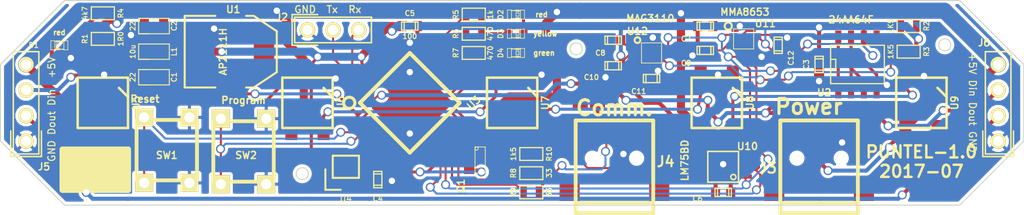
<source format=kicad_pcb>
(kicad_pcb (version 3) (host pcbnew "(22-Jun-2014 BZR 4027)-stable")

  (general
    (links 125)
    (no_connects 0)
    (area 116.23 75.971 218.490001 98.0816)
    (thickness 1.6)
    (drawings 40)
    (tracks 550)
    (zones 0)
    (modules 48)
    (nets 36)
  )

  (page A3)
  (layers
    (15 F.Cu signal)
    (0 B.Cu signal)
    (16 B.Adhes user)
    (17 F.Adhes user)
    (18 B.Paste user)
    (19 F.Paste user)
    (20 B.SilkS user)
    (21 F.SilkS user)
    (22 B.Mask user)
    (23 F.Mask user)
    (24 Dwgs.User user)
    (25 Cmts.User user)
    (26 Eco1.User user)
    (27 Eco2.User user)
    (28 Edge.Cuts user)
  )

  (setup
    (last_trace_width 0.8)
    (user_trace_width 0.2)
    (user_trace_width 0.4)
    (user_trace_width 0.8)
    (user_trace_width 1.6)
    (trace_clearance 0.19)
    (zone_clearance 0.3)
    (zone_45_only no)
    (trace_min 0.2)
    (segment_width 0.6)
    (edge_width 0.1)
    (via_size 0.889)
    (via_drill 0.635)
    (via_min_size 0.889)
    (via_min_drill 0.508)
    (uvia_size 0.508)
    (uvia_drill 0.127)
    (uvias_allowed no)
    (uvia_min_size 0.508)
    (uvia_min_drill 0.127)
    (pcb_text_width 0.3)
    (pcb_text_size 1.5 1.5)
    (mod_edge_width 0.15)
    (mod_text_size 1 1)
    (mod_text_width 0.15)
    (pad_size 1.5 1.5)
    (pad_drill 0.6)
    (pad_to_mask_clearance 0)
    (aux_axis_origin 0 0)
    (visible_elements 7FFFBFBF)
    (pcbplotparams
      (layerselection 283148289)
      (usegerberextensions true)
      (excludeedgelayer true)
      (linewidth 0.150000)
      (plotframeref false)
      (viasonmask false)
      (mode 1)
      (useauxorigin false)
      (hpglpennumber 1)
      (hpglpenspeed 20)
      (hpglpendiameter 15)
      (hpglpenoverlay 2)
      (psnegative false)
      (psa4output false)
      (plotreference true)
      (plotvalue true)
      (plotothertext true)
      (plotinvisibletext false)
      (padsonsilk false)
      (subtractmaskfromsilk true)
      (outputformat 1)
      (mirror false)
      (drillshape 0)
      (scaleselection 1)
      (outputdirectory output))
  )

  (net 0 "")
  (net 1 +3.3V)
  (net 2 +5V)
  (net 3 /DM)
  (net 4 /DP)
  (net 5 /Din)
  (net 6 /Dout)
  (net 7 /GLED)
  (net 8 /PRG*)
  (net 9 /RLED)
  (net 10 /RST*)
  (net 11 /RXD)
  (net 12 /SCL)
  (net 13 /SDA)
  (net 14 /TXD)
  (net 15 /USBC*)
  (net 16 /YLED)
  (net 17 GND)
  (net 18 N-0000022)
  (net 19 N-0000025)
  (net 20 N-0000027)
  (net 21 N-0000032)
  (net 22 N-0000045)
  (net 23 N-0000046)
  (net 24 N-0000049)
  (net 25 N-0000050)
  (net 26 N-0000058)
  (net 27 N-0000064)
  (net 28 N-0000065)
  (net 29 N-0000069)
  (net 30 N-0000071)
  (net 31 N-0000078)
  (net 32 N-0000079)
  (net 33 N-0000080)
  (net 34 N-0000081)
  (net 35 N-0000082)

  (net_class Default "This is the default net class."
    (clearance 0.19)
    (trace_width 0.3)
    (via_dia 0.889)
    (via_drill 0.635)
    (uvia_dia 0.508)
    (uvia_drill 0.127)
    (add_net "")
    (add_net +3.3V)
    (add_net +5V)
    (add_net /DM)
    (add_net /DP)
    (add_net /Din)
    (add_net /Dout)
    (add_net /GLED)
    (add_net /PRG*)
    (add_net /RLED)
    (add_net /RST*)
    (add_net /RXD)
    (add_net /SCL)
    (add_net /SDA)
    (add_net /TXD)
    (add_net /USBC*)
    (add_net /YLED)
    (add_net GND)
    (add_net N-0000022)
    (add_net N-0000025)
    (add_net N-0000027)
    (add_net N-0000032)
    (add_net N-0000045)
    (add_net N-0000046)
    (add_net N-0000049)
    (add_net N-0000050)
    (add_net N-0000058)
    (add_net N-0000064)
    (add_net N-0000065)
    (add_net N-0000069)
    (add_net N-0000071)
    (add_net N-0000078)
    (add_net N-0000079)
    (add_net N-0000080)
    (add_net N-0000081)
    (add_net N-0000082)
  )

  (module SO8E (layer F.Cu) (tedit 596D35A2) (tstamp 596C8976)
    (at 201.93 82.55)
    (descr "module CMS SOJ 8 pins etroit")
    (tags "CMS SOJ")
    (path /596D0AF1)
    (attr smd)
    (fp_text reference U2 (at -3.302 2.794) (layer F.SilkS)
      (effects (font (size 0.7 0.7) (thickness 0.14)))
    )
    (fp_text value 24AA64F (at -0.635 -4.445) (layer F.SilkS)
      (effects (font (size 0.7 0.7) (thickness 0.14)))
    )
    (fp_line (start -2.667 1.778) (end -2.667 1.905) (layer F.SilkS) (width 0.127))
    (fp_line (start -2.667 1.905) (end 2.667 1.905) (layer F.SilkS) (width 0.127))
    (fp_line (start 2.667 -1.905) (end -2.667 -1.905) (layer F.SilkS) (width 0.127))
    (fp_line (start -2.667 -1.905) (end -2.667 1.778) (layer F.SilkS) (width 0.127))
    (fp_line (start -2.667 -0.508) (end -2.159 -0.508) (layer F.SilkS) (width 0.127))
    (fp_line (start -2.159 -0.508) (end -2.159 0.508) (layer F.SilkS) (width 0.127))
    (fp_line (start -2.159 0.508) (end -2.667 0.508) (layer F.SilkS) (width 0.127))
    (fp_line (start 2.667 -1.905) (end 2.667 1.905) (layer F.SilkS) (width 0.127))
    (pad 8 smd rect (at -1.905 -2.667) (size 0.59944 1.39954)
      (layers F.Cu F.Paste F.Mask)
      (net 1 +3.3V)
    )
    (pad 1 smd rect (at -1.905 2.667) (size 0.59944 1.39954)
      (layers F.Cu F.Paste F.Mask)
      (net 1 +3.3V)
    )
    (pad 7 smd rect (at -0.635 -2.667) (size 0.59944 1.39954)
      (layers F.Cu F.Paste F.Mask)
      (net 17 GND)
    )
    (pad 6 smd rect (at 0.635 -2.667) (size 0.59944 1.39954)
      (layers F.Cu F.Paste F.Mask)
      (net 12 /SCL)
    )
    (pad 5 smd rect (at 1.905 -2.667) (size 0.59944 1.39954)
      (layers F.Cu F.Paste F.Mask)
      (net 13 /SDA)
    )
    (pad 2 smd rect (at -0.635 2.667) (size 0.59944 1.39954)
      (layers F.Cu F.Paste F.Mask)
      (net 1 +3.3V)
    )
    (pad 3 smd rect (at 0.635 2.667) (size 0.59944 1.39954)
      (layers F.Cu F.Paste F.Mask)
      (net 1 +3.3V)
    )
    (pad 4 smd rect (at 1.905 2.667) (size 0.59944 1.39954)
      (layers F.Cu F.Paste F.Mask)
      (net 17 GND)
    )
    (model smd/cms_so8.wrl
      (at (xyz 0 0 0))
      (scale (xyz 0.5 0.32 0.5))
      (rotate (xyz 0 0 0))
    )
  )

  (module WS2812B (layer F.Cu) (tedit 596CFEA7) (tstamp 596C89A6)
    (at 167.64 86.36 90)
    (path /596C7910)
    (fp_text reference U7 (at 0 3.302 90) (layer F.SilkS)
      (effects (font (size 0.7 0.7) (thickness 0.14)))
    )
    (fp_text value WS2812B (at 0.254 -3.302 90) (layer F.SilkS) hide
      (effects (font (size 0.7 0.7) (thickness 0.14)))
    )
    (fp_line (start 0.5842 2.49936) (end 1.48336 1.6002) (layer F.SilkS) (width 0.24892))
    (fp_line (start -2.49936 -2.49936) (end 2.49936 -2.49936) (layer F.SilkS) (width 0.24892))
    (fp_line (start 2.49936 -2.49936) (end 2.49936 2.49936) (layer F.SilkS) (width 0.24892))
    (fp_line (start 2.49936 2.49936) (end -2.49936 2.49936) (layer F.SilkS) (width 0.24892))
    (fp_line (start -2.49936 2.49936) (end -2.49936 -2.4003) (layer F.SilkS) (width 0.24892))
    (pad 1 smd rect (at -2.70002 -1.6002 90) (size 1.99898 1.19888)
      (layers F.Cu F.Paste F.Mask)
      (net 2 +5V)
    )
    (pad 2 smd rect (at -2.70002 1.6002 90) (size 1.99898 1.19888)
      (layers F.Cu F.Paste F.Mask)
      (net 23 N-0000046)
    )
    (pad 3 smd rect (at 2.70002 1.6002 90) (size 1.99898 1.19888)
      (layers F.Cu F.Paste F.Mask)
      (net 17 GND)
    )
    (pad 4 smd rect (at 2.70002 -1.6002 90) (size 1.99898 1.19888)
      (layers F.Cu F.Paste F.Mask)
      (net 27 N-0000064)
    )
  )

  (module WS2812B (layer F.Cu) (tedit 596CFEAC) (tstamp 596C89B3)
    (at 147.32 86.36 90)
    (path /596C792E)
    (fp_text reference U6 (at 0 3.302 90) (layer F.SilkS)
      (effects (font (size 0.7 0.7) (thickness 0.14)))
    )
    (fp_text value WS2812B (at 0.254 -3.302 90) (layer F.SilkS) hide
      (effects (font (size 0.7 0.7) (thickness 0.14)))
    )
    (fp_line (start 0.5842 2.49936) (end 1.48336 1.6002) (layer F.SilkS) (width 0.24892))
    (fp_line (start -2.49936 -2.49936) (end 2.49936 -2.49936) (layer F.SilkS) (width 0.24892))
    (fp_line (start 2.49936 -2.49936) (end 2.49936 2.49936) (layer F.SilkS) (width 0.24892))
    (fp_line (start 2.49936 2.49936) (end -2.49936 2.49936) (layer F.SilkS) (width 0.24892))
    (fp_line (start -2.49936 2.49936) (end -2.49936 -2.4003) (layer F.SilkS) (width 0.24892))
    (pad 1 smd rect (at -2.70002 -1.6002 90) (size 1.99898 1.19888)
      (layers F.Cu F.Paste F.Mask)
      (net 2 +5V)
    )
    (pad 2 smd rect (at -2.70002 1.6002 90) (size 1.99898 1.19888)
      (layers F.Cu F.Paste F.Mask)
      (net 27 N-0000064)
    )
    (pad 3 smd rect (at 2.70002 1.6002 90) (size 1.99898 1.19888)
      (layers F.Cu F.Paste F.Mask)
      (net 17 GND)
    )
    (pad 4 smd rect (at 2.70002 -1.6002 90) (size 1.99898 1.19888)
      (layers F.Cu F.Paste F.Mask)
      (net 28 N-0000065)
    )
  )

  (module WS2812B (layer F.Cu) (tedit 596CFEB0) (tstamp 596C89C0)
    (at 127 86.36 90)
    (path /596C793D)
    (fp_text reference U5 (at 0 3.302 90) (layer F.SilkS)
      (effects (font (size 0.7 0.7) (thickness 0.14)))
    )
    (fp_text value WS2812B (at 0.254 -3.302 90) (layer F.SilkS) hide
      (effects (font (size 0.7 0.7) (thickness 0.14)))
    )
    (fp_line (start 0.5842 2.49936) (end 1.48336 1.6002) (layer F.SilkS) (width 0.24892))
    (fp_line (start -2.49936 -2.49936) (end 2.49936 -2.49936) (layer F.SilkS) (width 0.24892))
    (fp_line (start 2.49936 -2.49936) (end 2.49936 2.49936) (layer F.SilkS) (width 0.24892))
    (fp_line (start 2.49936 2.49936) (end -2.49936 2.49936) (layer F.SilkS) (width 0.24892))
    (fp_line (start -2.49936 2.49936) (end -2.49936 -2.4003) (layer F.SilkS) (width 0.24892))
    (pad 1 smd rect (at -2.70002 -1.6002 90) (size 1.99898 1.19888)
      (layers F.Cu F.Paste F.Mask)
      (net 2 +5V)
    )
    (pad 2 smd rect (at -2.70002 1.6002 90) (size 1.99898 1.19888)
      (layers F.Cu F.Paste F.Mask)
      (net 28 N-0000065)
    )
    (pad 3 smd rect (at 2.70002 1.6002 90) (size 1.99898 1.19888)
      (layers F.Cu F.Paste F.Mask)
      (net 17 GND)
    )
    (pad 4 smd rect (at 2.70002 -1.6002 90) (size 1.99898 1.19888)
      (layers F.Cu F.Paste F.Mask)
      (net 5 /Din)
    )
  )

  (module WS2812B (layer F.Cu) (tedit 596CFE9B) (tstamp 596C89CD)
    (at 208.28 86.36 90)
    (path /596C79CE)
    (fp_text reference U9 (at 0 3.302 90) (layer F.SilkS)
      (effects (font (size 0.7 0.7) (thickness 0.14)))
    )
    (fp_text value WS2812B (at 0.254 -3.302 90) (layer F.SilkS) hide
      (effects (font (size 0.7 0.7) (thickness 0.14)))
    )
    (fp_line (start 0.5842 2.49936) (end 1.48336 1.6002) (layer F.SilkS) (width 0.24892))
    (fp_line (start -2.49936 -2.49936) (end 2.49936 -2.49936) (layer F.SilkS) (width 0.24892))
    (fp_line (start 2.49936 -2.49936) (end 2.49936 2.49936) (layer F.SilkS) (width 0.24892))
    (fp_line (start 2.49936 2.49936) (end -2.49936 2.49936) (layer F.SilkS) (width 0.24892))
    (fp_line (start -2.49936 2.49936) (end -2.49936 -2.4003) (layer F.SilkS) (width 0.24892))
    (pad 1 smd rect (at -2.70002 -1.6002 90) (size 1.99898 1.19888)
      (layers F.Cu F.Paste F.Mask)
      (net 2 +5V)
    )
    (pad 2 smd rect (at -2.70002 1.6002 90) (size 1.99898 1.19888)
      (layers F.Cu F.Paste F.Mask)
      (net 6 /Dout)
    )
    (pad 3 smd rect (at 2.70002 1.6002 90) (size 1.99898 1.19888)
      (layers F.Cu F.Paste F.Mask)
      (net 17 GND)
    )
    (pad 4 smd rect (at 2.70002 -1.6002 90) (size 1.99898 1.19888)
      (layers F.Cu F.Paste F.Mask)
      (net 22 N-0000045)
    )
  )

  (module WS2812B (layer F.Cu) (tedit 596CFEA1) (tstamp 596C89DA)
    (at 187.96 86.36 90)
    (path /596C79E1)
    (fp_text reference U8 (at 0 3.302 90) (layer F.SilkS)
      (effects (font (size 0.7 0.7) (thickness 0.14)))
    )
    (fp_text value WS2812B (at 0.254 -3.302 90) (layer F.SilkS) hide
      (effects (font (size 0.7 0.7) (thickness 0.14)))
    )
    (fp_line (start 0.5842 2.49936) (end 1.48336 1.6002) (layer F.SilkS) (width 0.24892))
    (fp_line (start -2.49936 -2.49936) (end 2.49936 -2.49936) (layer F.SilkS) (width 0.24892))
    (fp_line (start 2.49936 -2.49936) (end 2.49936 2.49936) (layer F.SilkS) (width 0.24892))
    (fp_line (start 2.49936 2.49936) (end -2.49936 2.49936) (layer F.SilkS) (width 0.24892))
    (fp_line (start -2.49936 2.49936) (end -2.49936 -2.4003) (layer F.SilkS) (width 0.24892))
    (pad 1 smd rect (at -2.70002 -1.6002 90) (size 1.99898 1.19888)
      (layers F.Cu F.Paste F.Mask)
      (net 2 +5V)
    )
    (pad 2 smd rect (at -2.70002 1.6002 90) (size 1.99898 1.19888)
      (layers F.Cu F.Paste F.Mask)
      (net 22 N-0000045)
    )
    (pad 3 smd rect (at 2.70002 1.6002 90) (size 1.99898 1.19888)
      (layers F.Cu F.Paste F.Mask)
      (net 17 GND)
    )
    (pad 4 smd rect (at 2.70002 -1.6002 90) (size 1.99898 1.19888)
      (layers F.Cu F.Paste F.Mask)
      (net 23 N-0000046)
    )
  )

  (module USB_MINI_B-SMD (layer F.Cu) (tedit 596E2C8F) (tstamp 596C89EE)
    (at 198.12 92.71 90)
    (descr "USB Mini-B 5-pin SMD connector")
    (tags "USB, Mini-B, connector")
    (path /596C7A1C)
    (fp_text reference J3 (at -0.127 -5.08 180) (layer F.SilkS)
      (effects (font (size 1.016 1.016) (thickness 0.2032)))
    )
    (fp_text value USB-power (at 0 -7.0993 90) (layer F.SilkS) hide
      (effects (font (size 1.016 1.016) (thickness 0.2032)))
    )
    (fp_line (start -3.59918 -3.85064) (end -3.59918 3.85064) (layer F.SilkS) (width 0.381))
    (fp_line (start -4.59994 -3.85064) (end -4.59994 3.85064) (layer F.SilkS) (width 0.381))
    (fp_line (start -4.59994 3.85064) (end 4.59994 3.85064) (layer F.SilkS) (width 0.381))
    (fp_line (start 4.59994 3.85064) (end 4.59994 -3.85064) (layer F.SilkS) (width 0.381))
    (fp_line (start 4.59994 -3.85064) (end -4.59994 -3.85064) (layer F.SilkS) (width 0.381))
    (pad 1 smd rect (at 3.54932 -1.6002 90) (size 2.50124 0.50038)
      (layers F.Cu F.Paste F.Mask)
      (net 2 +5V)
    )
    (pad 2 smd rect (at 3.54932 -0.8001 90) (size 2.50124 0.50038)
      (layers F.Cu F.Paste F.Mask)
    )
    (pad 3 smd rect (at 3.54932 0 90) (size 2.50124 0.50038)
      (layers F.Cu F.Paste F.Mask)
    )
    (pad 4 smd rect (at 3.54932 0.8001 90) (size 2.50124 0.50038)
      (layers F.Cu F.Paste F.Mask)
    )
    (pad 5 smd rect (at 3.54932 1.6002 90) (size 2.50124 0.50038)
      (layers F.Cu F.Paste F.Mask)
      (net 17 GND)
    )
    (pad 6 smd rect (at 3.35026 -4.45008 90) (size 2.49936 1.99898)
      (layers F.Cu F.Paste F.Mask)
    )
    (pad 7 smd rect (at -2.14884 -4.45008 90) (size 2.49936 1.99898)
      (layers F.Cu F.Paste F.Mask)
    )
    (pad 8 smd rect (at 3.35026 4.45008 90) (size 2.49936 1.99898)
      (layers F.Cu F.Paste F.Mask)
    )
    (pad 9 smd rect (at -2.14884 4.45008 90) (size 2.49936 1.99898)
      (layers F.Cu F.Paste F.Mask)
    )
    (pad "" np_thru_hole circle (at 0.8509 -2.19964 90) (size 0.89916 0.89916) (drill 0.89916)
      (layers *.Cu *.Mask F.SilkS)
    )
    (pad "" np_thru_hole circle (at 0.8509 2.19964 90) (size 0.89916 0.89916) (drill 0.89916)
      (layers *.Cu *.Mask F.SilkS)
    )
  )

  (module USB_MINI_B-SMD (layer F.Cu) (tedit 596E26A8) (tstamp 596C8A02)
    (at 177.8 92.71 90)
    (descr "USB Mini-B 5-pin SMD connector")
    (tags "USB, Mini-B, connector")
    (path /596C7A36)
    (fp_text reference J4 (at 0.508 5.08 180) (layer F.SilkS)
      (effects (font (size 1.016 1.016) (thickness 0.2032)))
    )
    (fp_text value USB-prog (at 0 -7.0993 90) (layer F.SilkS) hide
      (effects (font (size 1.016 1.016) (thickness 0.2032)))
    )
    (fp_line (start -3.59918 -3.85064) (end -3.59918 3.85064) (layer F.SilkS) (width 0.381))
    (fp_line (start -4.59994 -3.85064) (end -4.59994 3.85064) (layer F.SilkS) (width 0.381))
    (fp_line (start -4.59994 3.85064) (end 4.59994 3.85064) (layer F.SilkS) (width 0.381))
    (fp_line (start 4.59994 3.85064) (end 4.59994 -3.85064) (layer F.SilkS) (width 0.381))
    (fp_line (start 4.59994 -3.85064) (end -4.59994 -3.85064) (layer F.SilkS) (width 0.381))
    (pad 1 smd rect (at 3.54932 -1.6002 90) (size 2.50124 0.50038)
      (layers F.Cu F.Paste F.Mask)
      (net 25 N-0000050)
    )
    (pad 2 smd rect (at 3.54932 -0.8001 90) (size 2.50124 0.50038)
      (layers F.Cu F.Paste F.Mask)
      (net 3 /DM)
    )
    (pad 3 smd rect (at 3.54932 0 90) (size 2.50124 0.50038)
      (layers F.Cu F.Paste F.Mask)
      (net 4 /DP)
    )
    (pad 4 smd rect (at 3.54932 0.8001 90) (size 2.50124 0.50038)
      (layers F.Cu F.Paste F.Mask)
    )
    (pad 5 smd rect (at 3.54932 1.6002 90) (size 2.50124 0.50038)
      (layers F.Cu F.Paste F.Mask)
      (net 17 GND)
    )
    (pad 6 smd rect (at 3.35026 -4.45008 90) (size 2.49936 1.99898)
      (layers F.Cu F.Paste F.Mask)
    )
    (pad 7 smd rect (at -2.14884 -4.45008 90) (size 2.49936 1.99898)
      (layers F.Cu F.Paste F.Mask)
    )
    (pad 8 smd rect (at 3.35026 4.45008 90) (size 2.49936 1.99898)
      (layers F.Cu F.Paste F.Mask)
    )
    (pad 9 smd rect (at -2.14884 4.45008 90) (size 2.49936 1.99898)
      (layers F.Cu F.Paste F.Mask)
    )
    (pad "" np_thru_hole circle (at 0.8509 -2.19964 90) (size 0.89916 0.89916) (drill 0.89916)
      (layers *.Cu *.Mask F.SilkS)
    )
    (pad "" np_thru_hole circle (at 0.8509 2.19964 90) (size 0.89916 0.89916) (drill 0.89916)
      (layers *.Cu *.Mask F.SilkS)
    )
  )

  (module strip-4 (layer F.Cu) (tedit 596E2C83) (tstamp 596C8A15)
    (at 215.9 86.36 90)
    (path /596C97E5)
    (fp_text reference J6 (at 5.969 -1.397 180) (layer F.SilkS)
      (effects (font (size 0.7 0.7) (thickness 0.14)))
    )
    (fp_text value STRIP-4 (at 0 -2.54 90) (layer F.SilkS) hide
      (effects (font (size 0.7 0.7) (thickness 0.14)))
    )
    (fp_line (start 2.54 -1.27) (end 5.08 -1.27) (layer F.SilkS) (width 0.15))
    (fp_line (start 5.08 -1.27) (end 5.08 1.27) (layer F.SilkS) (width 0.15))
    (fp_line (start 5.08 1.27) (end 2.54 1.27) (layer F.SilkS) (width 0.15))
    (fp_line (start 0 -1.27) (end 2.54 -1.27) (layer F.SilkS) (width 0.15))
    (fp_line (start 2.54 1.27) (end 0 1.27) (layer F.SilkS) (width 0.15))
    (fp_line (start -2.794 -1.524) (end -5.334 -1.524) (layer F.SilkS) (width 0.15))
    (fp_line (start -5.334 -1.524) (end -5.334 1.524) (layer F.SilkS) (width 0.15))
    (fp_line (start -5.334 1.524) (end -2.794 1.524) (layer F.SilkS) (width 0.15))
    (fp_line (start 0 1.27) (end -5.08 1.27) (layer F.SilkS) (width 0.15))
    (fp_line (start -5.08 1.27) (end -5.08 -1.27) (layer F.SilkS) (width 0.15))
    (fp_line (start -5.08 -1.27) (end 0 -1.27) (layer F.SilkS) (width 0.15))
    (pad 1 thru_hole circle (at -3.81 0 90) (size 1.524 1.524) (drill 1.016)
      (layers *.Cu *.Mask F.SilkS)
      (net 17 GND)
    )
    (pad 2 thru_hole circle (at -1.27 0 90) (size 1.524 1.524) (drill 1.016)
      (layers *.Cu *.Mask F.SilkS)
      (net 6 /Dout)
    )
    (pad 3 thru_hole circle (at 1.27 0 90) (size 1.524 1.524) (drill 1.016)
      (layers *.Cu *.Mask F.SilkS)
      (net 5 /Din)
    )
    (pad 4 thru_hole circle (at 3.81 0 90) (size 1.524 1.524) (drill 1.016)
      (layers *.Cu *.Mask F.SilkS)
      (net 2 +5V)
    )
  )

  (module strip-4 (layer F.Cu) (tedit 596D35E2) (tstamp 596C8A28)
    (at 119.38 86.36 90)
    (path /596C97D6)
    (fp_text reference J5 (at -6.35 1.778 180) (layer F.SilkS)
      (effects (font (size 0.7 0.7) (thickness 0.14)))
    )
    (fp_text value STRIP-4 (at 0 -2.54 90) (layer F.SilkS) hide
      (effects (font (size 0.7 0.7) (thickness 0.14)))
    )
    (fp_line (start 2.54 -1.27) (end 5.08 -1.27) (layer F.SilkS) (width 0.15))
    (fp_line (start 5.08 -1.27) (end 5.08 1.27) (layer F.SilkS) (width 0.15))
    (fp_line (start 5.08 1.27) (end 2.54 1.27) (layer F.SilkS) (width 0.15))
    (fp_line (start 0 -1.27) (end 2.54 -1.27) (layer F.SilkS) (width 0.15))
    (fp_line (start 2.54 1.27) (end 0 1.27) (layer F.SilkS) (width 0.15))
    (fp_line (start -2.794 -1.524) (end -5.334 -1.524) (layer F.SilkS) (width 0.15))
    (fp_line (start -5.334 -1.524) (end -5.334 1.524) (layer F.SilkS) (width 0.15))
    (fp_line (start -5.334 1.524) (end -2.794 1.524) (layer F.SilkS) (width 0.15))
    (fp_line (start 0 1.27) (end -5.08 1.27) (layer F.SilkS) (width 0.15))
    (fp_line (start -5.08 1.27) (end -5.08 -1.27) (layer F.SilkS) (width 0.15))
    (fp_line (start -5.08 -1.27) (end 0 -1.27) (layer F.SilkS) (width 0.15))
    (pad 1 thru_hole circle (at -3.81 0 90) (size 1.524 1.524) (drill 1.016)
      (layers *.Cu *.Mask F.SilkS)
      (net 17 GND)
    )
    (pad 2 thru_hole circle (at -1.27 0 90) (size 1.524 1.524) (drill 1.016)
      (layers *.Cu *.Mask F.SilkS)
      (net 6 /Dout)
    )
    (pad 3 thru_hole circle (at 1.27 0 90) (size 1.524 1.524) (drill 1.016)
      (layers *.Cu *.Mask F.SilkS)
      (net 5 /Din)
    )
    (pad 4 thru_hole circle (at 3.81 0 90) (size 1.524 1.524) (drill 1.016)
      (layers *.Cu *.Mask F.SilkS)
      (net 2 +5V)
    )
  )

  (module strip-3 (layer F.Cu) (tedit 596CFE13) (tstamp 596C8A38)
    (at 149.86 79.121)
    (path /596C8B08)
    (fp_text reference J2 (at -5.08 -1.27) (layer F.SilkS)
      (effects (font (size 0.7 0.7) (thickness 0.14)))
    )
    (fp_text value STRIP-3 (at 0 -2.54) (layer F.SilkS) hide
      (effects (font (size 0.7 0.7) (thickness 0.14)))
    )
    (fp_line (start 1.27 -1.27) (end 3.81 -1.27) (layer F.SilkS) (width 0.15))
    (fp_line (start 3.81 -1.27) (end 3.81 1.27) (layer F.SilkS) (width 0.15))
    (fp_line (start 3.81 1.27) (end 1.27 1.27) (layer F.SilkS) (width 0.15))
    (fp_line (start -1.524 -1.524) (end -4.064 -1.524) (layer F.SilkS) (width 0.15))
    (fp_line (start -4.064 -1.524) (end -4.064 1.524) (layer F.SilkS) (width 0.15))
    (fp_line (start -4.064 1.524) (end -1.524 1.524) (layer F.SilkS) (width 0.15))
    (fp_line (start 1.27 1.27) (end -3.81 1.27) (layer F.SilkS) (width 0.15))
    (fp_line (start -3.81 1.27) (end -3.81 -1.27) (layer F.SilkS) (width 0.15))
    (fp_line (start -3.81 -1.27) (end 1.27 -1.27) (layer F.SilkS) (width 0.15))
    (pad 1 thru_hole circle (at -2.54 0) (size 1.524 1.524) (drill 1.016)
      (layers *.Cu *.Mask F.SilkS)
      (net 17 GND)
    )
    (pad 2 thru_hole circle (at 0 0) (size 1.524 1.524) (drill 1.016)
      (layers *.Cu *.Mask F.SilkS)
      (net 14 /TXD)
    )
    (pad 3 thru_hole circle (at 2.54 0) (size 1.524 1.524) (drill 1.016)
      (layers *.Cu *.Mask F.SilkS)
      (net 11 /RXD)
    )
  )

  (module SOT23-rubi (layer F.Cu) (tedit 596D0218) (tstamp 596C8A44)
    (at 164.465 92.075 270)
    (tags SOT23)
    (path /596C826D)
    (fp_text reference Q1 (at 2.54 1.905 270) (layer F.SilkS)
      (effects (font (size 0.7 0.7) (thickness 0.14)))
    )
    (fp_text value DTA114 (at 0.0635 0 270) (layer F.SilkS) hide
      (effects (font (size 0.50038 0.50038) (thickness 0.09906)))
    )
    (fp_circle (center -1.17602 0.35052) (end -1.30048 0.44958) (layer F.SilkS) (width 0.07874))
    (fp_line (start 1.27 -0.508) (end 1.27 0.508) (layer F.SilkS) (width 0.07874))
    (fp_line (start -1.3335 -0.508) (end -1.3335 0.508) (layer F.SilkS) (width 0.07874))
    (fp_line (start 1.27 0.508) (end -1.3335 0.508) (layer F.SilkS) (width 0.07874))
    (fp_line (start -1.3335 -0.508) (end 1.27 -0.508) (layer F.SilkS) (width 0.07874))
    (pad 3 smd rect (at 0 -1.09982 270) (size 0.8001 1.00076)
      (layers F.Cu F.Paste F.Mask)
      (net 31 N-0000078)
    )
    (pad 2 smd rect (at 0.9525 1.09982 270) (size 0.8001 1.00076)
      (layers F.Cu F.Paste F.Mask)
      (net 1 +3.3V)
    )
    (pad 1 smd rect (at -0.9525 1.09982 270) (size 0.8001 1.00076)
      (layers F.Cu F.Paste F.Mask)
      (net 15 /USBC*)
    )
    (model smd\SOT23_3.wrl
      (at (xyz 0 0 0))
      (scale (xyz 0.4 0.4 0.4))
      (rotate (xyz 0 0 180))
    )
  )

  (module solder-jumper (layer F.Cu) (tedit 596D35CA) (tstamp 596C8A4A)
    (at 175.26 86.36)
    (path /596C7A9D)
    (clearance 0.15)
    (fp_text reference JS1 (at 0 1.27) (layer F.SilkS) hide
      (effects (font (size 1 1) (thickness 0.15)))
    )
    (fp_text value SOLDER-JUMPER (at 0 -1.27) (layer F.SilkS) hide
      (effects (font (size 1 1) (thickness 0.15)))
    )
    (pad 1 smd rect (at -0.85 0) (size 1.5 1)
      (layers F.Cu F.Paste F.Mask)
      (net 2 +5V)
    )
    (pad 2 smd rect (at 0.85 0) (size 1.5 1)
      (layers F.Cu F.Paste F.Mask)
      (net 25 N-0000050)
    )
  )

  (module SM0805-rubi (layer F.Cu) (tedit 570402A0) (tstamp 596C8A56)
    (at 132.08 81.28 180)
    (path /596C818D)
    (attr smd)
    (fp_text reference L1 (at -2 0 270) (layer F.SilkS)
      (effects (font (size 0.5 0.5) (thickness 0.1)))
    )
    (fp_text value 10u (at 2.1 0 270) (layer F.SilkS)
      (effects (font (size 0.5 0.5) (thickness 0.1)))
    )
    (fp_line (start 1.524 0.762) (end -1.524 0.762) (layer F.SilkS) (width 0.09906))
    (fp_line (start -1.524 0.762) (end -1.524 -0.762) (layer F.SilkS) (width 0.09906))
    (fp_line (start -1.524 -0.762) (end 1.524 -0.762) (layer F.SilkS) (width 0.09906))
    (fp_line (start 0.508 -0.762) (end 1.524 -0.762) (layer F.SilkS) (width 0.09906))
    (fp_line (start 1.524 -0.762) (end 1.524 0.762) (layer F.SilkS) (width 0.09906))
    (fp_line (start 1.524 0.762) (end 0.508 0.762) (layer F.SilkS) (width 0.09906))
    (pad 1 smd rect (at -0.9525 0 180) (size 0.889 1.397)
      (layers F.Cu F.Paste F.Mask)
      (net 32 N-0000079)
    )
    (pad 2 smd rect (at 0.9525 0 180) (size 0.889 1.397)
      (layers F.Cu F.Paste F.Mask)
      (net 35 N-0000082)
    )
    (model smd/chip_cms.wrl
      (at (xyz 0 0 0))
      (scale (xyz 0.1 0.1 0.1))
      (rotate (xyz 0 0 0))
    )
  )

  (module SM0805-rubi (layer F.Cu) (tedit 570402A0) (tstamp 596C8A62)
    (at 132.08 78.74 180)
    (path /596C8193)
    (attr smd)
    (fp_text reference C2 (at -2 0 270) (layer F.SilkS)
      (effects (font (size 0.5 0.5) (thickness 0.1)))
    )
    (fp_text value 22 (at 2.1 0 270) (layer F.SilkS)
      (effects (font (size 0.5 0.5) (thickness 0.1)))
    )
    (fp_line (start 1.524 0.762) (end -1.524 0.762) (layer F.SilkS) (width 0.09906))
    (fp_line (start -1.524 0.762) (end -1.524 -0.762) (layer F.SilkS) (width 0.09906))
    (fp_line (start -1.524 -0.762) (end 1.524 -0.762) (layer F.SilkS) (width 0.09906))
    (fp_line (start 0.508 -0.762) (end 1.524 -0.762) (layer F.SilkS) (width 0.09906))
    (fp_line (start 1.524 -0.762) (end 1.524 0.762) (layer F.SilkS) (width 0.09906))
    (fp_line (start 1.524 0.762) (end 0.508 0.762) (layer F.SilkS) (width 0.09906))
    (pad 1 smd rect (at -0.9525 0 180) (size 0.889 1.397)
      (layers F.Cu F.Paste F.Mask)
      (net 1 +3.3V)
    )
    (pad 2 smd rect (at 0.9525 0 180) (size 0.889 1.397)
      (layers F.Cu F.Paste F.Mask)
      (net 17 GND)
    )
    (model smd/chip_cms.wrl
      (at (xyz 0 0 0))
      (scale (xyz 0.1 0.1 0.1))
      (rotate (xyz 0 0 0))
    )
  )

  (module SM0805-rubi (layer F.Cu) (tedit 570402A0) (tstamp 596C8A6E)
    (at 132.08 83.82 180)
    (path /596C81A0)
    (attr smd)
    (fp_text reference C1 (at -2 0 270) (layer F.SilkS)
      (effects (font (size 0.5 0.5) (thickness 0.1)))
    )
    (fp_text value 22 (at 2.1 0 270) (layer F.SilkS)
      (effects (font (size 0.5 0.5) (thickness 0.1)))
    )
    (fp_line (start 1.524 0.762) (end -1.524 0.762) (layer F.SilkS) (width 0.09906))
    (fp_line (start -1.524 0.762) (end -1.524 -0.762) (layer F.SilkS) (width 0.09906))
    (fp_line (start -1.524 -0.762) (end 1.524 -0.762) (layer F.SilkS) (width 0.09906))
    (fp_line (start 0.508 -0.762) (end 1.524 -0.762) (layer F.SilkS) (width 0.09906))
    (fp_line (start 1.524 -0.762) (end 1.524 0.762) (layer F.SilkS) (width 0.09906))
    (fp_line (start 1.524 0.762) (end 0.508 0.762) (layer F.SilkS) (width 0.09906))
    (pad 1 smd rect (at -0.9525 0 180) (size 0.889 1.397)
      (layers F.Cu F.Paste F.Mask)
      (net 32 N-0000079)
    )
    (pad 2 smd rect (at 0.9525 0 180) (size 0.889 1.397)
      (layers F.Cu F.Paste F.Mask)
      (net 17 GND)
    )
    (model smd/chip_cms.wrl
      (at (xyz 0 0 0))
      (scale (xyz 0.1 0.1 0.1))
      (rotate (xyz 0 0 0))
    )
  )

  (module Si501 (layer F.Cu) (tedit 596CFF1B) (tstamp 596C8A7C)
    (at 151.13 92.71 90)
    (path /596C8236)
    (fp_text reference U4 (at -3.175 0 180) (layer F.SilkS)
      (effects (font (size 0.6 0.6) (thickness 0.1)))
    )
    (fp_text value CLOCK-MODULE (at 0 -2.794 90) (layer F.SilkS) hide
      (effects (font (size 0.7 0.7) (thickness 0.14)))
    )
    (fp_line (start -0.254 -2.032) (end -2.286 -2.032) (layer F.SilkS) (width 0.2))
    (fp_line (start -2.286 -2.032) (end -2.286 -0.508) (layer F.SilkS) (width 0.2))
    (fp_line (start 1.1 -1.3) (end 1.1 1.3) (layer F.SilkS) (width 0.2))
    (fp_line (start 1.1 1.3) (end -1.1 1.3) (layer F.SilkS) (width 0.2))
    (fp_line (start -1.1 1.3) (end -1.1 -1.3) (layer F.SilkS) (width 0.2))
    (fp_line (start -1.1 -1.3) (end 1.1 -1.3) (layer F.SilkS) (width 0.2))
    (pad 1 smd rect (at -1.1 -0.9 90) (size 1.3 1.4)
      (layers F.Cu F.Paste F.Mask)
    )
    (pad 2 smd rect (at -1.1 0.9 90) (size 1.3 1.4)
      (layers F.Cu F.Paste F.Mask)
      (net 17 GND)
    )
    (pad 3 smd rect (at 1.1 0.9 90) (size 1.3 1.4)
      (layers F.Cu F.Paste F.Mask)
      (net 29 N-0000069)
    )
    (pad 4 smd rect (at 1.1 -0.9 90) (size 1.3 1.4)
      (layers F.Cu F.Paste F.Mask)
      (net 1 +3.3V)
    )
  )

  (module R0603-rubi (layer F.Cu) (tedit 56F54717) (tstamp 596C8A86)
    (at 169.545 91.44 180)
    (path /596C8275)
    (attr smd)
    (fp_text reference R10 (at -1.778 0 270) (layer F.SilkS)
      (effects (font (size 0.5 0.5) (thickness 0.1)))
    )
    (fp_text value 1k5 (at 1.778 0 270) (layer F.SilkS)
      (effects (font (size 0.5 0.5) (thickness 0.1)))
    )
    (fp_line (start -1.143 -0.635) (end 1.143 -0.635) (layer F.SilkS) (width 0.127))
    (fp_line (start 1.143 -0.635) (end 1.143 0.635) (layer F.SilkS) (width 0.127))
    (fp_line (start 1.143 0.635) (end -1.143 0.635) (layer F.SilkS) (width 0.127))
    (fp_line (start -1.143 0.635) (end -1.143 -0.635) (layer F.SilkS) (width 0.127))
    (pad 1 smd rect (at -0.762 0 180) (size 0.635 1.143)
      (layers F.Cu F.Paste F.Mask)
      (net 26 N-0000058)
    )
    (pad 2 smd rect (at 0.762 0 180) (size 0.635 1.143)
      (layers F.Cu F.Paste F.Mask)
      (net 31 N-0000078)
    )
    (model smd\resistors\R0603.wrl
      (at (xyz 0 0 0.001))
      (scale (xyz 0.5 0.5 0.5))
      (rotate (xyz 0 0 0))
    )
  )

  (module R0603-rubi (layer F.Cu) (tedit 56F54717) (tstamp 596C8A90)
    (at 207.01 81.28 180)
    (path /596C8296)
    (attr smd)
    (fp_text reference R3 (at -1.778 0 270) (layer F.SilkS)
      (effects (font (size 0.5 0.5) (thickness 0.1)))
    )
    (fp_text value 1K5 (at 1.778 0 270) (layer F.SilkS)
      (effects (font (size 0.5 0.5) (thickness 0.1)))
    )
    (fp_line (start -1.143 -0.635) (end 1.143 -0.635) (layer F.SilkS) (width 0.127))
    (fp_line (start 1.143 -0.635) (end 1.143 0.635) (layer F.SilkS) (width 0.127))
    (fp_line (start 1.143 0.635) (end -1.143 0.635) (layer F.SilkS) (width 0.127))
    (fp_line (start -1.143 0.635) (end -1.143 -0.635) (layer F.SilkS) (width 0.127))
    (pad 1 smd rect (at -0.762 0 180) (size 0.635 1.143)
      (layers F.Cu F.Paste F.Mask)
      (net 1 +3.3V)
    )
    (pad 2 smd rect (at 0.762 0 180) (size 0.635 1.143)
      (layers F.Cu F.Paste F.Mask)
      (net 13 /SDA)
    )
    (model smd\resistors\R0603.wrl
      (at (xyz 0 0 0.001))
      (scale (xyz 0.5 0.5 0.5))
      (rotate (xyz 0 0 0))
    )
  )

  (module R0603-rubi (layer F.Cu) (tedit 56F54717) (tstamp 596C8A9A)
    (at 207.01 78.74 180)
    (path /596C829C)
    (attr smd)
    (fp_text reference R2 (at -1.778 0 270) (layer F.SilkS)
      (effects (font (size 0.5 0.5) (thickness 0.1)))
    )
    (fp_text value 1K5 (at 1.778 0 270) (layer F.SilkS)
      (effects (font (size 0.5 0.5) (thickness 0.1)))
    )
    (fp_line (start -1.143 -0.635) (end 1.143 -0.635) (layer F.SilkS) (width 0.127))
    (fp_line (start 1.143 -0.635) (end 1.143 0.635) (layer F.SilkS) (width 0.127))
    (fp_line (start 1.143 0.635) (end -1.143 0.635) (layer F.SilkS) (width 0.127))
    (fp_line (start -1.143 0.635) (end -1.143 -0.635) (layer F.SilkS) (width 0.127))
    (pad 1 smd rect (at -0.762 0 180) (size 0.635 1.143)
      (layers F.Cu F.Paste F.Mask)
      (net 1 +3.3V)
    )
    (pad 2 smd rect (at 0.762 0 180) (size 0.635 1.143)
      (layers F.Cu F.Paste F.Mask)
      (net 12 /SCL)
    )
    (model smd\resistors\R0603.wrl
      (at (xyz 0 0 0.001))
      (scale (xyz 0.5 0.5 0.5))
      (rotate (xyz 0 0 0))
    )
  )

  (module R0603-rubi (layer F.Cu) (tedit 56F54717) (tstamp 596C8AA4)
    (at 169.545 95.25)
    (path /596C81F7)
    (attr smd)
    (fp_text reference R9 (at -1.778 0 90) (layer F.SilkS)
      (effects (font (size 0.5 0.5) (thickness 0.1)))
    )
    (fp_text value 33 (at 1.778 0 90) (layer F.SilkS)
      (effects (font (size 0.5 0.5) (thickness 0.1)))
    )
    (fp_line (start -1.143 -0.635) (end 1.143 -0.635) (layer F.SilkS) (width 0.127))
    (fp_line (start 1.143 -0.635) (end 1.143 0.635) (layer F.SilkS) (width 0.127))
    (fp_line (start 1.143 0.635) (end -1.143 0.635) (layer F.SilkS) (width 0.127))
    (fp_line (start -1.143 0.635) (end -1.143 -0.635) (layer F.SilkS) (width 0.127))
    (pad 1 smd rect (at -0.762 0) (size 0.635 1.143)
      (layers F.Cu F.Paste F.Mask)
      (net 30 N-0000071)
    )
    (pad 2 smd rect (at 0.762 0) (size 0.635 1.143)
      (layers F.Cu F.Paste F.Mask)
      (net 3 /DM)
    )
    (model smd\resistors\R0603.wrl
      (at (xyz 0 0 0.001))
      (scale (xyz 0.5 0.5 0.5))
      (rotate (xyz 0 0 0))
    )
  )

  (module R0603-rubi (layer F.Cu) (tedit 56F54717) (tstamp 596C8AAE)
    (at 169.545 93.345)
    (path /596C81F1)
    (attr smd)
    (fp_text reference R8 (at -1.778 0 90) (layer F.SilkS)
      (effects (font (size 0.5 0.5) (thickness 0.1)))
    )
    (fp_text value 33 (at 1.778 0 90) (layer F.SilkS)
      (effects (font (size 0.5 0.5) (thickness 0.1)))
    )
    (fp_line (start -1.143 -0.635) (end 1.143 -0.635) (layer F.SilkS) (width 0.127))
    (fp_line (start 1.143 -0.635) (end 1.143 0.635) (layer F.SilkS) (width 0.127))
    (fp_line (start 1.143 0.635) (end -1.143 0.635) (layer F.SilkS) (width 0.127))
    (fp_line (start -1.143 0.635) (end -1.143 -0.635) (layer F.SilkS) (width 0.127))
    (pad 1 smd rect (at -0.762 0) (size 0.635 1.143)
      (layers F.Cu F.Paste F.Mask)
      (net 26 N-0000058)
    )
    (pad 2 smd rect (at 0.762 0) (size 0.635 1.143)
      (layers F.Cu F.Paste F.Mask)
      (net 4 /DP)
    )
    (model smd\resistors\R0603.wrl
      (at (xyz 0 0 0.001))
      (scale (xyz 0.5 0.5 0.5))
      (rotate (xyz 0 0 0))
    )
  )

  (module R0603-rubi (layer F.Cu) (tedit 56F54717) (tstamp 596C8AB8)
    (at 127 80.01)
    (path /596C81AC)
    (attr smd)
    (fp_text reference R1 (at -1.778 0 90) (layer F.SilkS)
      (effects (font (size 0.5 0.5) (thickness 0.1)))
    )
    (fp_text value 1R0 (at 1.778 0 90) (layer F.SilkS)
      (effects (font (size 0.5 0.5) (thickness 0.1)))
    )
    (fp_line (start -1.143 -0.635) (end 1.143 -0.635) (layer F.SilkS) (width 0.127))
    (fp_line (start 1.143 -0.635) (end 1.143 0.635) (layer F.SilkS) (width 0.127))
    (fp_line (start 1.143 0.635) (end -1.143 0.635) (layer F.SilkS) (width 0.127))
    (fp_line (start -1.143 0.635) (end -1.143 -0.635) (layer F.SilkS) (width 0.127))
    (pad 1 smd rect (at -0.762 0) (size 0.635 1.143)
      (layers F.Cu F.Paste F.Mask)
      (net 2 +5V)
    )
    (pad 2 smd rect (at 0.762 0) (size 0.635 1.143)
      (layers F.Cu F.Paste F.Mask)
      (net 35 N-0000082)
    )
    (model smd\resistors\R0603.wrl
      (at (xyz 0 0 0.001))
      (scale (xyz 0.5 0.5 0.5))
      (rotate (xyz 0 0 0))
    )
  )

  (module R0603-rubi (layer F.Cu) (tedit 56F54717) (tstamp 596C8AC2)
    (at 127 77.47 180)
    (path /596C8A49)
    (attr smd)
    (fp_text reference R4 (at -1.778 0 270) (layer F.SilkS)
      (effects (font (size 0.5 0.5) (thickness 0.1)))
    )
    (fp_text value 4k7 (at 1.778 0 270) (layer F.SilkS)
      (effects (font (size 0.5 0.5) (thickness 0.1)))
    )
    (fp_line (start -1.143 -0.635) (end 1.143 -0.635) (layer F.SilkS) (width 0.127))
    (fp_line (start 1.143 -0.635) (end 1.143 0.635) (layer F.SilkS) (width 0.127))
    (fp_line (start 1.143 0.635) (end -1.143 0.635) (layer F.SilkS) (width 0.127))
    (fp_line (start -1.143 0.635) (end -1.143 -0.635) (layer F.SilkS) (width 0.127))
    (pad 1 smd rect (at -0.762 0 180) (size 0.635 1.143)
      (layers F.Cu F.Paste F.Mask)
      (net 2 +5V)
    )
    (pad 2 smd rect (at 0.762 0 180) (size 0.635 1.143)
      (layers F.Cu F.Paste F.Mask)
      (net 18 N-0000022)
    )
    (model smd\resistors\R0603.wrl
      (at (xyz 0 0 0.001))
      (scale (xyz 0.5 0.5 0.5))
      (rotate (xyz 0 0 0))
    )
  )

  (module R0603-rubi (layer F.Cu) (tedit 596D18AD) (tstamp 596C8ACC)
    (at 163.83 81.407)
    (path /596C814B)
    (attr smd)
    (fp_text reference R7 (at -1.778 0 90) (layer F.SilkS)
      (effects (font (size 0.5 0.5) (thickness 0.1)))
    )
    (fp_text value 470 (at 1.651 0 90) (layer F.SilkS)
      (effects (font (size 0.5 0.5) (thickness 0.1)))
    )
    (fp_line (start -1.143 -0.635) (end 1.143 -0.635) (layer F.SilkS) (width 0.127))
    (fp_line (start 1.143 -0.635) (end 1.143 0.635) (layer F.SilkS) (width 0.127))
    (fp_line (start 1.143 0.635) (end -1.143 0.635) (layer F.SilkS) (width 0.127))
    (fp_line (start -1.143 0.635) (end -1.143 -0.635) (layer F.SilkS) (width 0.127))
    (pad 1 smd rect (at -0.762 0) (size 0.635 1.143)
      (layers F.Cu F.Paste F.Mask)
      (net 7 /GLED)
    )
    (pad 2 smd rect (at 0.762 0) (size 0.635 1.143)
      (layers F.Cu F.Paste F.Mask)
      (net 24 N-0000049)
    )
    (model smd\resistors\R0603.wrl
      (at (xyz 0 0 0.001))
      (scale (xyz 0.5 0.5 0.5))
      (rotate (xyz 0 0 0))
    )
  )

  (module R0603-rubi (layer F.Cu) (tedit 596D18A5) (tstamp 596C8AD6)
    (at 163.83 79.502)
    (path /596C8145)
    (attr smd)
    (fp_text reference R6 (at -1.778 0 90) (layer F.SilkS)
      (effects (font (size 0.5 0.5) (thickness 0.1)))
    )
    (fp_text value 470 (at 1.651 0 90) (layer F.SilkS)
      (effects (font (size 0.5 0.5) (thickness 0.1)))
    )
    (fp_line (start -1.143 -0.635) (end 1.143 -0.635) (layer F.SilkS) (width 0.127))
    (fp_line (start 1.143 -0.635) (end 1.143 0.635) (layer F.SilkS) (width 0.127))
    (fp_line (start 1.143 0.635) (end -1.143 0.635) (layer F.SilkS) (width 0.127))
    (fp_line (start -1.143 0.635) (end -1.143 -0.635) (layer F.SilkS) (width 0.127))
    (pad 1 smd rect (at -0.762 0) (size 0.635 1.143)
      (layers F.Cu F.Paste F.Mask)
      (net 16 /YLED)
    )
    (pad 2 smd rect (at 0.762 0) (size 0.635 1.143)
      (layers F.Cu F.Paste F.Mask)
      (net 34 N-0000081)
    )
    (model smd\resistors\R0603.wrl
      (at (xyz 0 0 0.001))
      (scale (xyz 0.5 0.5 0.5))
      (rotate (xyz 0 0 0))
    )
  )

  (module R0603-rubi (layer F.Cu) (tedit 596D189C) (tstamp 596C8AE0)
    (at 163.83 77.597)
    (path /596C813F)
    (attr smd)
    (fp_text reference R5 (at -1.778 0 90) (layer F.SilkS)
      (effects (font (size 0.5 0.5) (thickness 0.1)))
    )
    (fp_text value 1k (at 1.651 0 90) (layer F.SilkS)
      (effects (font (size 0.5 0.5) (thickness 0.1)))
    )
    (fp_line (start -1.143 -0.635) (end 1.143 -0.635) (layer F.SilkS) (width 0.127))
    (fp_line (start 1.143 -0.635) (end 1.143 0.635) (layer F.SilkS) (width 0.127))
    (fp_line (start 1.143 0.635) (end -1.143 0.635) (layer F.SilkS) (width 0.127))
    (fp_line (start -1.143 0.635) (end -1.143 -0.635) (layer F.SilkS) (width 0.127))
    (pad 1 smd rect (at -0.762 0) (size 0.635 1.143)
      (layers F.Cu F.Paste F.Mask)
      (net 9 /RLED)
    )
    (pad 2 smd rect (at 0.762 0) (size 0.635 1.143)
      (layers F.Cu F.Paste F.Mask)
      (net 33 N-0000080)
    )
    (model smd\resistors\R0603.wrl
      (at (xyz 0 0 0.001))
      (scale (xyz 0.5 0.5 0.5))
      (rotate (xyz 0 0 0))
    )
  )

  (module lqfp-48-rubi (layer F.Cu) (tedit 596CFF2D) (tstamp 596C8B19)
    (at 157.48 86.36 45)
    (path /596C78F7)
    (fp_text reference U3 (at 4.490128 4.490128 45) (layer F.SilkS)
      (effects (font (size 0.7 0.7) (thickness 0.14)))
    )
    (fp_text value LPC11U23FBD48 (at 1.347038 -6.735192 45) (layer F.SilkS) hide
      (effects (font (size 0.7 0.7) (thickness 0.14)))
    )
    (fp_circle (center -4.25 -4.25) (end -4.75 -4.5) (layer F.SilkS) (width 0.3048))
    (fp_line (start -3.50012 -3.50012) (end 3.50012 -3.50012) (layer F.SilkS) (width 0.381))
    (fp_line (start 3.50012 -3.50012) (end 3.50012 3.50012) (layer F.SilkS) (width 0.381))
    (fp_line (start 3.50012 3.50012) (end -3.50012 3.50012) (layer F.SilkS) (width 0.381))
    (fp_line (start -3.50012 3.50012) (end -3.50012 -3.50012) (layer F.SilkS) (width 0.381))
    (pad 1 smd rect (at -4.50088 -2.75082 45) (size 1.99898 0.24892)
      (layers F.Cu F.Paste F.Mask)
      (net 5 /Din)
    )
    (pad 2 smd rect (at -4.50088 -2.25044 45) (size 1.99898 0.24892)
      (layers F.Cu F.Paste F.Mask)
    )
    (pad 3 smd rect (at -4.50088 -1.75006 45) (size 1.99898 0.24892)
      (layers F.Cu F.Paste F.Mask)
      (net 10 /RST*)
    )
    (pad 4 smd rect (at -4.50088 -1.24968 45) (size 1.99898 0.24892)
      (layers F.Cu F.Paste F.Mask)
      (net 8 /PRG*)
    )
    (pad 5 smd rect (at -4.50088 -0.7493 45) (size 1.99898 0.24892)
      (layers F.Cu F.Paste F.Mask)
      (net 17 GND)
    )
    (pad 6 smd rect (at -4.50088 -0.24892 45) (size 1.99898 0.24892)
      (layers F.Cu F.Paste F.Mask)
      (net 29 N-0000069)
    )
    (pad 7 smd rect (at -4.50088 0.24892 45) (size 1.99898 0.24892)
      (layers F.Cu F.Paste F.Mask)
    )
    (pad 8 smd rect (at -4.50088 0.7493 45) (size 1.99898 0.24892)
      (layers F.Cu F.Paste F.Mask)
      (net 1 +3.3V)
    )
    (pad 9 smd rect (at -4.50088 1.24968 45) (size 1.99898 0.24892)
      (layers F.Cu F.Paste F.Mask)
    )
    (pad 10 smd rect (at -4.50088 1.75006 45) (size 1.99898 0.24892)
      (layers F.Cu F.Paste F.Mask)
    )
    (pad 11 smd rect (at -4.50088 2.25044 45) (size 1.99898 0.24892)
      (layers F.Cu F.Paste F.Mask)
    )
    (pad 12 smd rect (at -4.50088 2.75082 45) (size 1.99898 0.24892)
      (layers F.Cu F.Paste F.Mask)
    )
    (pad 25 smd rect (at 4.50088 2.75082 45) (size 1.99898 0.24892)
      (layers F.Cu F.Paste F.Mask)
    )
    (pad 26 smd rect (at 4.50088 2.25044 45) (size 1.99898 0.24892)
      (layers F.Cu F.Paste F.Mask)
    )
    (pad 27 smd rect (at 4.50088 1.75006 45) (size 1.99898 0.24892)
      (layers F.Cu F.Paste F.Mask)
    )
    (pad 28 smd rect (at 4.50088 1.24968 45) (size 1.99898 0.24892)
      (layers F.Cu F.Paste F.Mask)
    )
    (pad 29 smd rect (at 4.50088 0.7493 45) (size 1.99898 0.24892)
      (layers F.Cu F.Paste F.Mask)
    )
    (pad 30 smd rect (at 4.50088 0.24892 45) (size 1.99898 0.24892)
      (layers F.Cu F.Paste F.Mask)
    )
    (pad 31 smd rect (at 4.50088 -0.24892 45) (size 1.99898 0.24892)
      (layers F.Cu F.Paste F.Mask)
    )
    (pad 32 smd rect (at 4.50088 -0.7493 45) (size 1.99898 0.24892)
      (layers F.Cu F.Paste F.Mask)
    )
    (pad 33 smd rect (at 4.50088 -1.24968 45) (size 1.99898 0.24892)
      (layers F.Cu F.Paste F.Mask)
      (net 7 /GLED)
    )
    (pad 34 smd rect (at 4.50088 -1.75006 45) (size 1.99898 0.24892)
      (layers F.Cu F.Paste F.Mask)
      (net 16 /YLED)
    )
    (pad 35 smd rect (at 4.50088 -2.25044 45) (size 1.99898 0.24892)
      (layers F.Cu F.Paste F.Mask)
      (net 9 /RLED)
    )
    (pad 36 smd rect (at 4.50088 -2.75082 45) (size 1.99898 0.24892)
      (layers F.Cu F.Paste F.Mask)
    )
    (pad 13 smd rect (at -2.75082 4.50088 45) (size 0.24892 1.99898)
      (layers F.Cu F.Paste F.Mask)
    )
    (pad 14 smd rect (at -2.25044 4.50088 45) (size 0.24892 1.99898)
      (layers F.Cu F.Paste F.Mask)
      (net 1 +3.3V)
    )
    (pad 15 smd rect (at -1.75006 4.50088 45) (size 0.24892 1.99898)
      (layers F.Cu F.Paste F.Mask)
      (net 12 /SCL)
    )
    (pad 16 smd rect (at -1.24968 4.50088 45) (size 0.24892 1.99898)
      (layers F.Cu F.Paste F.Mask)
      (net 13 /SDA)
    )
    (pad 17 smd rect (at -0.7493 4.50088 45) (size 0.24892 1.99898)
      (layers F.Cu F.Paste F.Mask)
    )
    (pad 18 smd rect (at -0.24892 4.50088 45) (size 0.24892 1.99898)
      (layers F.Cu F.Paste F.Mask)
    )
    (pad 19 smd rect (at 0.24892 4.50088 45) (size 0.24892 1.99898)
      (layers F.Cu F.Paste F.Mask)
      (net 30 N-0000071)
    )
    (pad 20 smd rect (at 0.7493 4.50088 45) (size 0.24892 1.99898)
      (layers F.Cu F.Paste F.Mask)
      (net 26 N-0000058)
    )
    (pad 21 smd rect (at 1.24968 4.50088 45) (size 0.24892 1.99898)
      (layers F.Cu F.Paste F.Mask)
    )
    (pad 22 smd rect (at 1.75006 4.50088 45) (size 0.24892 1.99898)
      (layers F.Cu F.Paste F.Mask)
      (net 15 /USBC*)
    )
    (pad 23 smd rect (at 2.25044 4.50088 45) (size 0.24892 1.99898)
      (layers F.Cu F.Paste F.Mask)
    )
    (pad 24 smd rect (at 2.75082 4.50088 45) (size 0.24892 1.99898)
      (layers F.Cu F.Paste F.Mask)
    )
    (pad 37 smd rect (at 2.75082 -4.50088 45) (size 0.24892 1.99898)
      (layers F.Cu F.Paste F.Mask)
    )
    (pad 38 smd rect (at 2.25044 -4.50088 45) (size 0.24892 1.99898)
      (layers F.Cu F.Paste F.Mask)
    )
    (pad 39 smd rect (at 1.75006 -4.50088 45) (size 0.24892 1.99898)
      (layers F.Cu F.Paste F.Mask)
    )
    (pad 40 smd rect (at 1.24968 -4.50088 45) (size 0.24892 1.99898)
      (layers F.Cu F.Paste F.Mask)
    )
    (pad 41 smd rect (at 0.7493 -4.50088 45) (size 0.24892 1.99898)
      (layers F.Cu F.Paste F.Mask)
      (net 17 GND)
    )
    (pad 42 smd rect (at 0.24892 -4.50088 45) (size 0.24892 1.99898)
      (layers F.Cu F.Paste F.Mask)
    )
    (pad 43 smd rect (at -0.24892 -4.50088 45) (size 0.24892 1.99898)
      (layers F.Cu F.Paste F.Mask)
    )
    (pad 44 smd rect (at -0.7493 -4.50088 45) (size 0.24892 1.99898)
      (layers F.Cu F.Paste F.Mask)
      (net 1 +3.3V)
    )
    (pad 45 smd rect (at -1.24968 -4.50088 45) (size 0.24892 1.99898)
      (layers F.Cu F.Paste F.Mask)
    )
    (pad 46 smd rect (at -1.75006 -4.50088 45) (size 0.24892 1.99898)
      (layers F.Cu F.Paste F.Mask)
      (net 11 /RXD)
    )
    (pad 47 smd rect (at -2.25044 -4.50088 45) (size 0.24892 1.99898)
      (layers F.Cu F.Paste F.Mask)
      (net 14 /TXD)
    )
    (pad 48 smd rect (at -2.75082 -4.50088 45) (size 0.24892 1.99898)
      (layers F.Cu F.Paste F.Mask)
    )
  )

  (module LED-0603-rubi (layer F.Cu) (tedit 596CFE6D) (tstamp 596C8B35)
    (at 122.682 80.645 180)
    (descr "LED 0603 smd package")
    (tags "LED led 0603 SMD smd SMT smt smdled SMDLED smtled SMTLED")
    (path /596C8A43)
    (attr smd)
    (fp_text reference D1 (at 2.54 0 180) (layer F.SilkS)
      (effects (font (size 0.508 0.508) (thickness 0.1)))
    )
    (fp_text value red (at 0 1.27 180) (layer F.SilkS)
      (effects (font (size 0.508 0.508) (thickness 0.127)))
    )
    (fp_line (start 0.44958 -0.44958) (end 0.44958 0.44958) (layer F.SilkS) (width 0.06604))
    (fp_line (start 0.44958 0.44958) (end 0.84836 0.44958) (layer F.SilkS) (width 0.06604))
    (fp_line (start 0.84836 -0.44958) (end 0.84836 0.44958) (layer F.SilkS) (width 0.06604))
    (fp_line (start 0.44958 -0.44958) (end 0.84836 -0.44958) (layer F.SilkS) (width 0.06604))
    (fp_line (start -0.84836 -0.44958) (end -0.84836 0.44958) (layer F.SilkS) (width 0.06604))
    (fp_line (start -0.84836 0.44958) (end -0.44958 0.44958) (layer F.SilkS) (width 0.06604))
    (fp_line (start -0.44958 -0.44958) (end -0.44958 0.44958) (layer F.SilkS) (width 0.06604))
    (fp_line (start -0.84836 -0.44958) (end -0.44958 -0.44958) (layer F.SilkS) (width 0.06604))
    (fp_line (start 0 -0.44958) (end 0 -0.29972) (layer F.SilkS) (width 0.06604))
    (fp_line (start 0 -0.29972) (end 0.29972 -0.29972) (layer F.SilkS) (width 0.06604))
    (fp_line (start 0.29972 -0.44958) (end 0.29972 -0.29972) (layer F.SilkS) (width 0.06604))
    (fp_line (start 0 -0.44958) (end 0.29972 -0.44958) (layer F.SilkS) (width 0.06604))
    (fp_line (start 0 0.29972) (end 0 0.44958) (layer F.SilkS) (width 0.06604))
    (fp_line (start 0 0.44958) (end 0.29972 0.44958) (layer F.SilkS) (width 0.06604))
    (fp_line (start 0.29972 0.29972) (end 0.29972 0.44958) (layer F.SilkS) (width 0.06604))
    (fp_line (start 0 0.29972) (end 0.29972 0.29972) (layer F.SilkS) (width 0.06604))
    (fp_line (start 0 -0.14986) (end 0 0.14986) (layer F.SilkS) (width 0.06604))
    (fp_line (start 0 0.14986) (end 0.29972 0.14986) (layer F.SilkS) (width 0.06604))
    (fp_line (start 0.29972 -0.14986) (end 0.29972 0.14986) (layer F.SilkS) (width 0.06604))
    (fp_line (start 0 -0.14986) (end 0.29972 -0.14986) (layer F.SilkS) (width 0.06604))
    (fp_line (start 0.44958 -0.39878) (end -0.44958 -0.39878) (layer F.SilkS) (width 0.1016))
    (fp_line (start 0.44958 0.39878) (end -0.44958 0.39878) (layer F.SilkS) (width 0.1016))
    (pad 1 smd rect (at -0.7493 0 180) (size 0.79756 0.79756)
      (layers F.Cu F.Paste F.Mask)
      (net 18 N-0000022)
    )
    (pad 2 smd rect (at 0.7493 0 180) (size 0.79756 0.79756)
      (layers F.Cu F.Paste F.Mask)
      (net 17 GND)
    )
  )

  (module LED-0603-rubi (layer F.Cu) (tedit 596D1898) (tstamp 596C8B51)
    (at 168.021 77.597)
    (descr "LED 0603 smd package")
    (tags "LED led 0603 SMD smd SMT smt smdled SMDLED smtled SMTLED")
    (path /596C812D)
    (attr smd)
    (fp_text reference D2 (at -1.524 0 90) (layer F.SilkS)
      (effects (font (size 0.508 0.508) (thickness 0.1)))
    )
    (fp_text value red (at 2.54 0) (layer F.SilkS)
      (effects (font (size 0.508 0.508) (thickness 0.127)))
    )
    (fp_line (start 0.44958 -0.44958) (end 0.44958 0.44958) (layer F.SilkS) (width 0.06604))
    (fp_line (start 0.44958 0.44958) (end 0.84836 0.44958) (layer F.SilkS) (width 0.06604))
    (fp_line (start 0.84836 -0.44958) (end 0.84836 0.44958) (layer F.SilkS) (width 0.06604))
    (fp_line (start 0.44958 -0.44958) (end 0.84836 -0.44958) (layer F.SilkS) (width 0.06604))
    (fp_line (start -0.84836 -0.44958) (end -0.84836 0.44958) (layer F.SilkS) (width 0.06604))
    (fp_line (start -0.84836 0.44958) (end -0.44958 0.44958) (layer F.SilkS) (width 0.06604))
    (fp_line (start -0.44958 -0.44958) (end -0.44958 0.44958) (layer F.SilkS) (width 0.06604))
    (fp_line (start -0.84836 -0.44958) (end -0.44958 -0.44958) (layer F.SilkS) (width 0.06604))
    (fp_line (start 0 -0.44958) (end 0 -0.29972) (layer F.SilkS) (width 0.06604))
    (fp_line (start 0 -0.29972) (end 0.29972 -0.29972) (layer F.SilkS) (width 0.06604))
    (fp_line (start 0.29972 -0.44958) (end 0.29972 -0.29972) (layer F.SilkS) (width 0.06604))
    (fp_line (start 0 -0.44958) (end 0.29972 -0.44958) (layer F.SilkS) (width 0.06604))
    (fp_line (start 0 0.29972) (end 0 0.44958) (layer F.SilkS) (width 0.06604))
    (fp_line (start 0 0.44958) (end 0.29972 0.44958) (layer F.SilkS) (width 0.06604))
    (fp_line (start 0.29972 0.29972) (end 0.29972 0.44958) (layer F.SilkS) (width 0.06604))
    (fp_line (start 0 0.29972) (end 0.29972 0.29972) (layer F.SilkS) (width 0.06604))
    (fp_line (start 0 -0.14986) (end 0 0.14986) (layer F.SilkS) (width 0.06604))
    (fp_line (start 0 0.14986) (end 0.29972 0.14986) (layer F.SilkS) (width 0.06604))
    (fp_line (start 0.29972 -0.14986) (end 0.29972 0.14986) (layer F.SilkS) (width 0.06604))
    (fp_line (start 0 -0.14986) (end 0.29972 -0.14986) (layer F.SilkS) (width 0.06604))
    (fp_line (start 0.44958 -0.39878) (end -0.44958 -0.39878) (layer F.SilkS) (width 0.1016))
    (fp_line (start 0.44958 0.39878) (end -0.44958 0.39878) (layer F.SilkS) (width 0.1016))
    (pad 1 smd rect (at -0.7493 0) (size 0.79756 0.79756)
      (layers F.Cu F.Paste F.Mask)
      (net 33 N-0000080)
    )
    (pad 2 smd rect (at 0.7493 0) (size 0.79756 0.79756)
      (layers F.Cu F.Paste F.Mask)
      (net 17 GND)
    )
  )

  (module LED-0603-rubi (layer F.Cu) (tedit 596D18AA) (tstamp 596C8B6D)
    (at 168.021 81.407)
    (descr "LED 0603 smd package")
    (tags "LED led 0603 SMD smd SMT smt smdled SMDLED smtled SMTLED")
    (path /596C8139)
    (attr smd)
    (fp_text reference D4 (at -1.524 0 90) (layer F.SilkS)
      (effects (font (size 0.508 0.508) (thickness 0.1)))
    )
    (fp_text value green (at 2.794 0) (layer F.SilkS)
      (effects (font (size 0.508 0.508) (thickness 0.127)))
    )
    (fp_line (start 0.44958 -0.44958) (end 0.44958 0.44958) (layer F.SilkS) (width 0.06604))
    (fp_line (start 0.44958 0.44958) (end 0.84836 0.44958) (layer F.SilkS) (width 0.06604))
    (fp_line (start 0.84836 -0.44958) (end 0.84836 0.44958) (layer F.SilkS) (width 0.06604))
    (fp_line (start 0.44958 -0.44958) (end 0.84836 -0.44958) (layer F.SilkS) (width 0.06604))
    (fp_line (start -0.84836 -0.44958) (end -0.84836 0.44958) (layer F.SilkS) (width 0.06604))
    (fp_line (start -0.84836 0.44958) (end -0.44958 0.44958) (layer F.SilkS) (width 0.06604))
    (fp_line (start -0.44958 -0.44958) (end -0.44958 0.44958) (layer F.SilkS) (width 0.06604))
    (fp_line (start -0.84836 -0.44958) (end -0.44958 -0.44958) (layer F.SilkS) (width 0.06604))
    (fp_line (start 0 -0.44958) (end 0 -0.29972) (layer F.SilkS) (width 0.06604))
    (fp_line (start 0 -0.29972) (end 0.29972 -0.29972) (layer F.SilkS) (width 0.06604))
    (fp_line (start 0.29972 -0.44958) (end 0.29972 -0.29972) (layer F.SilkS) (width 0.06604))
    (fp_line (start 0 -0.44958) (end 0.29972 -0.44958) (layer F.SilkS) (width 0.06604))
    (fp_line (start 0 0.29972) (end 0 0.44958) (layer F.SilkS) (width 0.06604))
    (fp_line (start 0 0.44958) (end 0.29972 0.44958) (layer F.SilkS) (width 0.06604))
    (fp_line (start 0.29972 0.29972) (end 0.29972 0.44958) (layer F.SilkS) (width 0.06604))
    (fp_line (start 0 0.29972) (end 0.29972 0.29972) (layer F.SilkS) (width 0.06604))
    (fp_line (start 0 -0.14986) (end 0 0.14986) (layer F.SilkS) (width 0.06604))
    (fp_line (start 0 0.14986) (end 0.29972 0.14986) (layer F.SilkS) (width 0.06604))
    (fp_line (start 0.29972 -0.14986) (end 0.29972 0.14986) (layer F.SilkS) (width 0.06604))
    (fp_line (start 0 -0.14986) (end 0.29972 -0.14986) (layer F.SilkS) (width 0.06604))
    (fp_line (start 0.44958 -0.39878) (end -0.44958 -0.39878) (layer F.SilkS) (width 0.1016))
    (fp_line (start 0.44958 0.39878) (end -0.44958 0.39878) (layer F.SilkS) (width 0.1016))
    (pad 1 smd rect (at -0.7493 0) (size 0.79756 0.79756)
      (layers F.Cu F.Paste F.Mask)
      (net 24 N-0000049)
    )
    (pad 2 smd rect (at 0.7493 0) (size 0.79756 0.79756)
      (layers F.Cu F.Paste F.Mask)
      (net 17 GND)
    )
  )

  (module LED-0603-rubi (layer F.Cu) (tedit 596D18A0) (tstamp 596C8B89)
    (at 168.021 79.502)
    (descr "LED 0603 smd package")
    (tags "LED led 0603 SMD smd SMT smt smdled SMDLED smtled SMTLED")
    (path /596C8133)
    (attr smd)
    (fp_text reference D3 (at -1.524 0 90) (layer F.SilkS)
      (effects (font (size 0.508 0.508) (thickness 0.1)))
    )
    (fp_text value yellow (at 2.921 0) (layer F.SilkS)
      (effects (font (size 0.508 0.508) (thickness 0.127)))
    )
    (fp_line (start 0.44958 -0.44958) (end 0.44958 0.44958) (layer F.SilkS) (width 0.06604))
    (fp_line (start 0.44958 0.44958) (end 0.84836 0.44958) (layer F.SilkS) (width 0.06604))
    (fp_line (start 0.84836 -0.44958) (end 0.84836 0.44958) (layer F.SilkS) (width 0.06604))
    (fp_line (start 0.44958 -0.44958) (end 0.84836 -0.44958) (layer F.SilkS) (width 0.06604))
    (fp_line (start -0.84836 -0.44958) (end -0.84836 0.44958) (layer F.SilkS) (width 0.06604))
    (fp_line (start -0.84836 0.44958) (end -0.44958 0.44958) (layer F.SilkS) (width 0.06604))
    (fp_line (start -0.44958 -0.44958) (end -0.44958 0.44958) (layer F.SilkS) (width 0.06604))
    (fp_line (start -0.84836 -0.44958) (end -0.44958 -0.44958) (layer F.SilkS) (width 0.06604))
    (fp_line (start 0 -0.44958) (end 0 -0.29972) (layer F.SilkS) (width 0.06604))
    (fp_line (start 0 -0.29972) (end 0.29972 -0.29972) (layer F.SilkS) (width 0.06604))
    (fp_line (start 0.29972 -0.44958) (end 0.29972 -0.29972) (layer F.SilkS) (width 0.06604))
    (fp_line (start 0 -0.44958) (end 0.29972 -0.44958) (layer F.SilkS) (width 0.06604))
    (fp_line (start 0 0.29972) (end 0 0.44958) (layer F.SilkS) (width 0.06604))
    (fp_line (start 0 0.44958) (end 0.29972 0.44958) (layer F.SilkS) (width 0.06604))
    (fp_line (start 0.29972 0.29972) (end 0.29972 0.44958) (layer F.SilkS) (width 0.06604))
    (fp_line (start 0 0.29972) (end 0.29972 0.29972) (layer F.SilkS) (width 0.06604))
    (fp_line (start 0 -0.14986) (end 0 0.14986) (layer F.SilkS) (width 0.06604))
    (fp_line (start 0 0.14986) (end 0.29972 0.14986) (layer F.SilkS) (width 0.06604))
    (fp_line (start 0.29972 -0.14986) (end 0.29972 0.14986) (layer F.SilkS) (width 0.06604))
    (fp_line (start 0 -0.14986) (end 0.29972 -0.14986) (layer F.SilkS) (width 0.06604))
    (fp_line (start 0.44958 -0.39878) (end -0.44958 -0.39878) (layer F.SilkS) (width 0.1016))
    (fp_line (start 0.44958 0.39878) (end -0.44958 0.39878) (layer F.SilkS) (width 0.1016))
    (pad 1 smd rect (at -0.7493 0) (size 0.79756 0.79756)
      (layers F.Cu F.Paste F.Mask)
      (net 34 N-0000081)
    )
    (pad 2 smd rect (at 0.7493 0) (size 0.79756 0.79756)
      (layers F.Cu F.Paste F.Mask)
      (net 17 GND)
    )
  )

  (module LDO-SOT223 (layer F.Cu) (tedit 596E2C31) (tstamp 596C8B99)
    (at 139.7 81.28 270)
    (descr "module CMS SOT223 4 pins")
    (tags "CMS SOT")
    (path /596C8180)
    (attr smd)
    (fp_text reference U1 (at -4.191 -0.254 360) (layer F.SilkS)
      (effects (font (size 0.7 0.7) (thickness 0.14)))
    )
    (fp_text value AP2111H (at 0 0.762 270) (layer F.SilkS)
      (effects (font (size 0.7 0.7) (thickness 0.14)))
    )
    (fp_line (start -3.556 1.524) (end -3.556 4.572) (layer F.SilkS) (width 0.2032))
    (fp_line (start -3.556 4.572) (end 3.556 4.572) (layer F.SilkS) (width 0.2032))
    (fp_line (start 3.556 4.572) (end 3.556 1.524) (layer F.SilkS) (width 0.2032))
    (fp_line (start -3.556 -1.524) (end -3.556 -2.286) (layer F.SilkS) (width 0.2032))
    (fp_line (start -3.556 -2.286) (end -2.032 -4.572) (layer F.SilkS) (width 0.2032))
    (fp_line (start -2.032 -4.572) (end 2.032 -4.572) (layer F.SilkS) (width 0.2032))
    (fp_line (start 2.032 -4.572) (end 3.556 -2.286) (layer F.SilkS) (width 0.2032))
    (fp_line (start 3.556 -2.286) (end 3.556 -1.524) (layer F.SilkS) (width 0.2032))
    (pad 4 smd rect (at 0 -3.302 270) (size 3.6576 2.032)
      (layers F.Cu F.Paste F.Mask)
    )
    (pad 2 smd rect (at 0 3.302 270) (size 1.016 2.032)
      (layers F.Cu F.Paste F.Mask)
      (net 1 +3.3V)
    )
    (pad 3 smd rect (at 2.286 3.302 270) (size 1.016 2.032)
      (layers F.Cu F.Paste F.Mask)
      (net 32 N-0000079)
    )
    (pad 1 smd rect (at -2.286 3.302 270) (size 1.016 2.032)
      (layers F.Cu F.Paste F.Mask)
      (net 17 GND)
    )
    (model smd/SOT223.wrl
      (at (xyz 0 0 0))
      (scale (xyz 0.4 0.4 0.4))
      (rotate (xyz 0 0 0))
    )
  )

  (module C_0603-rubi (layer F.Cu) (tedit 596D05FF) (tstamp 596C8BB9)
    (at 157.48 78.74 180)
    (descr "SMT capacitor, 0603")
    (path /596C8248)
    (fp_text reference C5 (at 0 1.27 180) (layer F.SilkS)
      (effects (font (size 0.508 0.508) (thickness 0.1016)))
    )
    (fp_text value 100 (at 0 -1.016 180) (layer F.SilkS)
      (effects (font (size 0.5 0.5) (thickness 0.1)))
    )
    (fp_line (start 0.5588 0.4064) (end 0.5588 -0.4064) (layer F.SilkS) (width 0.127))
    (fp_line (start -0.5588 -0.381) (end -0.5588 0.4064) (layer F.SilkS) (width 0.127))
    (fp_line (start -0.8128 -0.4064) (end 0.8128 -0.4064) (layer F.SilkS) (width 0.127))
    (fp_line (start 0.8128 -0.4064) (end 0.8128 0.4064) (layer F.SilkS) (width 0.127))
    (fp_line (start 0.8128 0.4064) (end -0.8128 0.4064) (layer F.SilkS) (width 0.127))
    (fp_line (start -0.8128 0.4064) (end -0.8128 -0.4064) (layer F.SilkS) (width 0.127))
    (pad 1 smd rect (at 0.75184 0 180) (size 0.89916 1.00076)
      (layers F.Cu F.Paste F.Mask)
      (net 1 +3.3V)
    )
    (pad 2 smd rect (at -0.75184 0 180) (size 0.89916 1.00076)
      (layers F.Cu F.Paste F.Mask)
      (net 17 GND)
    )
    (model smd/capacitors/c_0603.wrl
      (at (xyz 0 0 0))
      (scale (xyz 1 1 1))
      (rotate (xyz 0 0 0))
    )
  )

  (module C_0603-rubi (layer F.Cu) (tedit 596D020E) (tstamp 596C8BC5)
    (at 154.305 93.98 90)
    (descr "SMT capacitor, 0603")
    (path /596C8242)
    (fp_text reference C4 (at -1.905 0 180) (layer F.SilkS)
      (effects (font (size 0.508 0.508) (thickness 0.1016)))
    )
    (fp_text value 100 (at 0 -1.016 90) (layer F.SilkS) hide
      (effects (font (size 0.5 0.5) (thickness 0.1)))
    )
    (fp_line (start 0.5588 0.4064) (end 0.5588 -0.4064) (layer F.SilkS) (width 0.127))
    (fp_line (start -0.5588 -0.381) (end -0.5588 0.4064) (layer F.SilkS) (width 0.127))
    (fp_line (start -0.8128 -0.4064) (end 0.8128 -0.4064) (layer F.SilkS) (width 0.127))
    (fp_line (start 0.8128 -0.4064) (end 0.8128 0.4064) (layer F.SilkS) (width 0.127))
    (fp_line (start 0.8128 0.4064) (end -0.8128 0.4064) (layer F.SilkS) (width 0.127))
    (fp_line (start -0.8128 0.4064) (end -0.8128 -0.4064) (layer F.SilkS) (width 0.127))
    (pad 1 smd rect (at 0.75184 0 90) (size 0.89916 1.00076)
      (layers F.Cu F.Paste F.Mask)
      (net 1 +3.3V)
    )
    (pad 2 smd rect (at -0.75184 0 90) (size 0.89916 1.00076)
      (layers F.Cu F.Paste F.Mask)
      (net 17 GND)
    )
    (model smd/capacitors/c_0603.wrl
      (at (xyz 0 0 0))
      (scale (xyz 1 1 1))
      (rotate (xyz 0 0 0))
    )
  )

  (module C_0603-rubi (layer F.Cu) (tedit 596D00B9) (tstamp 596C8BD1)
    (at 198.12 82.55 90)
    (descr "SMT capacitor, 0603")
    (path /596D0B20)
    (fp_text reference C3 (at 0 -1.27 90) (layer F.SilkS)
      (effects (font (size 0.508 0.508) (thickness 0.1016)))
    )
    (fp_text value 100n (at 0 -1.016 90) (layer F.SilkS) hide
      (effects (font (size 0.5 0.5) (thickness 0.1)))
    )
    (fp_line (start 0.5588 0.4064) (end 0.5588 -0.4064) (layer F.SilkS) (width 0.127))
    (fp_line (start -0.5588 -0.381) (end -0.5588 0.4064) (layer F.SilkS) (width 0.127))
    (fp_line (start -0.8128 -0.4064) (end 0.8128 -0.4064) (layer F.SilkS) (width 0.127))
    (fp_line (start 0.8128 -0.4064) (end 0.8128 0.4064) (layer F.SilkS) (width 0.127))
    (fp_line (start 0.8128 0.4064) (end -0.8128 0.4064) (layer F.SilkS) (width 0.127))
    (fp_line (start -0.8128 0.4064) (end -0.8128 -0.4064) (layer F.SilkS) (width 0.127))
    (pad 1 smd rect (at 0.75184 0 90) (size 0.89916 1.00076)
      (layers F.Cu F.Paste F.Mask)
      (net 1 +3.3V)
    )
    (pad 2 smd rect (at -0.75184 0 90) (size 0.89916 1.00076)
      (layers F.Cu F.Paste F.Mask)
      (net 17 GND)
    )
    (model smd/capacitors/c_0603.wrl
      (at (xyz 0 0 0))
      (scale (xyz 1 1 1))
      (rotate (xyz 0 0 0))
    )
  )

  (module BUTTON (layer F.Cu) (tedit 596E2CC6) (tstamp 596C8BDD)
    (at 133.35 91.059 90)
    (path /596C8982)
    (fp_text reference SW1 (at -0.508 0 180) (layer F.SilkS)
      (effects (font (size 0.7 0.7) (thickness 0.14)))
    )
    (fp_text value BUTTON (at 0 0 90) (layer F.SilkS) hide
      (effects (font (size 1.524 1.524) (thickness 0.3048)))
    )
    (fp_line (start -2.99974 -2.99974) (end 2.99974 -2.99974) (layer F.SilkS) (width 0.381))
    (fp_line (start 2.99974 -2.99974) (end 2.99974 2.99974) (layer F.SilkS) (width 0.381))
    (fp_line (start 2.99974 2.99974) (end -2.99974 2.99974) (layer F.SilkS) (width 0.381))
    (fp_line (start -2.99974 2.99974) (end -2.99974 -2.99974) (layer F.SilkS) (width 0.381))
    (pad 1 thru_hole rect (at -3.2512 -2.25044 90) (size 1.778 1.778) (drill 1.016)
      (layers *.Cu *.Mask F.SilkS)
      (net 10 /RST*)
    )
    (pad 2 thru_hole rect (at 3.2512 -2.25044 90) (size 1.778 1.778) (drill 1.016)
      (layers *.Cu *.Mask F.SilkS)
      (net 10 /RST*)
    )
    (pad 3 thru_hole rect (at -3.2512 2.25044 90) (size 1.778 1.778) (drill 1.016)
      (layers *.Cu *.Mask F.SilkS)
      (net 17 GND)
    )
    (pad 4 thru_hole rect (at 3.2512 2.25044 90) (size 1.778 1.778) (drill 1.016)
      (layers *.Cu *.Mask F.SilkS)
      (net 17 GND)
    )
  )

  (module BUTTON (layer F.Cu) (tedit 596E2CCA) (tstamp 596C8BE9)
    (at 140.97 91.186 90)
    (path /596C8988)
    (fp_text reference SW2 (at -0.381 0.254 180) (layer F.SilkS)
      (effects (font (size 0.7 0.7) (thickness 0.14)))
    )
    (fp_text value BUTTON (at 0 0 90) (layer F.SilkS) hide
      (effects (font (size 1.524 1.524) (thickness 0.3048)))
    )
    (fp_line (start -2.99974 -2.99974) (end 2.99974 -2.99974) (layer F.SilkS) (width 0.381))
    (fp_line (start 2.99974 -2.99974) (end 2.99974 2.99974) (layer F.SilkS) (width 0.381))
    (fp_line (start 2.99974 2.99974) (end -2.99974 2.99974) (layer F.SilkS) (width 0.381))
    (fp_line (start -2.99974 2.99974) (end -2.99974 -2.99974) (layer F.SilkS) (width 0.381))
    (pad 1 thru_hole rect (at -3.2512 -2.25044 90) (size 1.778 1.778) (drill 1.016)
      (layers *.Cu *.Mask F.SilkS)
      (net 8 /PRG*)
    )
    (pad 2 thru_hole rect (at 3.2512 -2.25044 90) (size 1.778 1.778) (drill 1.016)
      (layers *.Cu *.Mask F.SilkS)
      (net 8 /PRG*)
    )
    (pad 3 thru_hole rect (at -3.2512 2.25044 90) (size 1.778 1.778) (drill 1.016)
      (layers *.Cu *.Mask F.SilkS)
      (net 17 GND)
    )
    (pad 4 thru_hole rect (at 3.2512 2.25044 90) (size 1.778 1.778) (drill 1.016)
      (layers *.Cu *.Mask F.SilkS)
      (net 17 GND)
    )
  )

  (module SSOP8 (layer F.Cu) (tedit 596D359A) (tstamp 596CFA1B)
    (at 188.595 92.71 90)
    (path /596D0A7C)
    (attr smd)
    (fp_text reference U10 (at 2.032 2.413 180) (layer F.SilkS)
      (effects (font (size 0.7 0.7) (thickness 0.14)))
    )
    (fp_text value LM75BD (at 0.635 -3.81 90) (layer F.SilkS)
      (effects (font (size 0.7 0.7) (thickness 0.14)))
    )
    (fp_circle (center -1.016 1.016) (end -1.016 0.762) (layer F.SilkS) (width 0.1524))
    (fp_line (start 1.524 1.524) (end -1.524 1.524) (layer F.SilkS) (width 0.1524))
    (fp_line (start -1.524 1.524) (end -1.524 -1.524) (layer F.SilkS) (width 0.1524))
    (fp_line (start -1.524 -1.524) (end 1.524 -1.524) (layer F.SilkS) (width 0.1524))
    (fp_line (start 1.524 -1.524) (end 1.524 1.524) (layer F.SilkS) (width 0.1524))
    (pad 1 smd rect (at -0.9779 2.2225 90) (size 0.4064 1.27)
      (layers F.Cu F.Paste F.Mask)
      (net 13 /SDA)
    )
    (pad 2 smd rect (at -0.3302 2.2225 90) (size 0.4064 1.27)
      (layers F.Cu F.Paste F.Mask)
      (net 12 /SCL)
    )
    (pad 3 smd rect (at 0.3302 2.2225 90) (size 0.4064 1.27)
      (layers F.Cu F.Paste F.Mask)
    )
    (pad 4 smd rect (at 0.9779 2.2225 90) (size 0.4064 1.27)
      (layers F.Cu F.Paste F.Mask)
      (net 17 GND)
    )
    (pad 5 smd rect (at 0.9779 -2.2225 90) (size 0.4064 1.27)
      (layers F.Cu F.Paste F.Mask)
      (net 17 GND)
    )
    (pad 6 smd rect (at 0.3302 -2.2225 90) (size 0.4064 1.27)
      (layers F.Cu F.Paste F.Mask)
      (net 17 GND)
    )
    (pad 7 smd rect (at -0.3302 -2.2225 90) (size 0.4064 1.27)
      (layers F.Cu F.Paste F.Mask)
      (net 17 GND)
    )
    (pad 8 smd rect (at -0.9779 -2.2225 90) (size 0.4064 1.27)
      (layers F.Cu F.Paste F.Mask)
      (net 1 +3.3V)
    )
    (model smd/cms_so8.wrl
      (at (xyz 0 0 0))
      (scale (xyz 0.25 0.25 0.25))
      (rotate (xyz 0 0 0))
    )
  )

  (module dfn-10 (layer F.Cu) (tedit 596D35A8) (tstamp 596CFA2D)
    (at 190.627 80.01)
    (path /596D0AA5)
    (fp_text reference U11 (at 2.159 -1.524) (layer F.SilkS)
      (effects (font (size 0.7 0.7) (thickness 0.14)))
    )
    (fp_text value MMA8653 (at 0.127 -2.667) (layer F.SilkS)
      (effects (font (size 0.7 0.7) (thickness 0.14)))
    )
    (fp_line (start 1 -1) (end 1 1) (layer F.SilkS) (width 0.07874))
    (fp_line (start 1 1) (end -1 1) (layer F.SilkS) (width 0.07874))
    (fp_line (start -1 1) (end -1 -1) (layer F.SilkS) (width 0.07874))
    (fp_line (start -1 -1) (end 1 -1) (layer F.SilkS) (width 0.07874))
    (pad 1 smd rect (at -0.85 -0.8) (size 0.7 0.2)
      (layers F.Cu F.Paste F.Mask)
      (net 1 +3.3V)
    )
    (pad 2 smd rect (at -0.84 -0.4) (size 0.7 0.2)
      (layers F.Cu F.Paste F.Mask)
      (net 12 /SCL)
    )
    (pad 3 smd rect (at -0.85 0) (size 0.7 0.2)
      (layers F.Cu F.Paste F.Mask)
    )
    (pad 4 smd rect (at -0.85 0.4) (size 0.7 0.2)
      (layers F.Cu F.Paste F.Mask)
      (net 21 N-0000032)
    )
    (pad 5 smd rect (at -0.85 0.8) (size 0.7 0.2)
      (layers F.Cu F.Paste F.Mask)
    )
    (pad 6 smd rect (at 0.85 0.8) (size 0.7 0.2)
      (layers F.Cu F.Paste F.Mask)
      (net 17 GND)
    )
    (pad 7 smd rect (at 0.85 0.4) (size 0.7 0.2)
      (layers F.Cu F.Paste F.Mask)
      (net 17 GND)
    )
    (pad 8 smd rect (at 0.85 0) (size 0.7 0.2)
      (layers F.Cu F.Paste F.Mask)
      (net 1 +3.3V)
    )
    (pad 9 smd rect (at 0.85 -0.4) (size 0.7 0.2)
      (layers F.Cu F.Paste F.Mask)
      (net 17 GND)
    )
    (pad 10 smd rect (at 0.85 -0.8) (size 0.7 0.2)
      (layers F.Cu F.Paste F.Mask)
      (net 13 /SDA)
    )
  )

  (module dfn-10 (layer F.Cu) (tedit 596D35AF) (tstamp 596CFA3F)
    (at 181.483 81.407)
    (path /596D1380)
    (fp_text reference U12 (at -1.397 -2.159) (layer F.SilkS)
      (effects (font (size 0.7 0.7) (thickness 0.14)))
    )
    (fp_text value MAG3110 (at -0.127 -3.429) (layer F.SilkS)
      (effects (font (size 0.7 0.7) (thickness 0.14)))
    )
    (fp_line (start 1 -1) (end 1 1) (layer F.SilkS) (width 0.07874))
    (fp_line (start 1 1) (end -1 1) (layer F.SilkS) (width 0.07874))
    (fp_line (start -1 1) (end -1 -1) (layer F.SilkS) (width 0.07874))
    (fp_line (start -1 -1) (end 1 -1) (layer F.SilkS) (width 0.07874))
    (pad 1 smd rect (at -0.85 -0.8) (size 0.7 0.2)
      (layers F.Cu F.Paste F.Mask)
      (net 19 N-0000025)
    )
    (pad 2 smd rect (at -0.84 -0.4) (size 0.7 0.2)
      (layers F.Cu F.Paste F.Mask)
      (net 1 +3.3V)
    )
    (pad 3 smd rect (at -0.85 0) (size 0.7 0.2)
      (layers F.Cu F.Paste F.Mask)
    )
    (pad 4 smd rect (at -0.85 0.4) (size 0.7 0.2)
      (layers F.Cu F.Paste F.Mask)
      (net 20 N-0000027)
    )
    (pad 5 smd rect (at -0.85 0.8) (size 0.7 0.2)
      (layers F.Cu F.Paste F.Mask)
      (net 17 GND)
    )
    (pad 6 smd rect (at 0.85 0.8) (size 0.7 0.2)
      (layers F.Cu F.Paste F.Mask)
      (net 13 /SDA)
    )
    (pad 7 smd rect (at 0.85 0.4) (size 0.7 0.2)
      (layers F.Cu F.Paste F.Mask)
      (net 12 /SCL)
    )
    (pad 8 smd rect (at 0.85 0) (size 0.7 0.2)
      (layers F.Cu F.Paste F.Mask)
      (net 1 +3.3V)
    )
    (pad 9 smd rect (at 0.85 -0.4) (size 0.7 0.2)
      (layers F.Cu F.Paste F.Mask)
    )
    (pad 10 smd rect (at 0.85 -0.8) (size 0.7 0.2)
      (layers F.Cu F.Paste F.Mask)
      (net 17 GND)
    )
  )

  (module C_0603-rubi (layer F.Cu) (tedit 596D01E7) (tstamp 596CFA4B)
    (at 188.595 95.25 180)
    (descr "SMT capacitor, 0603")
    (path /596D0AAB)
    (fp_text reference C6 (at 2.54 -0.635 180) (layer F.SilkS)
      (effects (font (size 0.508 0.508) (thickness 0.1016)))
    )
    (fp_text value 100n (at 0 -1.016 180) (layer F.SilkS) hide
      (effects (font (size 0.5 0.5) (thickness 0.1)))
    )
    (fp_line (start 0.5588 0.4064) (end 0.5588 -0.4064) (layer F.SilkS) (width 0.127))
    (fp_line (start -0.5588 -0.381) (end -0.5588 0.4064) (layer F.SilkS) (width 0.127))
    (fp_line (start -0.8128 -0.4064) (end 0.8128 -0.4064) (layer F.SilkS) (width 0.127))
    (fp_line (start 0.8128 -0.4064) (end 0.8128 0.4064) (layer F.SilkS) (width 0.127))
    (fp_line (start 0.8128 0.4064) (end -0.8128 0.4064) (layer F.SilkS) (width 0.127))
    (fp_line (start -0.8128 0.4064) (end -0.8128 -0.4064) (layer F.SilkS) (width 0.127))
    (pad 1 smd rect (at 0.75184 0 180) (size 0.89916 1.00076)
      (layers F.Cu F.Paste F.Mask)
      (net 1 +3.3V)
    )
    (pad 2 smd rect (at -0.75184 0 180) (size 0.89916 1.00076)
      (layers F.Cu F.Paste F.Mask)
      (net 17 GND)
    )
    (model smd/capacitors/c_0603.wrl
      (at (xyz 0 0 0))
      (scale (xyz 1 1 1))
      (rotate (xyz 0 0 0))
    )
  )

  (module C_0603-rubi (layer F.Cu) (tedit 596CFF63) (tstamp 596CFA57)
    (at 186.817 78.74)
    (descr "SMT capacitor, 0603")
    (path /596D0AB3)
    (fp_text reference C7 (at -1.905 1.27) (layer F.SilkS)
      (effects (font (size 0.508 0.508) (thickness 0.1016)))
    )
    (fp_text value 100n (at 0 -1.016) (layer F.SilkS) hide
      (effects (font (size 0.5 0.5) (thickness 0.1)))
    )
    (fp_line (start 0.5588 0.4064) (end 0.5588 -0.4064) (layer F.SilkS) (width 0.127))
    (fp_line (start -0.5588 -0.381) (end -0.5588 0.4064) (layer F.SilkS) (width 0.127))
    (fp_line (start -0.8128 -0.4064) (end 0.8128 -0.4064) (layer F.SilkS) (width 0.127))
    (fp_line (start 0.8128 -0.4064) (end 0.8128 0.4064) (layer F.SilkS) (width 0.127))
    (fp_line (start 0.8128 0.4064) (end -0.8128 0.4064) (layer F.SilkS) (width 0.127))
    (fp_line (start -0.8128 0.4064) (end -0.8128 -0.4064) (layer F.SilkS) (width 0.127))
    (pad 1 smd rect (at 0.75184 0) (size 0.89916 1.00076)
      (layers F.Cu F.Paste F.Mask)
      (net 1 +3.3V)
    )
    (pad 2 smd rect (at -0.75184 0) (size 0.89916 1.00076)
      (layers F.Cu F.Paste F.Mask)
      (net 17 GND)
    )
    (model smd/capacitors/c_0603.wrl
      (at (xyz 0 0 0))
      (scale (xyz 1 1 1))
      (rotate (xyz 0 0 0))
    )
  )

  (module C_0603-rubi (layer F.Cu) (tedit 596CFFB1) (tstamp 596CFA63)
    (at 194.056 80.645 270)
    (descr "SMT capacitor, 0603")
    (path /596D0ACE)
    (fp_text reference C12 (at 1.27 -1.27 270) (layer F.SilkS)
      (effects (font (size 0.508 0.508) (thickness 0.1016)))
    )
    (fp_text value 100n (at 0 -1.016 270) (layer F.SilkS) hide
      (effects (font (size 0.5 0.5) (thickness 0.1)))
    )
    (fp_line (start 0.5588 0.4064) (end 0.5588 -0.4064) (layer F.SilkS) (width 0.127))
    (fp_line (start -0.5588 -0.381) (end -0.5588 0.4064) (layer F.SilkS) (width 0.127))
    (fp_line (start -0.8128 -0.4064) (end 0.8128 -0.4064) (layer F.SilkS) (width 0.127))
    (fp_line (start 0.8128 -0.4064) (end 0.8128 0.4064) (layer F.SilkS) (width 0.127))
    (fp_line (start 0.8128 0.4064) (end -0.8128 0.4064) (layer F.SilkS) (width 0.127))
    (fp_line (start -0.8128 0.4064) (end -0.8128 -0.4064) (layer F.SilkS) (width 0.127))
    (pad 1 smd rect (at 0.75184 0 270) (size 0.89916 1.00076)
      (layers F.Cu F.Paste F.Mask)
      (net 1 +3.3V)
    )
    (pad 2 smd rect (at -0.75184 0 270) (size 0.89916 1.00076)
      (layers F.Cu F.Paste F.Mask)
      (net 17 GND)
    )
    (model smd/capacitors/c_0603.wrl
      (at (xyz 0 0 0))
      (scale (xyz 1 1 1))
      (rotate (xyz 0 0 0))
    )
  )

  (module C_0603-rubi (layer F.Cu) (tedit 596CFF65) (tstamp 596CFA6F)
    (at 186.817 81.153)
    (descr "SMT capacitor, 0603")
    (path /596D0AD4)
    (fp_text reference C9 (at -1.905 1.27) (layer F.SilkS)
      (effects (font (size 0.508 0.508) (thickness 0.1016)))
    )
    (fp_text value 100n (at 0 -1.016) (layer F.SilkS) hide
      (effects (font (size 0.5 0.5) (thickness 0.1)))
    )
    (fp_line (start 0.5588 0.4064) (end 0.5588 -0.4064) (layer F.SilkS) (width 0.127))
    (fp_line (start -0.5588 -0.381) (end -0.5588 0.4064) (layer F.SilkS) (width 0.127))
    (fp_line (start -0.8128 -0.4064) (end 0.8128 -0.4064) (layer F.SilkS) (width 0.127))
    (fp_line (start 0.8128 -0.4064) (end 0.8128 0.4064) (layer F.SilkS) (width 0.127))
    (fp_line (start 0.8128 0.4064) (end -0.8128 0.4064) (layer F.SilkS) (width 0.127))
    (fp_line (start -0.8128 0.4064) (end -0.8128 -0.4064) (layer F.SilkS) (width 0.127))
    (pad 1 smd rect (at 0.75184 0) (size 0.89916 1.00076)
      (layers F.Cu F.Paste F.Mask)
      (net 21 N-0000032)
    )
    (pad 2 smd rect (at -0.75184 0) (size 0.89916 1.00076)
      (layers F.Cu F.Paste F.Mask)
      (net 17 GND)
    )
    (model smd/capacitors/c_0603.wrl
      (at (xyz 0 0 0))
      (scale (xyz 1 1 1))
      (rotate (xyz 0 0 0))
    )
  )

  (module C_0603-rubi (layer F.Cu) (tedit 596CFF48) (tstamp 596CFA7B)
    (at 177.673 80.137)
    (descr "SMT capacitor, 0603")
    (path /596D138C)
    (fp_text reference C8 (at -1.27 1.27) (layer F.SilkS)
      (effects (font (size 0.508 0.508) (thickness 0.1016)))
    )
    (fp_text value 100n (at 0 -0.635) (layer F.SilkS) hide
      (effects (font (size 0.5 0.5) (thickness 0.1)))
    )
    (fp_line (start 0.5588 0.4064) (end 0.5588 -0.4064) (layer F.SilkS) (width 0.127))
    (fp_line (start -0.5588 -0.381) (end -0.5588 0.4064) (layer F.SilkS) (width 0.127))
    (fp_line (start -0.8128 -0.4064) (end 0.8128 -0.4064) (layer F.SilkS) (width 0.127))
    (fp_line (start 0.8128 -0.4064) (end 0.8128 0.4064) (layer F.SilkS) (width 0.127))
    (fp_line (start 0.8128 0.4064) (end -0.8128 0.4064) (layer F.SilkS) (width 0.127))
    (fp_line (start -0.8128 0.4064) (end -0.8128 -0.4064) (layer F.SilkS) (width 0.127))
    (pad 1 smd rect (at 0.75184 0) (size 0.89916 1.00076)
      (layers F.Cu F.Paste F.Mask)
      (net 19 N-0000025)
    )
    (pad 2 smd rect (at -0.75184 0) (size 0.89916 1.00076)
      (layers F.Cu F.Paste F.Mask)
      (net 17 GND)
    )
    (model smd/capacitors/c_0603.wrl
      (at (xyz 0 0 0))
      (scale (xyz 1 1 1))
      (rotate (xyz 0 0 0))
    )
  )

  (module C_0603-rubi (layer F.Cu) (tedit 596D35B5) (tstamp 596CFA87)
    (at 177.673 82.677)
    (descr "SMT capacitor, 0603")
    (path /596D1399)
    (fp_text reference C10 (at -2.159 1.143) (layer F.SilkS)
      (effects (font (size 0.508 0.508) (thickness 0.1016)))
    )
    (fp_text value 100n (at 0 -1.016) (layer F.SilkS) hide
      (effects (font (size 0.5 0.5) (thickness 0.1)))
    )
    (fp_line (start 0.5588 0.4064) (end 0.5588 -0.4064) (layer F.SilkS) (width 0.127))
    (fp_line (start -0.5588 -0.381) (end -0.5588 0.4064) (layer F.SilkS) (width 0.127))
    (fp_line (start -0.8128 -0.4064) (end 0.8128 -0.4064) (layer F.SilkS) (width 0.127))
    (fp_line (start 0.8128 -0.4064) (end 0.8128 0.4064) (layer F.SilkS) (width 0.127))
    (fp_line (start 0.8128 0.4064) (end -0.8128 0.4064) (layer F.SilkS) (width 0.127))
    (fp_line (start -0.8128 0.4064) (end -0.8128 -0.4064) (layer F.SilkS) (width 0.127))
    (pad 1 smd rect (at 0.75184 0) (size 0.89916 1.00076)
      (layers F.Cu F.Paste F.Mask)
      (net 1 +3.3V)
    )
    (pad 2 smd rect (at -0.75184 0) (size 0.89916 1.00076)
      (layers F.Cu F.Paste F.Mask)
      (net 17 GND)
    )
    (model smd/capacitors/c_0603.wrl
      (at (xyz 0 0 0))
      (scale (xyz 1 1 1))
      (rotate (xyz 0 0 0))
    )
  )

  (module C_0603-rubi (layer F.Cu) (tedit 596CFF55) (tstamp 596CFA93)
    (at 181.483 83.947 180)
    (descr "SMT capacitor, 0603")
    (path /596D139F)
    (fp_text reference C11 (at 1.27 -1.27 180) (layer F.SilkS)
      (effects (font (size 0.508 0.508) (thickness 0.1016)))
    )
    (fp_text value 100n (at 0 -1.016 180) (layer F.SilkS) hide
      (effects (font (size 0.5 0.5) (thickness 0.1)))
    )
    (fp_line (start 0.5588 0.4064) (end 0.5588 -0.4064) (layer F.SilkS) (width 0.127))
    (fp_line (start -0.5588 -0.381) (end -0.5588 0.4064) (layer F.SilkS) (width 0.127))
    (fp_line (start -0.8128 -0.4064) (end 0.8128 -0.4064) (layer F.SilkS) (width 0.127))
    (fp_line (start 0.8128 -0.4064) (end 0.8128 0.4064) (layer F.SilkS) (width 0.127))
    (fp_line (start 0.8128 0.4064) (end -0.8128 0.4064) (layer F.SilkS) (width 0.127))
    (fp_line (start -0.8128 0.4064) (end -0.8128 -0.4064) (layer F.SilkS) (width 0.127))
    (pad 1 smd rect (at 0.75184 0 180) (size 0.89916 1.00076)
      (layers F.Cu F.Paste F.Mask)
      (net 20 N-0000027)
    )
    (pad 2 smd rect (at -0.75184 0 180) (size 0.89916 1.00076)
      (layers F.Cu F.Paste F.Mask)
      (net 17 GND)
    )
    (model smd/capacitors/c_0603.wrl
      (at (xyz 0 0 0))
      (scale (xyz 1 1 1))
      (rotate (xyz 0 0 0))
    )
  )

  (gr_circle (center 146.8 93.4) (end 146.8 94) (layer Edge.Cuts) (width 0.1) (tstamp 596E2F4C))
  (gr_circle (center 174 81) (end 174 81.6) (layer Edge.Cuts) (width 0.1) (tstamp 596E2F3D))
  (gr_circle (center 210.6 80.6) (end 210.6 81.2) (layer Edge.Cuts) (width 0.1))
  (gr_line (start 129 94.5) (end 129.5 94.5) (angle 90) (layer F.SilkS) (width 0.6))
  (gr_line (start 123 94.5) (end 129 94.5) (angle 90) (layer F.SilkS) (width 0.6))
  (gr_line (start 129.5 94) (end 123 94.5) (angle 90) (layer F.SilkS) (width 0.6))
  (gr_line (start 123 94) (end 129.5 94) (angle 90) (layer F.SilkS) (width 0.6))
  (gr_line (start 129.5 93.5) (end 123 94) (angle 90) (layer F.SilkS) (width 0.6))
  (gr_line (start 123 93.5) (end 129.5 93.5) (angle 90) (layer F.SilkS) (width 0.6))
  (gr_line (start 129.5 93) (end 123 93.5) (angle 90) (layer F.SilkS) (width 0.6))
  (gr_line (start 123 93) (end 129.5 93) (angle 90) (layer F.SilkS) (width 0.6))
  (gr_line (start 129.5 92.5) (end 123 93) (angle 90) (layer F.SilkS) (width 0.6))
  (gr_line (start 123 92.5) (end 129.5 92.5) (angle 90) (layer F.SilkS) (width 0.6))
  (gr_line (start 129.5 92) (end 123 92.5) (angle 90) (layer F.SilkS) (width 0.6))
  (gr_line (start 123 92) (end 129.5 92) (angle 90) (layer F.SilkS) (width 0.6))
  (gr_line (start 129.5 91.5) (end 123 92) (angle 90) (layer F.SilkS) (width 0.6))
  (gr_line (start 123 91.5) (end 129.5 91.5) (angle 90) (layer F.SilkS) (width 0.6))
  (gr_line (start 129.5 91) (end 123 91.5) (angle 90) (layer F.SilkS) (width 0.6))
  (gr_line (start 129.5 95) (end 129.5 91) (angle 90) (layer F.SilkS) (width 0.6))
  (gr_line (start 123 95) (end 129.5 95) (angle 90) (layer F.SilkS) (width 0.6))
  (gr_line (start 123 91) (end 123 95) (angle 90) (layer F.SilkS) (width 0.6))
  (gr_line (start 123 91) (end 129.5 91) (angle 90) (layer F.SilkS) (width 0.6))
  (gr_text "PUNTEL-1.0\n2017-07" (at 208.28 92.202) (layer F.SilkS)
    (effects (font (size 1.2 1.2) (thickness 0.24)))
  )
  (gr_text "GND  Tx  Rx " (at 149.606 77.089) (layer F.SilkS)
    (effects (font (size 0.7 0.7) (thickness 0.12)))
  )
  (gr_text Power (at 197.104 86.741) (layer F.SilkS)
    (effects (font (size 1.5 1.5) (thickness 0.3)))
  )
  (gr_text Comm. (at 177.8 86.868) (layer F.SilkS)
    (effects (font (size 1.5 1.5) (thickness 0.3)))
  )
  (gr_circle (center 189.103 78.74) (end 188.849 78.486) (layer F.SilkS) (width 0.2))
  (gr_circle (center 180.086 80.137) (end 179.832 80.01) (layer F.SilkS) (width 0.2))
  (gr_text "+5V Din Dout GND\n" (at 213.36 86.36 270) (layer F.SilkS) (tstamp 596E2580)
    (effects (font (size 0.7 0.7) (thickness 0.11)))
  )
  (gr_text "GND Dout Din  +5V" (at 121.92 86.995 90) (layer F.SilkS)
    (effects (font (size 0.7 0.7) (thickness 0.11)))
  )
  (gr_line (start 212.09 96.52) (end 123.19 96.52) (angle 90) (layer Edge.Cuts) (width 0.1))
  (gr_line (start 218.44 90.17) (end 212.09 96.52) (angle 90) (layer Edge.Cuts) (width 0.1))
  (gr_line (start 212.09 76.2) (end 123.19 76.2) (angle 90) (layer Edge.Cuts) (width 0.1))
  (gr_line (start 218.44 90.17) (end 218.44 82.55) (angle 90) (layer Edge.Cuts) (width 0.1))
  (gr_line (start 116.84 82.55) (end 116.84 90.17) (angle 90) (layer Edge.Cuts) (width 0.1))
  (gr_line (start 218.44 82.55) (end 212.09 76.2) (angle 90) (layer Edge.Cuts) (width 0.1))
  (gr_line (start 116.84 90.17) (end 123.19 96.52) (angle 90) (layer Edge.Cuts) (width 0.1))
  (gr_line (start 123.19 76.2) (end 116.84 82.55) (angle 90) (layer Edge.Cuts) (width 0.1))
  (gr_text "Program\n" (at 140.97 86.106) (layer F.SilkS) (tstamp 596D03B0)
    (effects (font (size 0.7 0.7) (thickness 0.15)))
  )
  (gr_text "Reset		" (at 133.858 85.979) (layer F.SilkS)
    (effects (font (size 0.7 0.7) (thickness 0.15)))
  )

  (segment (start 205.5 78.74) (end 206.74 78.74) (width 0.8) (layer B.Cu) (net 1))
  (segment (start 206.74 78.74) (end 208 80) (width 0.8) (layer B.Cu) (net 1) (tstamp 596E2F02))
  (segment (start 192.786 80.518) (end 193.66484 81.39684) (width 0.2) (layer F.Cu) (net 1))
  (segment (start 193.66484 81.39684) (end 194.056 81.39684) (width 0.2) (layer F.Cu) (net 1) (tstamp 596D2E67))
  (segment (start 191.477 80.01) (end 192.278 80.01) (width 0.2) (layer F.Cu) (net 1))
  (segment (start 192.786 78.867) (end 192.786 78.74) (width 0.2) (layer B.Cu) (net 1) (tstamp 596D2E64))
  (segment (start 192.786 80.518) (end 192.786 78.867) (width 0.2) (layer B.Cu) (net 1) (tstamp 596D2E62))
  (via (at 192.786 80.518) (size 0.889) (layers F.Cu B.Cu) (net 1))
  (segment (start 192.278 80.01) (end 192.786 80.518) (width 0.2) (layer F.Cu) (net 1) (tstamp 596D2E58))
  (segment (start 182.245 86.36) (end 180.848 86.36) (width 0.4) (layer F.Cu) (net 1))
  (segment (start 178.42484 83.93684) (end 178.42484 82.677) (width 0.4) (layer F.Cu) (net 1) (tstamp 596D2CBB))
  (segment (start 180.848 86.36) (end 178.42484 83.93684) (width 0.4) (layer F.Cu) (net 1) (tstamp 596D2CB8))
  (segment (start 186.3725 93.6879) (end 185.1279 93.6879) (width 0.4) (layer F.Cu) (net 1))
  (segment (start 184.277 88.392) (end 182.245 86.36) (width 0.4) (layer F.Cu) (net 1) (tstamp 596D2C98))
  (segment (start 182.245 86.36) (end 182.245 86.36) (width 0.4) (layer F.Cu) (net 1) (tstamp 596D2CB6))
  (segment (start 184.277 92.837) (end 184.277 88.392) (width 0.4) (layer F.Cu) (net 1) (tstamp 596D2C95))
  (segment (start 185.1279 93.6879) (end 184.277 92.837) (width 0.4) (layer F.Cu) (net 1) (tstamp 596D2C90))
  (segment (start 198.12 81.79816) (end 198.12 78.867) (width 0.4) (layer F.Cu) (net 1))
  (segment (start 198.12 78.867) (end 198.12 78.74) (width 0.4) (layer B.Cu) (net 1) (tstamp 596D27AA))
  (via (at 198.12 78.867) (size 0.889) (layers F.Cu B.Cu) (net 1))
  (segment (start 187.56884 78.74) (end 190.10884 78.74) (width 0.4) (layer F.Cu) (net 1))
  (segment (start 190.246 78.613) (end 190.5 78.74) (width 0.4) (layer B.Cu) (net 1) (tstamp 596D278F))
  (segment (start 190.246 78.74) (end 190.246 78.613) (width 0.4) (layer B.Cu) (net 1) (tstamp 596D278E))
  (via (at 190.246 78.74) (size 0.889) (layers F.Cu B.Cu) (net 1))
  (segment (start 190.10884 78.74) (end 190.246 78.74) (width 0.4) (layer F.Cu) (net 1) (tstamp 596D2789))
  (segment (start 178.42484 82.677) (end 178.435 82.66684) (width 0.4) (layer F.Cu) (net 1))
  (segment (start 178.435 82.66684) (end 178.435 81.661) (width 0.4) (layer F.Cu) (net 1) (tstamp 596D277A))
  (via (at 178.435 81.661) (size 0.889) (layers F.Cu B.Cu) (net 1))
  (segment (start 178.435 81.661) (end 178.435 78.74) (width 0.4) (layer B.Cu) (net 1) (tstamp 596D277E))
  (segment (start 208 80) (end 207.873 80.127) (width 0.4) (layer F.Cu) (net 1))
  (segment (start 207.873 80.127) (end 207.772 80.137) (width 0.4) (layer F.Cu) (net 1) (tstamp 596D2758))
  (via (at 208 80) (size 0.889) (layers F.Cu B.Cu) (net 1))
  (segment (start 197.866 78.74) (end 205.5 78.74) (width 0.8) (layer B.Cu) (net 1) (tstamp 596D2731))
  (segment (start 198.12 78.74) (end 197.866 78.74) (width 0.8) (layer B.Cu) (net 1) (tstamp 596D27AF))
  (segment (start 192.659 78.74) (end 192.786 78.74) (width 0.8) (layer B.Cu) (net 1) (tstamp 596D279C))
  (segment (start 192.786 78.74) (end 198.12 78.74) (width 0.8) (layer B.Cu) (net 1) (tstamp 596D2E65))
  (segment (start 190.5 78.74) (end 192.659 78.74) (width 0.8) (layer B.Cu) (net 1) (tstamp 596D2792))
  (segment (start 178.435 78.74) (end 190.5 78.74) (width 0.8) (layer B.Cu) (net 1) (tstamp 596D2781))
  (segment (start 155.321 78.74) (end 155.321 78.867) (width 0.8) (layer F.Cu) (net 1))
  (segment (start 165.989 78.74) (end 178.435 78.74) (width 0.8) (layer B.Cu) (net 1))
  (segment (start 155.321 78.867) (end 155.702 79.248) (width 0.8) (layer F.Cu) (net 1) (tstamp 596D26D3))
  (via (at 155.702 79.248) (size 0.889) (layers F.Cu B.Cu) (net 1))
  (segment (start 155.702 79.248) (end 156.21 78.74) (width 0.8) (layer B.Cu) (net 1) (tstamp 596D26E1))
  (segment (start 156.21 78.74) (end 165.989 78.74) (width 0.8) (layer B.Cu) (net 1) (tstamp 596D26E2))
  (segment (start 207.772 78.74) (end 207.772 80.137) (width 0.4) (layer F.Cu) (net 1))
  (segment (start 207.772 80.137) (end 207.772 81.28) (width 0.4) (layer F.Cu) (net 1) (tstamp 596D275C))
  (segment (start 201.295 85.217) (end 201.295 82.931) (width 0.3) (layer F.Cu) (net 1))
  (segment (start 200.025 85.217) (end 200.025 81.915) (width 0.3) (layer F.Cu) (net 1))
  (segment (start 200.025 79.883) (end 200.025 81.915) (width 0.3) (layer F.Cu) (net 1))
  (segment (start 200.025 81.915) (end 200.025 81.788) (width 0.3) (layer F.Cu) (net 1) (tstamp 596D2569))
  (segment (start 200.025 81.788) (end 200.025 81.79816) (width 0.3) (layer F.Cu) (net 1) (tstamp 596D2564))
  (segment (start 202.565 85.217) (end 202.565 84.201) (width 0.3) (layer F.Cu) (net 1))
  (segment (start 200.16216 81.79816) (end 200.025 81.79816) (width 0.3) (layer F.Cu) (net 1) (tstamp 596D255F))
  (segment (start 200.025 81.79816) (end 198.12 81.79816) (width 0.3) (layer F.Cu) (net 1) (tstamp 596D2565))
  (segment (start 202.565 84.201) (end 201.295 82.931) (width 0.3) (layer F.Cu) (net 1) (tstamp 596D255D))
  (segment (start 201.295 82.931) (end 200.16216 81.79816) (width 0.3) (layer F.Cu) (net 1) (tstamp 596D256D))
  (segment (start 189.777 79.21) (end 190.07084 78.702) (width 0.2) (layer F.Cu) (net 1))
  (segment (start 190.07084 78.702) (end 187.56884 78.74) (width 0.2) (layer F.Cu) (net 1) (tstamp 596D251A))
  (segment (start 186.3725 93.6879) (end 187.2869 93.6879) (width 0.4) (layer F.Cu) (net 1))
  (segment (start 187.84316 94.24416) (end 187.84316 95.25) (width 0.4) (layer F.Cu) (net 1) (tstamp 596D23F0))
  (segment (start 187.2869 93.6879) (end 187.84316 94.24416) (width 0.4) (layer F.Cu) (net 1) (tstamp 596D23EF))
  (segment (start 178.42484 82.677) (end 178.42484 82.43316) (width 0.2) (layer F.Cu) (net 1))
  (segment (start 179.851 81.007) (end 180.643 81.007) (width 0.2) (layer F.Cu) (net 1) (tstamp 596D231E))
  (segment (start 178.42484 82.43316) (end 179.851 81.007) (width 0.2) (layer F.Cu) (net 1) (tstamp 596D231B))
  (segment (start 180.643 81.007) (end 181.21 81.007) (width 0.2) (layer F.Cu) (net 1))
  (segment (start 181.61 81.407) (end 181.483 81.28) (width 0.2) (layer F.Cu) (net 1) (tstamp 596D230F))
  (segment (start 181.61 81.407) (end 182.333 81.407) (width 0.2) (layer F.Cu) (net 1))
  (segment (start 181.21 81.007) (end 181.483 81.28) (width 0.2) (layer F.Cu) (net 1) (tstamp 596D2313))
  (segment (start 159.071301 91.133904) (end 160.02 92.082603) (width 0.3) (layer F.Cu) (net 1))
  (segment (start 159.258 93.218) (end 158.496 93.218) (width 0.3) (layer F.Cu) (net 1) (tstamp 596D2226))
  (segment (start 160.02 92.456) (end 159.258 93.218) (width 0.3) (layer F.Cu) (net 1) (tstamp 596D2225))
  (segment (start 160.02 92.082603) (end 160.02 92.456) (width 0.3) (layer F.Cu) (net 1) (tstamp 596D2220))
  (segment (start 154.305 93.22816) (end 158.48584 93.22816) (width 0.3) (layer F.Cu) (net 1))
  (segment (start 158.496 93.218) (end 164.592 93.218) (width 0.3) (layer B.Cu) (net 1) (tstamp 596D220C))
  (via (at 158.496 93.218) (size 0.889) (layers F.Cu B.Cu) (net 1))
  (segment (start 158.48584 93.22816) (end 158.496 93.218) (width 0.3) (layer F.Cu) (net 1) (tstamp 596D21EE))
  (segment (start 147.701 82.677) (end 147.701 82.55) (width 0.3) (layer F.Cu) (net 1))
  (via (at 148.336 81.788) (size 0.889) (layers F.Cu B.Cu) (net 1))
  (segment (start 147.701 82.55) (end 148.336 81.788) (width 0.3) (layer F.Cu) (net 1) (tstamp 596D216A))
  (segment (start 147.701 82.677) (end 147.701 91.059) (width 0.3) (layer F.Cu) (net 1) (tstamp 596D2168))
  (segment (start 148.252 91.61) (end 150.23 91.61) (width 0.3) (layer F.Cu) (net 1) (tstamp 596D20B9))
  (segment (start 147.701 91.059) (end 148.252 91.61) (width 0.3) (layer F.Cu) (net 1) (tstamp 596D20AF))
  (segment (start 164.4015 93.0275) (end 163.36518 93.0275) (width 0.3) (layer F.Cu) (net 1) (tstamp 596D1312))
  (via (at 164.592 93.218) (size 0.889) (layers F.Cu B.Cu) (net 1))
  (segment (start 164.592 93.218) (end 164.4015 93.0275) (width 0.3) (layer F.Cu) (net 1) (tstamp 596D1311))
  (segment (start 153.767562 83.707232) (end 152.781 82.72067) (width 0.3) (layer F.Cu) (net 1))
  (segment (start 152.654 81.915) (end 152.654 81.788) (width 0.3) (layer F.Cu) (net 1) (tstamp 596D1099))
  (segment (start 152.781 82.72067) (end 152.654 81.915) (width 0.3) (layer F.Cu) (net 1) (tstamp 596D1093))
  (segment (start 136.398 81.28) (end 138.811 81.28) (width 0.8) (layer F.Cu) (net 1))
  (via (at 138.811 81.28) (size 0.889) (layers F.Cu B.Cu) (net 1))
  (segment (start 138.811 81.28) (end 147.701 81.28) (width 0.8) (layer B.Cu) (net 1) (tstamp 596D1079))
  (segment (start 155.321 78.74) (end 156.72816 78.74) (width 0.8) (layer F.Cu) (net 1) (tstamp 596D1087))
  (segment (start 152.654 81.788) (end 152.654 81.788) (width 0.8) (layer F.Cu) (net 1) (tstamp 596D1086))
  (segment (start 152.654 81.788) (end 155.321 78.74) (width 0.8) (layer F.Cu) (net 1) (tstamp 596D109A))
  (via (at 152.654 81.788) (size 0.889) (layers F.Cu B.Cu) (net 1))
  (segment (start 148.336 81.788) (end 152.654 81.788) (width 0.8) (layer B.Cu) (net 1) (tstamp 596D2171))
  (segment (start 147.701 81.28) (end 148.336 81.788) (width 0.8) (layer B.Cu) (net 1) (tstamp 596D2021))
  (segment (start 154.827232 90.072438) (end 153.84067 91.059) (width 0.3) (layer F.Cu) (net 1))
  (segment (start 153.797 92.71) (end 153.797 92.72016) (width 0.3) (layer F.Cu) (net 1) (tstamp 596D0DAE))
  (segment (start 153.84067 92.66633) (end 153.797 92.71) (width 0.3) (layer F.Cu) (net 1) (tstamp 596D0DAD))
  (segment (start 153.84067 92.53933) (end 153.84067 92.66633) (width 0.3) (layer F.Cu) (net 1) (tstamp 596D0DA9))
  (segment (start 153.84067 91.059) (end 153.84067 92.53933) (width 0.3) (layer F.Cu) (net 1) (tstamp 596D0DA6))
  (segment (start 151.257 92.71) (end 153.543 92.71) (width 0.3) (layer F.Cu) (net 1))
  (segment (start 150.495 91.875) (end 150.495 92.075) (width 0.3) (layer F.Cu) (net 1) (tstamp 596D0D95))
  (segment (start 150.495 92.075) (end 150.622 92.075) (width 0.3) (layer F.Cu) (net 1) (tstamp 596D0D9A))
  (segment (start 150.622 92.075) (end 151.257 92.71) (width 0.3) (layer F.Cu) (net 1) (tstamp 596D0D9B))
  (segment (start 150.23 91.61) (end 150.495 91.875) (width 0.3) (layer F.Cu) (net 1))
  (segment (start 153.78684 92.71) (end 153.797 92.72016) (width 0.3) (layer F.Cu) (net 1) (tstamp 596D0DA1))
  (segment (start 153.797 92.72016) (end 154.305 93.22816) (width 0.3) (layer F.Cu) (net 1) (tstamp 596D0DAF))
  (segment (start 153.543 92.71) (end 153.78684 92.71) (width 0.3) (layer F.Cu) (net 1) (tstamp 596D0DA0))
  (segment (start 133.0325 78.74) (end 135.5725 81.28) (width 0.8) (layer F.Cu) (net 1))
  (segment (start 135.5725 81.28) (end 136.398 81.28) (width 0.8) (layer F.Cu) (net 1) (tstamp 596D0504))
  (segment (start 172.085 77.343) (end 171 78.428) (width 0.8) (layer F.Cu) (net 2))
  (segment (start 171 82) (end 172.085 83.085) (width 0.8) (layer F.Cu) (net 2) (tstamp 596E2EEE))
  (segment (start 171 78.428) (end 171 82) (width 0.8) (layer F.Cu) (net 2) (tstamp 596E2EEB))
  (segment (start 196.5198 89.16068) (end 196.5198 90.6018) (width 0.4) (layer F.Cu) (net 2))
  (segment (start 205.105 90.63482) (end 206.6798 89.06002) (width 0.4) (layer F.Cu) (net 2) (tstamp 596D3305))
  (segment (start 205.105 90.805) (end 205.105 90.63482) (width 0.4) (layer F.Cu) (net 2) (tstamp 596D3304))
  (via (at 205.105 90.805) (size 0.889) (layers F.Cu B.Cu) (net 2))
  (segment (start 202.819 93.091) (end 205.105 90.805) (width 0.4) (layer B.Cu) (net 2) (tstamp 596D32F7))
  (segment (start 199.009 93.091) (end 202.819 93.091) (width 0.4) (layer B.Cu) (net 2) (tstamp 596D32F6))
  (via (at 199.009 93.091) (size 0.889) (layers F.Cu B.Cu) (net 2))
  (segment (start 196.5198 90.6018) (end 199.009 93.091) (width 0.4) (layer F.Cu) (net 2) (tstamp 596D32F0))
  (segment (start 206.6798 89.06002) (end 206.6798 88.8492) (width 0.8) (layer F.Cu) (net 2))
  (segment (start 212.471 85.979) (end 215.9 82.55) (width 0.8) (layer F.Cu) (net 2) (tstamp 596D32BE))
  (segment (start 209.55 85.979) (end 212.471 85.979) (width 0.8) (layer F.Cu) (net 2) (tstamp 596D32BD))
  (segment (start 206.6798 88.8492) (end 209.55 85.979) (width 0.8) (layer F.Cu) (net 2) (tstamp 596D32BA))
  (segment (start 172.085 85.725) (end 172.085 83.085) (width 0.8) (layer F.Cu) (net 2))
  (segment (start 172.085 77.343) (end 172.085 77.216) (width 0.8) (layer B.Cu) (net 2) (tstamp 596D2EE3))
  (via (at 172.085 77.343) (size 0.889) (layers F.Cu B.Cu) (net 2))
  (segment (start 186.3598 89.06002) (end 184.404 87.10422) (width 0.8) (layer F.Cu) (net 2))
  (segment (start 184.404 77.47) (end 184.404 77.216) (width 0.8) (layer B.Cu) (net 2) (tstamp 596D2909))
  (via (at 184.404 77.47) (size 0.889) (layers F.Cu B.Cu) (net 2))
  (segment (start 184.404 87.10422) (end 184.404 77.47) (width 0.8) (layer F.Cu) (net 2) (tstamp 596D28FF))
  (segment (start 167.386 85.725) (end 172.085 85.725) (width 0.8) (layer F.Cu) (net 2))
  (segment (start 172.085 85.725) (end 174.371 85.725) (width 0.8) (layer F.Cu) (net 2) (tstamp 596D2EDC))
  (segment (start 174.371 85.725) (end 174.41 85.725) (width 0.8) (layer F.Cu) (net 2) (tstamp 596D2728))
  (segment (start 174.41 86.36) (end 174.41 85.725) (width 0.8) (layer F.Cu) (net 2))
  (segment (start 166.0398 89.06002) (end 166.0398 87.0712) (width 0.8) (layer F.Cu) (net 2))
  (segment (start 166.0398 87.0712) (end 167.386 85.725) (width 0.8) (layer F.Cu) (net 2) (tstamp 596D2435))
  (segment (start 146.950998 82.931) (end 146.950998 82.053998) (width 0.8) (layer F.Cu) (net 2))
  (via (at 144.272 77.216) (size 0.889) (layers F.Cu B.Cu) (net 2))
  (segment (start 145.288 78.232) (end 144.272 77.216) (width 0.8) (layer F.Cu) (net 2) (tstamp 596D2180))
  (segment (start 145.288 80.391) (end 145.288 78.232) (width 0.8) (layer F.Cu) (net 2) (tstamp 596D217B))
  (segment (start 146.950998 82.053998) (end 145.288 80.391) (width 0.8) (layer F.Cu) (net 2) (tstamp 596D217A))
  (segment (start 145.7198 89.06002) (end 146.950998 87.828822) (width 0.8) (layer F.Cu) (net 2))
  (segment (start 146.950998 87.828822) (end 146.950998 82.931) (width 0.8) (layer F.Cu) (net 2) (tstamp 596D211A))
  (segment (start 146.950998 82.931) (end 146.950998 82.931) (width 0.8) (layer F.Cu) (net 2) (tstamp 596D2178))
  (segment (start 127.762 77.47) (end 127.762 77.851) (width 0.8) (layer F.Cu) (net 2))
  (segment (start 128.651 78.232) (end 128.651 77.216) (width 0.8) (layer B.Cu) (net 2) (tstamp 596D179F))
  (segment (start 128.397 78.486) (end 128.651 78.232) (width 0.8) (layer B.Cu) (net 2) (tstamp 596D179E))
  (via (at 128.397 78.486) (size 0.889) (layers F.Cu B.Cu) (net 2))
  (segment (start 127.762 77.851) (end 128.397 78.486) (width 0.8) (layer F.Cu) (net 2) (tstamp 596D179A))
  (segment (start 119.38 82.55) (end 123.444 78.486) (width 1.6) (layer B.Cu) (net 2))
  (segment (start 123.444 78.486) (end 124.714 77.216) (width 1.6) (layer B.Cu) (net 2) (tstamp 596D15CB))
  (segment (start 124.714 77.216) (end 128.651 77.216) (width 1.6) (layer B.Cu) (net 2) (tstamp 596D158F))
  (segment (start 128.651 77.216) (end 144.272 77.216) (width 1.6) (layer B.Cu) (net 2) (tstamp 596D17A2))
  (segment (start 144.272 77.216) (end 167.64 77.216) (width 1.6) (layer B.Cu) (net 2) (tstamp 596D218A))
  (segment (start 167.64 77.216) (end 172.085 77.216) (width 1.6) (layer B.Cu) (net 2) (tstamp 596D2284))
  (segment (start 172.085 77.216) (end 174.371 77.216) (width 1.6) (layer B.Cu) (net 2) (tstamp 596D2EE4))
  (segment (start 174.371 77.216) (end 184.404 77.216) (width 1.6) (layer B.Cu) (net 2) (tstamp 596D24AD))
  (segment (start 184.404 77.216) (end 210.566 77.216) (width 1.6) (layer B.Cu) (net 2) (tstamp 596D290A))
  (segment (start 210.566 77.216) (end 215.9 82.55) (width 1.6) (layer B.Cu) (net 2) (tstamp 596D1593))
  (segment (start 123.825 86.995) (end 125.3998 88.5698) (width 0.8) (layer F.Cu) (net 2))
  (segment (start 119.38 82.55) (end 123.825 86.995) (width 0.8) (layer F.Cu) (net 2))
  (segment (start 125.3998 88.5698) (end 125.3998 89.06002) (width 0.8) (layer F.Cu) (net 2) (tstamp 596D0C96))
  (segment (start 127.762 77.47) (end 127.762 77.978) (width 0.8) (layer F.Cu) (net 2))
  (segment (start 127.762 77.978) (end 126.238 79.502) (width 0.8) (layer F.Cu) (net 2) (tstamp 596D0619))
  (segment (start 126.238 79.502) (end 126.238 80.01) (width 0.4) (layer F.Cu) (net 2) (tstamp 596D061A))
  (segment (start 170.307 95.25) (end 170.307 94.869) (width 0.2) (layer F.Cu) (net 3))
  (segment (start 172.974 92.964) (end 176.53 92.964) (width 0.2) (layer B.Cu) (net 3) (tstamp 596D21CB))
  (segment (start 172.593 92.583) (end 172.974 92.964) (width 0.2) (layer B.Cu) (net 3) (tstamp 596D21CA))
  (via (at 172.593 92.583) (size 0.889) (layers F.Cu B.Cu) (net 3))
  (segment (start 170.307 94.869) (end 172.593 92.583) (width 0.2) (layer F.Cu) (net 3) (tstamp 596D21BC))
  (segment (start 176.9999 89.16068) (end 176.9999 91.0971) (width 0.2) (layer F.Cu) (net 3))
  (segment (start 176.911 92.583) (end 176.53 92.964) (width 0.2) (layer B.Cu) (net 3) (tstamp 596D1214))
  (segment (start 176.911 91.186) (end 176.911 92.583) (width 0.2) (layer B.Cu) (net 3) (tstamp 596D1213))
  (via (at 176.911 91.186) (size 0.889) (layers F.Cu B.Cu) (net 3))
  (segment (start 176.9999 91.0971) (end 176.911 91.186) (width 0.2) (layer F.Cu) (net 3) (tstamp 596D120C))
  (segment (start 170.307 93.345) (end 172.085 91.567) (width 0.2) (layer F.Cu) (net 4))
  (segment (start 173.863 91.567) (end 175.133 92.837) (width 0.2) (layer F.Cu) (net 4) (tstamp 596D21B6))
  (segment (start 172.085 91.567) (end 173.863 91.567) (width 0.2) (layer F.Cu) (net 4) (tstamp 596D21AB))
  (segment (start 177.8 92.329) (end 177.8 89.16068) (width 0.2) (layer F.Cu) (net 4) (tstamp 596D11FF))
  (segment (start 177.292 92.837) (end 177.8 92.329) (width 0.2) (layer F.Cu) (net 4) (tstamp 596D11FD))
  (segment (start 176.784 92.837) (end 177.292 92.837) (width 0.2) (layer F.Cu) (net 4) (tstamp 596D11FA))
  (segment (start 175.133 92.837) (end 176.784 92.837) (width 0.2) (layer F.Cu) (net 4) (tstamp 596D21BA))
  (segment (start 203.708 87.376) (end 202.946 86.614) (width 0.4) (layer F.Cu) (net 5))
  (segment (start 193.548 86.614) (end 192.786 87.376) (width 0.4) (layer F.Cu) (net 5) (tstamp 596E26C9))
  (segment (start 202.946 86.614) (end 193.548 86.614) (width 0.4) (layer F.Cu) (net 5) (tstamp 596E26C8))
  (segment (start 204.978 88.646) (end 208.915 88.646) (width 0.4) (layer B.Cu) (net 5))
  (segment (start 213.868 87.122) (end 215.9 85.09) (width 0.4) (layer F.Cu) (net 5) (tstamp 596E25DB))
  (segment (start 210.439 87.122) (end 213.868 87.122) (width 0.4) (layer F.Cu) (net 5) (tstamp 596E25DA))
  (via (at 210.439 87.122) (size 0.889) (layers F.Cu B.Cu) (net 5))
  (segment (start 208.915 88.646) (end 210.439 87.122) (width 0.4) (layer B.Cu) (net 5) (tstamp 596E25CF))
  (segment (start 203.708 87.376) (end 204.978 88.646) (width 0.4) (layer F.Cu) (net 5) (tstamp 596D3288))
  (via (at 204.978 88.646) (size 0.889) (layers F.Cu B.Cu) (net 5))
  (segment (start 187.071 86.233) (end 187.071 87.122) (width 0.4) (layer F.Cu) (net 5))
  (segment (start 177.927 85.09) (end 178.943 86.106) (width 0.4) (layer F.Cu) (net 5) (tstamp 596D30EC))
  (segment (start 176.276 85.09) (end 177.927 85.09) (width 0.4) (layer F.Cu) (net 5) (tstamp 596D30EB))
  (segment (start 173.482 84.455) (end 172.085 84.455) (width 0.4) (layer B.Cu) (net 5))
  (segment (start 170.942 85.598) (end 154.686 85.598) (width 0.4) (layer B.Cu) (net 5) (tstamp 596D2F82))
  (segment (start 172.085 84.455) (end 170.942 85.598) (width 0.4) (layer B.Cu) (net 5) (tstamp 596D2F7B))
  (segment (start 184.912 86.106) (end 187.071 86.106) (width 0.4) (layer B.Cu) (net 5))
  (via (at 173.482 84.455) (size 0.889) (layers F.Cu B.Cu) (net 5))
  (segment (start 173.482 84.455) (end 175.641 84.455) (width 0.4) (layer F.Cu) (net 5) (tstamp 596D2EFF))
  (via (at 178.943 86.106) (size 0.889) (layers F.Cu B.Cu) (net 5))
  (segment (start 178.943 86.106) (end 184.912 86.106) (width 0.4) (layer B.Cu) (net 5) (tstamp 596D2F10))
  (via (at 187.071 86.106) (size 0.889) (layers F.Cu B.Cu) (net 5))
  (segment (start 175.641 84.455) (end 176.276 85.09) (width 0.4) (layer F.Cu) (net 5))
  (segment (start 187.071 86.233) (end 187.071 86.106) (width 0.4) (layer F.Cu) (net 5) (tstamp 596D31B1))
  (segment (start 187.071 87.122) (end 188.087 88.138) (width 0.4) (layer F.Cu) (net 5) (tstamp 596D31CC))
  (segment (start 188.087 88.138) (end 188.087 88.265) (width 0.4) (layer F.Cu) (net 5) (tstamp 596D31D5))
  (via (at 188.087 88.265) (size 0.889) (layers F.Cu B.Cu) (net 5))
  (segment (start 188.087 88.265) (end 188.976 87.376) (width 0.4) (layer B.Cu) (net 5) (tstamp 596D31DA))
  (segment (start 188.976 87.376) (end 192.405 87.376) (width 0.4) (layer B.Cu) (net 5) (tstamp 596D31DB))
  (segment (start 192.405 87.376) (end 192.786 87.376) (width 0.4) (layer B.Cu) (net 5) (tstamp 596D31E0))
  (via (at 192.786 87.376) (size 0.889) (layers F.Cu B.Cu) (net 5))
  (segment (start 192.786 87.376) (end 193.167 87.376) (width 0.4) (layer F.Cu) (net 5) (tstamp 596D31E4))
  (segment (start 193.548 87.376) (end 193.167 87.376) (width 0.4) (layer F.Cu) (net 5))
  (segment (start 193.548 87.376) (end 193.548 87.376) (width 0.4) (layer F.Cu) (net 5))
  (segment (start 154.686 85.598) (end 154.686 85.598) (width 0.2) (layer B.Cu) (net 5) (tstamp 596D2F89))
  (segment (start 152.352274 87.597479) (end 154.351753 85.598) (width 0.2) (layer F.Cu) (net 5))
  (via (at 154.686 85.598) (size 0.889) (layers F.Cu B.Cu) (net 5))
  (segment (start 154.351753 85.598) (end 154.686 85.598) (width 0.2) (layer F.Cu) (net 5) (tstamp 596D2E9F))
  (segment (start 150.876 86.121205) (end 150.241 85.486205) (width 0.3) (layer F.Cu) (net 5))
  (segment (start 150.241 85.471) (end 145.034 85.471) (width 0.3) (layer B.Cu) (net 5) (tstamp 596D1FE1))
  (via (at 150.241 85.471) (size 0.889) (layers F.Cu B.Cu) (net 5))
  (segment (start 150.241 85.486205) (end 150.241 85.471) (width 0.3) (layer F.Cu) (net 5) (tstamp 596D1FD9))
  (segment (start 140.716 85.471) (end 142.113 85.471) (width 0.3) (layer F.Cu) (net 5))
  (via (at 142.113 85.471) (size 0.889) (layers F.Cu B.Cu) (net 5))
  (segment (start 142.113 85.471) (end 145.034 85.471) (width 0.3) (layer B.Cu) (net 5) (tstamp 596D0FEC))
  (segment (start 150.876 86.121205) (end 152.352274 87.597479) (width 0.3) (layer F.Cu) (net 5) (tstamp 596D1FD7))
  (segment (start 125.3998 83.65998) (end 127.21082 85.471) (width 0.4) (layer F.Cu) (net 5))
  (segment (start 127.21082 85.471) (end 140.716 85.471) (width 0.4) (layer F.Cu) (net 5) (tstamp 596D0DDF))
  (segment (start 140.716 85.471) (end 140.843 85.471) (width 0.3) (layer F.Cu) (net 5) (tstamp 596D0FE8))
  (segment (start 119.38 85.09) (end 122.555 85.09) (width 0.4) (layer B.Cu) (net 5))
  (segment (start 123.98502 83.65998) (end 125.3998 83.65998) (width 0.4) (layer F.Cu) (net 5) (tstamp 596D0C6C))
  (segment (start 123.825 83.82) (end 123.98502 83.65998) (width 0.4) (layer F.Cu) (net 5) (tstamp 596D0C6B))
  (via (at 123.825 83.82) (size 0.889) (layers F.Cu B.Cu) (net 5))
  (segment (start 122.555 85.09) (end 123.825 83.82) (width 0.4) (layer B.Cu) (net 5) (tstamp 596D0C66))
  (segment (start 209.8802 89.06002) (end 209.8802 91.9988) (width 0.4) (layer F.Cu) (net 6))
  (segment (start 205.994 95.885) (end 198.247 95.885) (width 0.4) (layer B.Cu) (net 6) (tstamp 596D3325))
  (segment (start 206.375 95.504) (end 205.994 95.885) (width 0.4) (layer B.Cu) (net 6) (tstamp 596D3324))
  (via (at 206.375 95.504) (size 0.889) (layers F.Cu B.Cu) (net 6))
  (segment (start 209.8802 91.9988) (end 206.375 95.504) (width 0.4) (layer F.Cu) (net 6) (tstamp 596D331A))
  (segment (start 209.8802 89.06002) (end 214.46998 89.06002) (width 0.4) (layer F.Cu) (net 6))
  (segment (start 214.46998 89.06002) (end 215.9 87.63) (width 0.4) (layer F.Cu) (net 6) (tstamp 596D329F))
  (segment (start 153.416 95.885) (end 198.247 95.885) (width 0.4) (layer B.Cu) (net 6))
  (segment (start 153.543 95.885) (end 153.416 95.885) (width 0.4) (layer B.Cu) (net 6))
  (segment (start 153.416 95.885) (end 147.574 95.885) (width 0.4) (layer B.Cu) (net 6) (tstamp 596D0F5E))
  (segment (start 147.574 95.885) (end 129.54 95.885) (width 0.4) (layer B.Cu) (net 6))
  (segment (start 119.38 87.63) (end 125.349 93.599) (width 0.4) (layer F.Cu) (net 6))
  (segment (start 125.984 95.885) (end 129.54 95.885) (width 0.4) (layer B.Cu) (net 6) (tstamp 596D0F07))
  (segment (start 129.54 95.885) (end 129.413 95.885) (width 0.4) (layer B.Cu) (net 6) (tstamp 596D0F4C))
  (segment (start 125.349 95.25) (end 125.984 95.885) (width 0.4) (layer B.Cu) (net 6) (tstamp 596D0F06))
  (via (at 125.349 95.25) (size 0.889) (layers F.Cu B.Cu) (net 6))
  (segment (start 125.349 93.599) (end 125.349 95.25) (width 0.4) (layer F.Cu) (net 6) (tstamp 596D0EF7))
  (segment (start 159.778946 82.29374) (end 160.665686 81.407) (width 0.2) (layer F.Cu) (net 7))
  (segment (start 160.665686 81.407) (end 163.068 81.407) (width 0.2) (layer F.Cu) (net 7) (tstamp 596D1F9B))
  (segment (start 142.748 90.424) (end 139.192 90.424) (width 0.2) (layer B.Cu) (net 8))
  (segment (start 138.684 90.932) (end 138.71956 90.932) (width 0.2) (layer F.Cu) (net 8) (tstamp 596D335D))
  (via (at 138.684 90.932) (size 0.889) (layers F.Cu B.Cu) (net 8))
  (segment (start 139.192 90.424) (end 138.684 90.932) (width 0.2) (layer B.Cu) (net 8) (tstamp 596D3358))
  (segment (start 138.71956 94.4372) (end 138.71956 90.932) (width 0.2) (layer F.Cu) (net 8))
  (segment (start 138.71956 90.932) (end 138.71956 87.9348) (width 0.2) (layer F.Cu) (net 8) (tstamp 596D335E))
  (segment (start 143.256 90.424) (end 142.748 90.424) (width 0.2) (layer B.Cu) (net 8))
  (segment (start 151.902686 90.17) (end 153.41374 88.658946) (width 0.2) (layer F.Cu) (net 8) (tstamp 596D0D6B))
  (segment (start 151.638 90.17) (end 151.902686 90.17) (width 0.2) (layer F.Cu) (net 8) (tstamp 596D0D6A))
  (via (at 151.638 90.17) (size 0.889) (layers F.Cu B.Cu) (net 8))
  (segment (start 151.384 90.424) (end 151.638 90.17) (width 0.2) (layer B.Cu) (net 8) (tstamp 596D0D62))
  (segment (start 143.256 90.424) (end 151.384 90.424) (width 0.2) (layer B.Cu) (net 8) (tstamp 596D0EE0))
  (segment (start 159.071301 81.586096) (end 163.060397 77.597) (width 0.2) (layer F.Cu) (net 9))
  (segment (start 163.060397 77.597) (end 163.068 77.597) (width 0.2) (layer F.Cu) (net 9) (tstamp 596D1FA5))
  (segment (start 131.09956 87.8078) (end 131.09956 94.3102) (width 0.2) (layer F.Cu) (net 10))
  (segment (start 133.477 89.916) (end 133.20776 89.916) (width 0.2) (layer B.Cu) (net 10))
  (segment (start 133.20776 89.916) (end 131.09956 87.8078) (width 0.2) (layer B.Cu) (net 10) (tstamp 596D0EDA))
  (segment (start 153.059918 88.305123) (end 152.084041 89.281) (width 0.2) (layer F.Cu) (net 10))
  (segment (start 149.987 89.916) (end 133.477 89.916) (width 0.2) (layer B.Cu) (net 10) (tstamp 596D0D45))
  (segment (start 150.622 89.281) (end 149.987 89.916) (width 0.2) (layer B.Cu) (net 10) (tstamp 596D0D44))
  (via (at 150.622 89.281) (size 0.889) (layers F.Cu B.Cu) (net 10))
  (segment (start 152.084041 89.281) (end 150.622 89.281) (width 0.2) (layer F.Cu) (net 10) (tstamp 596D0D32))
  (segment (start 153.059918 84.414877) (end 151.765 83.119959) (width 0.2) (layer F.Cu) (net 11))
  (segment (start 151.765 83.119959) (end 151.765 79.756) (width 0.2) (layer F.Cu) (net 11) (tstamp 596D20F4))
  (segment (start 151.765 79.756) (end 152.4 79.121) (width 0.2) (layer F.Cu) (net 11) (tstamp 596D20F9))
  (segment (start 151.765 83.119959) (end 151.765 83.119959) (width 0.2) (layer F.Cu) (net 11) (tstamp 596D1541))
  (segment (start 195.961 81.534) (end 194.31 83.185) (width 0.2) (layer F.Cu) (net 12))
  (segment (start 190.5 83.185) (end 189.103 81.788) (width 0.2) (layer B.Cu) (net 12) (tstamp 596D2E14))
  (segment (start 193.294 83.185) (end 190.5 83.185) (width 0.2) (layer B.Cu) (net 12) (tstamp 596D2E13))
  (via (at 193.294 83.185) (size 0.889) (layers F.Cu B.Cu) (net 12))
  (segment (start 194.31 83.185) (end 193.294 83.185) (width 0.2) (layer F.Cu) (net 12) (tstamp 596D2E09))
  (segment (start 202.565 79.883) (end 202.565 80.772) (width 0.2) (layer F.Cu) (net 12))
  (segment (start 196.977 80.518) (end 195.961 81.534) (width 0.2) (layer F.Cu) (net 12) (tstamp 596D2B31))
  (via (at 196.977 80.518) (size 0.889) (layers F.Cu B.Cu) (net 12))
  (segment (start 202.311 80.518) (end 196.977 80.518) (width 0.2) (layer B.Cu) (net 12) (tstamp 596D2B1E))
  (segment (start 203.454 81.661) (end 202.311 80.518) (width 0.2) (layer B.Cu) (net 12) (tstamp 596D2B1D))
  (via (at 203.454 81.661) (size 0.889) (layers F.Cu B.Cu) (net 12))
  (segment (start 202.565 80.772) (end 203.454 81.661) (width 0.2) (layer F.Cu) (net 12) (tstamp 596D2B17))
  (segment (start 182.333 81.807) (end 182.988 81.807) (width 0.2) (layer F.Cu) (net 12))
  (segment (start 183.134 79.883) (end 188.468 79.883) (width 0.2) (layer B.Cu) (net 12) (tstamp 596D2ACB))
  (via (at 183.134 79.883) (size 0.889) (layers F.Cu B.Cu) (net 12))
  (segment (start 183.134 81.661) (end 183.134 79.883) (width 0.2) (layer F.Cu) (net 12) (tstamp 596D2ABE))
  (segment (start 182.988 81.807) (end 183.134 81.661) (width 0.2) (layer F.Cu) (net 12) (tstamp 596D2ABA))
  (segment (start 189.787 79.61) (end 188.741 79.61) (width 0.2) (layer F.Cu) (net 12))
  (segment (start 189.992 81.788) (end 190.119 81.915) (width 0.2) (layer F.Cu) (net 12) (tstamp 596D2A9F))
  (segment (start 192.151 92.7862) (end 192.151 91.694) (width 0.2) (layer F.Cu) (net 12) (tstamp 596D29E6))
  (segment (start 192.151 91.694) (end 191.262 90.805) (width 0.2) (layer F.Cu) (net 12) (tstamp 596D29E7))
  (segment (start 191.262 90.805) (end 191.262 83.058) (width 0.2) (layer F.Cu) (net 12) (tstamp 596D29EB))
  (segment (start 191.262 83.058) (end 190.119 81.915) (width 0.2) (layer F.Cu) (net 12) (tstamp 596D29EE))
  (segment (start 191.897 93.0402) (end 192.151 92.7862) (width 0.2) (layer F.Cu) (net 12))
  (via (at 189.103 81.788) (size 0.889) (layers F.Cu B.Cu) (net 12))
  (segment (start 189.103 81.788) (end 189.992 81.788) (width 0.2) (layer F.Cu) (net 12) (tstamp 596D2A9E))
  (segment (start 188.468 81.153) (end 189.103 81.788) (width 0.2) (layer B.Cu) (net 12) (tstamp 596D2A96))
  (segment (start 188.468 79.883) (end 188.468 81.153) (width 0.2) (layer B.Cu) (net 12) (tstamp 596D2A95))
  (via (at 188.468 79.883) (size 0.889) (layers F.Cu B.Cu) (net 12))
  (segment (start 188.741 79.61) (end 188.468 79.883) (width 0.2) (layer F.Cu) (net 12) (tstamp 596D2A91))
  (segment (start 162.941 95.377) (end 191.516 95.377) (width 0.2) (layer B.Cu) (net 12))
  (segment (start 191.8462 93.0402) (end 191.897 93.0402) (width 0.2) (layer F.Cu) (net 12) (tstamp 596D2892))
  (segment (start 191.897 93.0402) (end 190.8175 93.0402) (width 0.2) (layer F.Cu) (net 12) (tstamp 596D29E4))
  (segment (start 192.278 93.472) (end 191.8462 93.0402) (width 0.2) (layer F.Cu) (net 12) (tstamp 596D2891))
  (segment (start 192.278 94.615) (end 192.278 93.472) (width 0.2) (layer F.Cu) (net 12) (tstamp 596D2890))
  (segment (start 191.897 94.996) (end 192.278 94.615) (width 0.2) (layer F.Cu) (net 12) (tstamp 596D288F))
  (via (at 191.897 94.996) (size 0.889) (layers F.Cu B.Cu) (net 12))
  (segment (start 191.516 95.377) (end 191.897 94.996) (width 0.2) (layer B.Cu) (net 12) (tstamp 596D2883))
  (segment (start 159.425123 90.780082) (end 160.528 91.882959) (width 0.2) (layer F.Cu) (net 12))
  (segment (start 160.147 95.377) (end 162.941 95.377) (width 0.2) (layer B.Cu) (net 12) (tstamp 596D2863))
  (segment (start 162.941 95.377) (end 163.068 95.377) (width 0.2) (layer B.Cu) (net 12) (tstamp 596D2881))
  (segment (start 159.512 94.742) (end 160.147 95.377) (width 0.2) (layer B.Cu) (net 12) (tstamp 596D2862))
  (via (at 159.512 94.742) (size 0.889) (layers F.Cu B.Cu) (net 12))
  (segment (start 160.528 93.726) (end 159.512 94.742) (width 0.2) (layer F.Cu) (net 12) (tstamp 596D2859))
  (segment (start 160.528 91.882959) (end 160.528 93.726) (width 0.2) (layer F.Cu) (net 12) (tstamp 596D2853))
  (segment (start 202.565 79.883) (end 202.565 78.867) (width 0.3) (layer F.Cu) (net 12))
  (segment (start 205.994 78.486) (end 206.248 78.74) (width 0.3) (layer F.Cu) (net 12) (tstamp 596D2559))
  (segment (start 202.946 78.486) (end 205.994 78.486) (width 0.3) (layer F.Cu) (net 12) (tstamp 596D2557))
  (segment (start 202.565 78.867) (end 202.946 78.486) (width 0.3) (layer F.Cu) (net 12) (tstamp 596D2556))
  (segment (start 204.47 83.312) (end 195.453 83.312) (width 0.2) (layer B.Cu) (net 13))
  (via (at 195.072 83.693) (size 0.889) (layers F.Cu B.Cu) (net 13))
  (segment (start 195.453 83.312) (end 195.072 83.693) (width 0.2) (layer B.Cu) (net 13) (tstamp 596D3008))
  (segment (start 195.072 83.693) (end 195.199 83.693) (width 0.2) (layer F.Cu) (net 13) (tstamp 596D3010))
  (segment (start 195.199 83.693) (end 195.072 83.693) (width 0.2) (layer F.Cu) (net 13) (tstamp 596D3011))
  (segment (start 205.232 82.296) (end 206.248 81.28) (width 0.2) (layer F.Cu) (net 13) (tstamp 596D2FEB))
  (segment (start 205.232 83.312) (end 205.232 82.296) (width 0.2) (layer F.Cu) (net 13) (tstamp 596D2FEA))
  (via (at 205.232 83.312) (size 0.889) (layers F.Cu B.Cu) (net 13))
  (segment (start 204.47 83.312) (end 205.232 83.312) (width 0.2) (layer B.Cu) (net 13) (tstamp 596D3006))
  (segment (start 188.849 82.677) (end 189.357 82.677) (width 0.2) (layer B.Cu) (net 13))
  (segment (start 192.024 83.82) (end 192.278 84.074) (width 0.2) (layer B.Cu) (net 13) (tstamp 596D2FB8))
  (segment (start 190.5 83.82) (end 192.024 83.82) (width 0.2) (layer B.Cu) (net 13) (tstamp 596D2FB5))
  (segment (start 189.357 82.677) (end 190.5 83.82) (width 0.2) (layer B.Cu) (net 13) (tstamp 596D2FB0))
  (segment (start 195.072 83.693) (end 194.691 84.074) (width 0.2) (layer F.Cu) (net 13) (tstamp 596D3014))
  (segment (start 194.691 84.074) (end 192.278 84.074) (width 0.2) (layer F.Cu) (net 13) (tstamp 596D2DF3))
  (via (at 192.278 84.074) (size 0.889) (layers F.Cu B.Cu) (net 13))
  (segment (start 192.278 84.074) (end 191.897 84.074) (width 0.2) (layer F.Cu) (net 13) (tstamp 596D2DEC))
  (segment (start 182.333 82.207) (end 182.791 82.207) (width 0.2) (layer F.Cu) (net 13))
  (segment (start 183.261 82.677) (end 188.849 82.677) (width 0.2) (layer B.Cu) (net 13) (tstamp 596D2ADE))
  (via (at 183.261 82.677) (size 0.889) (layers F.Cu B.Cu) (net 13))
  (segment (start 182.791 82.207) (end 183.261 82.677) (width 0.2) (layer F.Cu) (net 13) (tstamp 596D2ADA))
  (segment (start 191.477 79.21) (end 190.919 79.21) (width 0.2) (layer F.Cu) (net 13))
  (segment (start 193.04 92.329) (end 190.881 94.488) (width 0.2) (layer B.Cu) (net 13) (tstamp 596D29D7))
  (segment (start 191.897 84.074) (end 191.897 90.805) (width 0.2) (layer F.Cu) (net 13) (tstamp 596D2DEF))
  (segment (start 191.897 90.805) (end 193.04 91.948) (width 0.2) (layer F.Cu) (net 13) (tstamp 596D29D0))
  (via (at 193.04 91.948) (size 0.889) (layers F.Cu B.Cu) (net 13))
  (segment (start 193.04 91.948) (end 193.04 92.329) (width 0.2) (layer B.Cu) (net 13) (tstamp 596D29D6))
  (segment (start 191.897 82.931) (end 191.897 84.074) (width 0.2) (layer F.Cu) (net 13) (tstamp 596D29C8))
  (segment (start 190.627 81.661) (end 191.897 82.931) (width 0.2) (layer F.Cu) (net 13) (tstamp 596D29BF))
  (segment (start 190.627 79.502) (end 190.627 81.661) (width 0.2) (layer F.Cu) (net 13) (tstamp 596D29BE))
  (segment (start 190.919 79.21) (end 190.627 79.502) (width 0.2) (layer F.Cu) (net 13) (tstamp 596D29BB))
  (segment (start 163.83 94.869) (end 190.5 94.869) (width 0.2) (layer B.Cu) (net 13))
  (segment (start 161.036 91.683314) (end 161.036 94.488) (width 0.2) (layer F.Cu) (net 13) (tstamp 596D2869))
  (via (at 161.036 94.488) (size 0.889) (layers F.Cu B.Cu) (net 13))
  (segment (start 161.036 94.488) (end 161.417 94.869) (width 0.2) (layer B.Cu) (net 13) (tstamp 596D2874))
  (segment (start 161.417 94.869) (end 163.83 94.869) (width 0.2) (layer B.Cu) (net 13) (tstamp 596D2875))
  (segment (start 159.778946 90.42626) (end 161.036 91.683314) (width 0.2) (layer F.Cu) (net 13))
  (segment (start 190.8175 94.4245) (end 190.8175 93.6879) (width 0.2) (layer F.Cu) (net 13) (tstamp 596D28B5))
  (segment (start 190.881 94.488) (end 190.8175 94.4245) (width 0.2) (layer F.Cu) (net 13) (tstamp 596D28B4))
  (via (at 190.881 94.488) (size 0.889) (layers F.Cu B.Cu) (net 13))
  (segment (start 190.5 94.869) (end 190.881 94.488) (width 0.2) (layer B.Cu) (net 13) (tstamp 596D28A1))
  (segment (start 203.835 79.883) (end 204.851 79.883) (width 0.3) (layer F.Cu) (net 13))
  (segment (start 204.851 79.883) (end 206.248 81.28) (width 0.3) (layer F.Cu) (net 13) (tstamp 596D2552))
  (segment (start 151.384 83.446603) (end 149.86 81.922603) (width 0.2) (layer F.Cu) (net 14))
  (segment (start 149.86 81.922603) (end 149.86 79.121) (width 0.2) (layer F.Cu) (net 14) (tstamp 596D2100))
  (segment (start 152.706096 84.768699) (end 151.384 83.446603) (width 0.2) (layer F.Cu) (net 14))
  (segment (start 149.86 81.922603) (end 149.86 81.922603) (width 0.2) (layer F.Cu) (net 14) (tstamp 596D1546))
  (segment (start 162.941 89.346041) (end 163.36518 89.770221) (width 0.2) (layer F.Cu) (net 15))
  (segment (start 163.36518 89.770221) (end 163.36518 91.1225) (width 0.2) (layer F.Cu) (net 15) (tstamp 596D2C3C))
  (segment (start 161.900082 88.305123) (end 162.941 89.346041) (width 0.2) (layer F.Cu) (net 15))
  (segment (start 159.425123 81.939918) (end 161.863041 79.502) (width 0.2) (layer F.Cu) (net 16))
  (segment (start 161.863041 79.502) (end 163.068 79.502) (width 0.2) (layer F.Cu) (net 16) (tstamp 596D1FA1))
  (segment (start 157.48 89.408) (end 157.48 83.312) (width 0.2) (layer F.Cu) (net 17))
  (via (at 157.48 83.312) (size 0.889) (layers F.Cu B.Cu) (net 17))
  (segment (start 158.23184 79.63916) (end 158.23184 78.74) (width 0.4) (layer F.Cu) (net 17))
  (via (at 157.48 80.391) (size 0.889) (layers F.Cu B.Cu) (net 17))
  (segment (start 158.23184 79.63916) (end 157.48 80.391) (width 0.4) (layer F.Cu) (net 17) (tstamp 596D1118))
  (segment (start 157.48 83.312) (end 157.48 80.391) (width 0.4) (layer F.Cu) (net 17))
  (via (at 157.48 89.408) (size 0.889) (layers F.Cu B.Cu) (net 17))
  (segment (start 199.7202 89.16068) (end 199.7202 89.6112) (width 0.4) (layer F.Cu) (net 17))
  (via (at 200.406 90.297) (size 0.889) (layers F.Cu B.Cu) (net 17))
  (segment (start 199.7202 89.6112) (end 200.406 90.297) (width 0.4) (layer F.Cu) (net 17) (tstamp 596D32D3))
  (segment (start 191.477 80.41) (end 191.477 80.81) (width 0.2) (layer F.Cu) (net 17))
  (segment (start 191.477 80.81) (end 191.477 80.86) (width 0.2) (layer F.Cu) (net 17) (tstamp 596D2E6F))
  (segment (start 191.477 80.86) (end 192.405 81.788) (width 0.2) (layer F.Cu) (net 17) (tstamp 596D2E70))
  (via (at 192.405 81.788) (size 0.889) (layers F.Cu B.Cu) (net 17))
  (segment (start 191.477 79.61) (end 193.77284 79.61) (width 0.2) (layer F.Cu) (net 17))
  (via (at 194.945 79.883) (size 0.889) (layers F.Cu B.Cu) (net 17))
  (segment (start 194.17284 80.01) (end 194.945 79.883) (width 0.2) (layer F.Cu) (net 17) (tstamp 596D2E41))
  (segment (start 193.77284 79.61) (end 194.17284 80.01) (width 0.2) (layer F.Cu) (net 17) (tstamp 596D2E40))
  (segment (start 198.12 83.30184) (end 198.12 84.201) (width 0.4) (layer F.Cu) (net 17))
  (via (at 198.12 84.201) (size 0.889) (layers F.Cu B.Cu) (net 17))
  (segment (start 179.4002 89.16068) (end 179.4002 90.7288) (width 0.4) (layer F.Cu) (net 17))
  (via (at 178.689 91.44) (size 0.889) (layers F.Cu B.Cu) (net 17))
  (segment (start 179.4002 90.7288) (end 178.689 91.44) (width 0.4) (layer F.Cu) (net 17) (tstamp 596D2CA7))
  (segment (start 203.835 85.217) (end 204.47 84.582) (width 0.3) (layer F.Cu) (net 17))
  (via (at 204.851 84.582) (size 0.889) (layers F.Cu B.Cu) (net 17))
  (segment (start 204.47 84.582) (end 204.851 84.582) (width 0.3) (layer F.Cu) (net 17) (tstamp 596D2952))
  (segment (start 186.06516 80.645) (end 186.06516 81.14284) (width 0.2) (layer F.Cu) (net 17))
  (via (at 185.547 81.661) (size 0.889) (layers F.Cu B.Cu) (net 17))
  (segment (start 186.06516 81.14284) (end 185.547 81.661) (width 0.2) (layer F.Cu) (net 17) (tstamp 596D28EE))
  (segment (start 182.333 80.607) (end 182.333 80.606) (width 0.2) (layer F.Cu) (net 17))
  (via (at 181.61 79.883) (size 0.889) (layers F.Cu B.Cu) (net 17))
  (segment (start 182.333 80.606) (end 181.61 79.883) (width 0.2) (layer F.Cu) (net 17) (tstamp 596D28DC))
  (segment (start 202.692 82.423) (end 203.835 83.566) (width 0.3) (layer F.Cu) (net 17))
  (segment (start 201.295 81.026) (end 202.692 82.423) (width 0.3) (layer F.Cu) (net 17) (tstamp 596D2570))
  (segment (start 201.295 79.883) (end 201.295 81.026) (width 0.3) (layer F.Cu) (net 17))
  (segment (start 203.835 83.566) (end 203.835 85.217) (width 0.3) (layer F.Cu) (net 17) (tstamp 596D2576))
  (via (at 188.595 92.456) (size 0.889) (layers F.Cu B.Cu) (net 17))
  (segment (start 189.34684 95.25) (end 189.34684 93.20784) (width 0.4) (layer F.Cu) (net 17))
  (segment (start 188.468 92.329) (end 188.468 92.3798) (width 0.4) (layer F.Cu) (net 17) (tstamp 596D23EC))
  (segment (start 189.34684 93.20784) (end 188.468 92.329) (width 0.4) (layer F.Cu) (net 17) (tstamp 596D23EA))
  (segment (start 186.3725 92.3798) (end 188.468 92.3798) (width 0.4) (layer F.Cu) (net 17))
  (segment (start 188.468 92.3798) (end 188.5188 92.3798) (width 0.4) (layer F.Cu) (net 17) (tstamp 596D23ED))
  (segment (start 188.595 92.456) (end 188.595 92.329) (width 0.4) (layer F.Cu) (net 17) (tstamp 596D23E7))
  (segment (start 188.5188 92.3798) (end 188.595 92.456) (width 0.4) (layer F.Cu) (net 17) (tstamp 596D23E5))
  (segment (start 186.3725 91.7321) (end 187.9981 91.7321) (width 0.4) (layer F.Cu) (net 17))
  (segment (start 187.9981 91.7321) (end 188.595 92.329) (width 0.4) (layer F.Cu) (net 17) (tstamp 596D23E0))
  (segment (start 188.595 92.329) (end 188.595 92.329) (width 0.4) (layer F.Cu) (net 17) (tstamp 596D23E8))
  (segment (start 186.3725 93.0402) (end 187.8838 93.0402) (width 0.4) (layer F.Cu) (net 17))
  (segment (start 189.1919 91.7321) (end 190.8175 91.7321) (width 0.4) (layer F.Cu) (net 17) (tstamp 596D23DD))
  (segment (start 187.8838 93.0402) (end 188.595 92.329) (width 0.4) (layer F.Cu) (net 17) (tstamp 596D23D9))
  (segment (start 188.595 92.329) (end 189.1919 91.7321) (width 0.4) (layer F.Cu) (net 17) (tstamp 596D23E3))
  (segment (start 176.92116 82.677) (end 176.92116 83.80984) (width 0.4) (layer F.Cu) (net 17))
  (via (at 176.911 83.82) (size 0.889) (layers F.Cu B.Cu) (net 17))
  (segment (start 176.92116 83.80984) (end 176.911 83.82) (width 0.4) (layer F.Cu) (net 17) (tstamp 596D237A))
  (segment (start 176.92116 82.677) (end 176.92116 80.137) (width 0.4) (layer F.Cu) (net 17))
  (segment (start 186.06516 80.645) (end 186.06516 78.74) (width 0.4) (layer F.Cu) (net 17))
  (segment (start 182.118 83.185) (end 182.118 83.83016) (width 0.2) (layer F.Cu) (net 17))
  (segment (start 181.14 82.207) (end 182.118 83.185) (width 0.2) (layer F.Cu) (net 17) (tstamp 596D2340))
  (via (at 182.118 83.185) (size 0.889) (layers F.Cu B.Cu) (net 17))
  (segment (start 180.633 82.207) (end 181.14 82.207) (width 0.2) (layer F.Cu) (net 17))
  (segment (start 182.118 83.83016) (end 182.23484 83.947) (width 0.2) (layer F.Cu) (net 17) (tstamp 596D2352))
  (segment (start 154.827232 82.647562) (end 155.956 83.77633) (width 0.3) (layer F.Cu) (net 17))
  (segment (start 155.956 83.77633) (end 155.956 83.947) (width 0.3) (layer F.Cu) (net 17) (tstamp 596D1AF9))
  (segment (start 153.767562 89.012768) (end 154.94 87.84033) (width 0.3) (layer F.Cu) (net 17))
  (segment (start 154.94 87.84033) (end 154.94 87.503) (width 0.3) (layer F.Cu) (net 17) (tstamp 596D1AF1))
  (segment (start 168.7703 77.597) (end 168.7703 79.502) (width 0.3) (layer F.Cu) (net 17))
  (segment (start 168.7703 79.502) (end 168.7703 81.407) (width 0.3) (layer F.Cu) (net 17) (tstamp 596D19DD))
  (segment (start 168.7703 81.407) (end 169.2402 81.8769) (width 0.3) (layer F.Cu) (net 17) (tstamp 596D19DE))
  (segment (start 169.2402 81.8769) (end 169.2402 83.65998) (width 0.3) (layer F.Cu) (net 17) (tstamp 596D19DF))
  (segment (start 121.9327 80.645) (end 121.9327 81.6737) (width 0.4) (layer F.Cu) (net 17))
  (via (at 123.825 81.915) (size 0.889) (layers F.Cu B.Cu) (net 17))
  (segment (start 121.9327 81.6737) (end 123.825 81.915) (width 0.4) (layer F.Cu) (net 17) (tstamp 596D17BD))
  (segment (start 154.305 94.73184) (end 155.07716 94.73184) (width 0.4) (layer F.Cu) (net 17))
  (via (at 155.702 94.107) (size 0.889) (layers F.Cu B.Cu) (net 17))
  (segment (start 155.07716 94.73184) (end 155.702 94.107) (width 0.4) (layer F.Cu) (net 17) (tstamp 596D0F56))
  (segment (start 152.03 93.81) (end 152.95184 94.73184) (width 0.4) (layer F.Cu) (net 17))
  (segment (start 152.95184 94.73184) (end 154.305 94.73184) (width 0.4) (layer F.Cu) (net 17) (tstamp 596D0D0B))
  (segment (start 209.8802 83.65998) (end 208.56702 83.65998) (width 0.8) (layer F.Cu) (net 17))
  (via (at 208.534 83.693) (size 0.889) (layers F.Cu B.Cu) (net 17))
  (segment (start 208.56702 83.65998) (end 208.534 83.693) (width 0.8) (layer F.Cu) (net 17) (tstamp 596D05CB))
  (segment (start 189.5602 83.65998) (end 188.18098 83.65998) (width 0.8) (layer F.Cu) (net 17))
  (via (at 188.087 83.566) (size 0.889) (layers F.Cu B.Cu) (net 17))
  (segment (start 188.18098 83.65998) (end 188.087 83.566) (width 0.8) (layer F.Cu) (net 17) (tstamp 596D059B))
  (via (at 170.561 83.566) (size 0.889) (layers F.Cu B.Cu) (net 17))
  (segment (start 170.561 83.566) (end 170.59402 83.53298) (width 0.8) (layer F.Cu) (net 17) (tstamp 596D058C))
  (segment (start 170.59402 83.53298) (end 169.2402 83.65998) (width 0.8) (layer F.Cu) (net 17))
  (segment (start 148.9202 83.65998) (end 150.14702 83.91398) (width 0.8) (layer F.Cu) (net 17))
  (via (at 150.114 83.947) (size 0.889) (layers F.Cu B.Cu) (net 17))
  (segment (start 150.14702 83.91398) (end 150.114 83.947) (width 0.8) (layer F.Cu) (net 17) (tstamp 596D0584))
  (segment (start 131.1275 83.82) (end 128.76022 83.82) (width 0.8) (layer F.Cu) (net 17))
  (via (at 127.127 83.566) (size 0.889) (layers F.Cu B.Cu) (net 17))
  (segment (start 128.50622 83.566) (end 127.127 83.566) (width 0.8) (layer F.Cu) (net 17) (tstamp 596D04E4))
  (segment (start 128.76022 83.82) (end 128.50622 83.566) (width 0.8) (layer F.Cu) (net 17) (tstamp 596D04E3))
  (segment (start 131.1275 78.74) (end 129.794 79.629) (width 0.8) (layer F.Cu) (net 17))
  (via (at 129.794 79.629) (size 0.889) (layers F.Cu B.Cu) (net 17))
  (segment (start 136.398 78.994) (end 138.049 78.994) (width 0.8) (layer F.Cu) (net 17))
  (via (at 138.049 78.994) (size 0.889) (layers F.Cu B.Cu) (net 17))
  (segment (start 126.238 77.47) (end 126.238 77.8383) (width 0.4) (layer F.Cu) (net 18))
  (segment (start 126.238 77.8383) (end 123.4313 80.645) (width 0.4) (layer F.Cu) (net 18) (tstamp 596D17B5))
  (segment (start 180.633 80.607) (end 178.89484 80.607) (width 0.2) (layer F.Cu) (net 19))
  (segment (start 178.89484 80.607) (end 178.42484 80.137) (width 0.2) (layer F.Cu) (net 19) (tstamp 596D232C))
  (segment (start 180.633 81.807) (end 179.94 81.807) (width 0.2) (layer F.Cu) (net 20))
  (segment (start 179.578 82.79384) (end 180.73116 83.947) (width 0.2) (layer F.Cu) (net 20) (tstamp 596D2338))
  (segment (start 179.578 82.169) (end 179.578 82.79384) (width 0.2) (layer F.Cu) (net 20) (tstamp 596D2337))
  (segment (start 179.94 81.807) (end 179.578 82.169) (width 0.2) (layer F.Cu) (net 20) (tstamp 596D2335))
  (segment (start 189.777 80.41) (end 189.211 80.41) (width 0.2) (layer F.Cu) (net 21))
  (segment (start 188.468 81.153) (end 187.56884 81.153) (width 0.2) (layer F.Cu) (net 21) (tstamp 596D2A8D))
  (segment (start 189.211 80.41) (end 188.468 81.153) (width 0.2) (layer F.Cu) (net 21) (tstamp 596D2A89))
  (segment (start 192.786 85.725) (end 207.264 85.725) (width 0.3) (layer B.Cu) (net 22))
  (segment (start 206.6798 84.8868) (end 206.6798 83.65998) (width 0.3) (layer F.Cu) (net 22) (tstamp 596D31FE))
  (segment (start 207.391 85.598) (end 206.6798 84.8868) (width 0.3) (layer F.Cu) (net 22) (tstamp 596D31FD))
  (via (at 207.391 85.598) (size 0.889) (layers F.Cu B.Cu) (net 22))
  (segment (start 207.264 85.725) (end 207.391 85.598) (width 0.3) (layer B.Cu) (net 22) (tstamp 596D31F3))
  (segment (start 189.5602 85.9028) (end 189.5602 89.06002) (width 0.3) (layer F.Cu) (net 22) (tstamp 596D318D))
  (segment (start 189.738 85.725) (end 189.5602 85.9028) (width 0.3) (layer F.Cu) (net 22) (tstamp 596D318C))
  (via (at 189.738 85.725) (size 0.889) (layers F.Cu B.Cu) (net 22))
  (segment (start 192.786 85.725) (end 189.738 85.725) (width 0.3) (layer B.Cu) (net 22) (tstamp 596D3180))
  (segment (start 169.2402 89.06002) (end 171.30522 86.995) (width 0.3) (layer F.Cu) (net 23))
  (segment (start 186.69 83.99018) (end 186.3598 83.65998) (width 0.3) (layer F.Cu) (net 23) (tstamp 596D22D6))
  (segment (start 186.055 86.995) (end 186.69 83.99018) (width 0.3) (layer F.Cu) (net 23) (tstamp 596D22D5))
  (via (at 186.055 86.995) (size 0.889) (layers F.Cu B.Cu) (net 23))
  (segment (start 185.674 86.995) (end 186.055 86.995) (width 0.3) (layer B.Cu) (net 23) (tstamp 596D22CD))
  (segment (start 171.958 86.995) (end 185.674 86.995) (width 0.3) (layer B.Cu) (net 23) (tstamp 596D22CC))
  (via (at 171.958 86.995) (size 0.889) (layers F.Cu B.Cu) (net 23))
  (segment (start 171.30522 86.995) (end 171.958 86.995) (width 0.3) (layer F.Cu) (net 23) (tstamp 596D22BD))
  (segment (start 164.592 81.407) (end 167.2717 81.407) (width 0.3) (layer F.Cu) (net 24))
  (segment (start 176.11 86.36) (end 176.11 89.07088) (width 0.4) (layer F.Cu) (net 25))
  (segment (start 176.11 89.07088) (end 176.1998 89.16068) (width 0.2) (layer F.Cu) (net 25) (tstamp 596D122C))
  (segment (start 168.783 93.345) (end 168.148 93.98) (width 0.2) (layer F.Cu) (net 26))
  (segment (start 168.148 93.98) (end 162.56 93.98) (width 0.2) (layer F.Cu) (net 26) (tstamp 596D223C))
  (segment (start 162.306 93.726) (end 162.56 93.98) (width 0.2) (layer F.Cu) (net 26))
  (segment (start 162.306 90.12633) (end 162.306 93.726) (width 0.2) (layer F.Cu) (net 26) (tstamp 596D131B))
  (segment (start 161.192438 89.012768) (end 162.306 90.12633) (width 0.2) (layer F.Cu) (net 26))
  (segment (start 170.307 91.44) (end 170.307 91.821) (width 0.2) (layer F.Cu) (net 26))
  (segment (start 170.307 91.821) (end 168.783 93.345) (width 0.2) (layer F.Cu) (net 26) (tstamp 596D11BA))
  (segment (start 148.9202 89.06002) (end 148.9202 87.6808) (width 0.3) (layer F.Cu) (net 27))
  (segment (start 166.0398 85.6742) (end 166.0398 83.65998) (width 0.3) (layer F.Cu) (net 27) (tstamp 596D207E))
  (segment (start 164.465 87.249) (end 166.0398 85.6742) (width 0.3) (layer F.Cu) (net 27) (tstamp 596D207D))
  (via (at 164.465 87.249) (size 0.889) (layers F.Cu B.Cu) (net 27))
  (segment (start 149.352 87.249) (end 164.465 87.249) (width 0.3) (layer B.Cu) (net 27) (tstamp 596D2072))
  (via (at 149.352 87.249) (size 0.889) (layers F.Cu B.Cu) (net 27))
  (segment (start 148.9202 87.6808) (end 149.352 87.249) (width 0.3) (layer F.Cu) (net 27) (tstamp 596D206A))
  (segment (start 128.6002 89.06002) (end 128.651 89.00922) (width 0.4) (layer F.Cu) (net 28))
  (segment (start 142.89278 86.487) (end 145.7198 83.65998) (width 0.3) (layer F.Cu) (net 28) (tstamp 596D0E09))
  (segment (start 129.794 86.487) (end 142.89278 86.487) (width 0.3) (layer F.Cu) (net 28) (tstamp 596D0E00))
  (segment (start 128.651 87.63) (end 129.794 86.487) (width 0.3) (layer F.Cu) (net 28) (tstamp 596D0DFF))
  (segment (start 128.651 89.00922) (end 128.651 87.63) (width 0.3) (layer F.Cu) (net 28) (tstamp 596D0DFC))
  (segment (start 154.121384 89.36659) (end 152.03 91.457974) (width 0.2) (layer F.Cu) (net 29))
  (segment (start 152.03 91.457974) (end 152.03 91.61) (width 0.2) (layer F.Cu) (net 29) (tstamp 596D0D7B))
  (segment (start 162.179 94.488) (end 168.021 94.488) (width 0.2) (layer F.Cu) (net 30))
  (segment (start 168.021 94.488) (end 168.783 95.25) (width 0.2) (layer F.Cu) (net 30) (tstamp 596D2247))
  (segment (start 160.838616 89.36659) (end 161.671 90.198974) (width 0.2) (layer F.Cu) (net 30))
  (segment (start 161.671 93.98) (end 162.179 94.488) (width 0.2) (layer F.Cu) (net 30) (tstamp 596D1328))
  (segment (start 161.671 90.198974) (end 161.671 93.98) (width 0.2) (layer F.Cu) (net 30) (tstamp 596D1325))
  (segment (start 168.783 91.44) (end 166.19982 91.44) (width 0.2) (layer F.Cu) (net 31))
  (segment (start 166.19982 91.44) (end 165.56482 92.075) (width 0.2) (layer F.Cu) (net 31) (tstamp 596D11BF))
  (segment (start 133.0325 83.82) (end 133.0325 81.28) (width 0.8) (layer F.Cu) (net 32))
  (segment (start 136.398 83.566) (end 133.2865 83.566) (width 0.8) (layer F.Cu) (net 32))
  (segment (start 133.2865 83.566) (end 133.0325 83.82) (width 0.8) (layer F.Cu) (net 32) (tstamp 596D04FF))
  (segment (start 164.592 77.597) (end 167.2717 77.597) (width 0.3) (layer F.Cu) (net 33))
  (segment (start 167.2717 79.502) (end 164.592 79.502) (width 0.3) (layer F.Cu) (net 34))
  (segment (start 127.762 80.01) (end 128.905 81.153) (width 0.8) (layer F.Cu) (net 35))
  (segment (start 131.0005 81.153) (end 131.1275 81.28) (width 0.8) (layer F.Cu) (net 35) (tstamp 596D04F9))
  (segment (start 128.905 81.153) (end 131.0005 81.153) (width 0.8) (layer F.Cu) (net 35) (tstamp 596D04F5))

  (zone (net 17) (net_name GND) (layer F.Cu) (tstamp 596D1AB1) (hatch edge 0.508)
    (connect_pads (clearance 0.3))
    (min_thickness 0.254)
    (fill (arc_segments 16) (thermal_gap 0.3) (thermal_bridge_width 0.3))
    (polygon
      (pts
        (xy 157.48 82.042) (xy 161.798 86.36) (xy 157.48 90.678) (xy 153.162 86.36)
      )
    )
    (filled_polygon
      (pts
        (xy 161.618395 86.36) (xy 157.48 90.498395) (xy 153.838324 86.856719) (xy 154.309664 86.385378) (xy 154.511887 86.469349)
        (xy 154.858592 86.469651) (xy 155.17902 86.337253) (xy 155.424391 86.09231) (xy 155.557349 85.772113) (xy 155.557651 85.425408)
        (xy 155.425253 85.10498) (xy 155.18031 84.859609) (xy 154.941259 84.760345) (xy 157.48 82.221605) (xy 161.618395 86.36)
      )
    )
  )
  (zone (net 17) (net_name GND) (layer B.Cu) (tstamp 596D047C) (hatch edge 0.508)
    (connect_pads (clearance 0.3))
    (min_thickness 0.254)
    (fill (arc_segments 16) (thermal_gap 0.3) (thermal_bridge_width 0.3))
    (polygon
      (pts
        (xy 123.19 76.454) (xy 212.09 76.454) (xy 218.186 82.55) (xy 218.186 90.17) (xy 212.09 96.266)
        (xy 123.19 96.266) (xy 117.094 90.17) (xy 117.094 82.55)
      )
    )
    (filled_polygon
      (pts
        (xy 217.963 89.97242) (xy 217.093553 90.841867) (xy 217.093553 89.957672) (xy 217.089205 89.946541) (xy 217.089205 87.394531)
        (xy 217.089205 84.854531) (xy 216.908572 84.417366) (xy 216.574393 84.082603) (xy 216.137544 83.901208) (xy 215.664531 83.900795)
        (xy 215.227366 84.081428) (xy 214.892603 84.415607) (xy 214.711208 84.852456) (xy 214.710795 85.325469) (xy 214.891428 85.762634)
        (xy 215.225607 86.097397) (xy 215.662456 86.278792) (xy 216.135469 86.279205) (xy 216.572634 86.098572) (xy 216.907397 85.764393)
        (xy 217.088792 85.327544) (xy 217.089205 84.854531) (xy 217.089205 87.394531) (xy 216.908572 86.957366) (xy 216.574393 86.622603)
        (xy 216.137544 86.441208) (xy 215.664531 86.440795) (xy 215.227366 86.621428) (xy 214.892603 86.955607) (xy 214.711208 87.392456)
        (xy 214.710795 87.865469) (xy 214.891428 88.302634) (xy 215.225607 88.637397) (xy 215.662456 88.818792) (xy 216.135469 88.819205)
        (xy 216.572634 88.638572) (xy 216.907397 88.304393) (xy 217.088792 87.867544) (xy 217.089205 87.394531) (xy 217.089205 89.946541)
        (xy 216.921445 89.517082) (xy 216.894107 89.476168) (xy 216.697831 89.404696) (xy 216.665304 89.437223) (xy 216.665304 89.372169)
        (xy 216.593832 89.175893) (xy 216.160588 88.986047) (xy 215.687672 88.976447) (xy 215.247082 89.148555) (xy 215.206168 89.175893)
        (xy 215.134696 89.372169) (xy 215.9 90.137473) (xy 216.665304 89.372169) (xy 216.665304 89.437223) (xy 215.932527 90.17)
        (xy 216.697831 90.935304) (xy 216.894107 90.863832) (xy 217.083953 90.430588) (xy 217.093553 89.957672) (xy 217.093553 90.841867)
        (xy 216.665304 91.270116) (xy 216.665304 90.967831) (xy 215.9 90.202527) (xy 215.867473 90.235054) (xy 215.867473 90.17)
        (xy 215.102169 89.404696) (xy 214.905893 89.476168) (xy 214.716047 89.909412) (xy 214.706447 90.382328) (xy 214.878555 90.822918)
        (xy 214.905893 90.863832) (xy 215.102169 90.935304) (xy 215.867473 90.17) (xy 215.867473 90.235054) (xy 215.134696 90.967831)
        (xy 215.206168 91.164107) (xy 215.639412 91.353953) (xy 216.112328 91.363553) (xy 216.552918 91.191445) (xy 216.593832 91.164107)
        (xy 216.665304 90.967831) (xy 216.665304 91.270116) (xy 211.89242 96.043) (xy 211.667715 96.043) (xy 211.667715 80.69261)
        (xy 211.667634 80.6) (xy 211.667715 80.50739) (xy 211.667553 80.506572) (xy 211.667553 80.506494) (xy 211.667523 80.506423)
        (xy 211.622251 80.277779) (xy 211.622251 80.27681) (xy 211.550877 80.104923) (xy 211.420644 79.910383) (xy 211.288925 79.778894)
        (xy 211.287968 79.778498) (xy 211.094996 79.649314) (xy 211.09431 79.648629) (xy 210.922299 79.577556) (xy 210.69265 79.532084)
        (xy 210.506534 79.532246) (xy 210.505574 79.532644) (xy 210.277779 79.577748) (xy 210.27681 79.577749) (xy 210.104923 79.649123)
        (xy 209.910383 79.779356) (xy 209.778894 79.911075) (xy 209.778498 79.912031) (xy 209.649314 80.105003) (xy 209.648629 80.10569)
        (xy 209.577556 80.277701) (xy 209.532084 80.50735) (xy 209.532164 80.6) (xy 209.532084 80.69265) (xy 209.577556 80.922299)
        (xy 209.648629 81.09431) (xy 209.649314 81.094996) (xy 209.778498 81.287968) (xy 209.778894 81.288925) (xy 209.910383 81.420644)
        (xy 210.104923 81.550877) (xy 210.27681 81.622251) (xy 210.277779 81.622251) (xy 210.505574 81.667355) (xy 210.506534 81.667754)
        (xy 210.69265 81.667916) (xy 210.922299 81.622444) (xy 211.09431 81.551371) (xy 211.094996 81.550685) (xy 211.287968 81.421501)
        (xy 211.288925 81.421106) (xy 211.420644 81.289617) (xy 211.550877 81.095077) (xy 211.622251 80.92319) (xy 211.622251 80.92222)
        (xy 211.667523 80.693576) (xy 211.667553 80.693506) (xy 211.667553 80.693427) (xy 211.667715 80.69261) (xy 211.667715 96.043)
        (xy 211.310651 96.043) (xy 211.310651 86.949408) (xy 211.178253 86.62898) (xy 210.93331 86.383609) (xy 210.613113 86.250651)
        (xy 210.266408 86.250349) (xy 209.94598 86.382747) (xy 209.700609 86.62769) (xy 209.567651 86.947887) (xy 209.567512 87.106775)
        (xy 208.655288 88.019) (xy 208.262651 88.019) (xy 208.262651 85.425408) (xy 208.130253 85.10498) (xy 207.88531 84.859609)
        (xy 207.565113 84.726651) (xy 207.218408 84.726349) (xy 206.89798 84.858747) (xy 206.652609 85.10369) (xy 206.634209 85.148)
        (xy 206.103651 85.148) (xy 206.103651 83.139408) (xy 205.971253 82.81898) (xy 205.72631 82.573609) (xy 205.406113 82.440651)
        (xy 205.059408 82.440349) (xy 204.73898 82.572747) (xy 204.526356 82.785) (xy 204.47 82.785) (xy 204.325651 82.785)
        (xy 204.325651 81.488408) (xy 204.193253 81.16798) (xy 203.94831 80.922609) (xy 203.628113 80.789651) (xy 203.327679 80.789389)
        (xy 202.683645 80.145355) (xy 202.512675 80.031115) (xy 202.311 79.991) (xy 197.682332 79.991) (xy 197.47131 79.779609)
        (xy 197.151113 79.646651) (xy 196.804408 79.646349) (xy 196.48398 79.778747) (xy 196.238609 80.02369) (xy 196.105651 80.343887)
        (xy 196.105349 80.690592) (xy 196.237747 81.01102) (xy 196.48269 81.256391) (xy 196.802887 81.389349) (xy 197.149592 81.389651)
        (xy 197.47002 81.257253) (xy 197.682643 81.045) (xy 202.09271 81.045) (xy 202.582609 81.534899) (xy 202.582349 81.833592)
        (xy 202.714747 82.15402) (xy 202.95969 82.399391) (xy 203.279887 82.532349) (xy 203.626592 82.532651) (xy 203.94702 82.400253)
        (xy 204.192391 82.15531) (xy 204.325349 81.835113) (xy 204.325651 81.488408) (xy 204.325651 82.785) (xy 195.453 82.785)
        (xy 195.253441 82.824694) (xy 195.246113 82.821651) (xy 194.899408 82.821349) (xy 194.57898 82.953747) (xy 194.333609 83.19869)
        (xy 194.200651 83.518887) (xy 194.200349 83.865592) (xy 194.332747 84.18602) (xy 194.57769 84.431391) (xy 194.897887 84.564349)
        (xy 195.244592 84.564651) (xy 195.56502 84.432253) (xy 195.810391 84.18731) (xy 195.943349 83.867113) (xy 195.943373 83.839)
        (xy 204.47 83.839) (xy 204.526667 83.839) (xy 204.73769 84.050391) (xy 205.057887 84.183349) (xy 205.404592 84.183651)
        (xy 205.72502 84.051253) (xy 205.970391 83.80631) (xy 206.103349 83.486113) (xy 206.103651 83.139408) (xy 206.103651 85.148)
        (xy 192.786 85.148) (xy 190.393419 85.148) (xy 190.23231 84.986609) (xy 189.912113 84.853651) (xy 189.565408 84.853349)
        (xy 189.24498 84.985747) (xy 188.999609 85.23069) (xy 188.866651 85.550887) (xy 188.866349 85.897592) (xy 188.998747 86.21802)
        (xy 189.24369 86.463391) (xy 189.563887 86.596349) (xy 189.910592 86.596651) (xy 190.23102 86.464253) (xy 190.393556 86.302)
        (xy 192.786 86.302) (xy 206.862358 86.302) (xy 206.89669 86.336391) (xy 207.216887 86.469349) (xy 207.563592 86.469651)
        (xy 207.88402 86.337253) (xy 208.129391 86.09231) (xy 208.262349 85.772113) (xy 208.262651 85.425408) (xy 208.262651 88.019)
        (xy 205.583506 88.019) (xy 205.47231 87.907609) (xy 205.152113 87.774651) (xy 204.805408 87.774349) (xy 204.48498 87.906747)
        (xy 204.239609 88.15169) (xy 204.106651 88.471887) (xy 204.106349 88.818592) (xy 204.238747 89.13902) (xy 204.48369 89.384391)
        (xy 204.803887 89.517349) (xy 205.150592 89.517651) (xy 205.47102 89.385253) (xy 205.583469 89.273) (xy 208.915 89.273)
        (xy 209.154942 89.225272) (xy 209.154943 89.225272) (xy 209.358356 89.089356) (xy 210.454198 87.993513) (xy 210.611592 87.993651)
        (xy 210.93202 87.861253) (xy 211.177391 87.61631) (xy 211.310349 87.296113) (xy 211.310651 86.949408) (xy 211.310651 96.043)
        (xy 207.068622 96.043) (xy 207.113391 95.99831) (xy 207.246349 95.678113) (xy 207.246651 95.331408) (xy 207.114253 95.01098)
        (xy 206.86931 94.765609) (xy 206.549113 94.632651) (xy 206.202408 94.632349) (xy 205.976651 94.725629) (xy 205.976651 90.632408)
        (xy 205.844253 90.31198) (xy 205.59931 90.066609) (xy 205.279113 89.933651) (xy 204.932408 89.933349) (xy 204.61198 90.065747)
        (xy 204.366609 90.31069) (xy 204.233651 90.630887) (xy 204.233512 90.789775) (xy 202.559288 92.464) (xy 200.954437 92.464)
        (xy 201.062335 92.356291) (xy 201.196067 92.034227) (xy 201.196372 91.685502) (xy 201.063201 91.363206) (xy 200.816831 91.116405)
        (xy 200.494767 90.982673) (xy 200.146042 90.982368) (xy 199.823746 91.115539) (xy 199.576945 91.361909) (xy 199.443213 91.683973)
        (xy 199.442908 92.032698) (xy 199.576079 92.354994) (xy 199.684894 92.464) (xy 199.614506 92.464) (xy 199.50331 92.352609)
        (xy 199.183113 92.219651) (xy 198.836408 92.219349) (xy 198.51598 92.351747) (xy 198.270609 92.59669) (xy 198.137651 92.916887)
        (xy 198.137349 93.263592) (xy 198.269747 93.58402) (xy 198.51469 93.829391) (xy 198.834887 93.962349) (xy 199.181592 93.962651)
        (xy 199.50202 93.830253) (xy 199.614469 93.718) (xy 202.819 93.718) (xy 203.058942 93.670272) (xy 203.058943 93.670272)
        (xy 203.262356 93.534356) (xy 205.120198 91.676513) (xy 205.277592 91.676651) (xy 205.59802 91.544253) (xy 205.843391 91.29931)
        (xy 205.976349 90.979113) (xy 205.976651 90.632408) (xy 205.976651 94.725629) (xy 205.88198 94.764747) (xy 205.636609 95.00969)
        (xy 205.533501 95.258) (xy 198.247 95.258) (xy 196.797092 95.258) (xy 196.797092 91.685502) (xy 196.663921 91.363206)
        (xy 196.417551 91.116405) (xy 196.095487 90.982673) (xy 195.746762 90.982368) (xy 195.424466 91.115539) (xy 195.177665 91.361909)
        (xy 195.043933 91.683973) (xy 195.043628 92.032698) (xy 195.176799 92.354994) (xy 195.423169 92.601795) (xy 195.745233 92.735527)
        (xy 196.093958 92.735832) (xy 196.416254 92.602661) (xy 196.663055 92.356291) (xy 196.796787 92.034227) (xy 196.797092 91.685502)
        (xy 196.797092 95.258) (xy 192.731854 95.258) (xy 192.768349 95.170113) (xy 192.768651 94.823408) (xy 192.636253 94.50298)
        (xy 192.39131 94.257609) (xy 192.071113 94.124651) (xy 191.989709 94.12458) (xy 193.35241 92.761879) (xy 193.53302 92.687253)
        (xy 193.778391 92.44231) (xy 193.911349 92.122113) (xy 193.911651 91.775408) (xy 193.779253 91.45498) (xy 193.657651 91.333165)
        (xy 193.657651 87.203408) (xy 193.525253 86.88298) (xy 193.28031 86.637609) (xy 192.960113 86.504651) (xy 192.613408 86.504349)
        (xy 192.29298 86.636747) (xy 192.18053 86.749) (xy 188.976 86.749) (xy 188.736057 86.796728) (xy 188.532644 86.932644)
        (xy 188.532643 86.932644) (xy 188.532643 86.932645) (xy 188.071801 87.393486) (xy 187.942651 87.393373) (xy 187.942651 85.933408)
        (xy 187.810253 85.61298) (xy 187.56531 85.367609) (xy 187.245113 85.234651) (xy 186.898408 85.234349) (xy 186.57798 85.366747)
        (xy 186.46553 85.479) (xy 184.912 85.479) (xy 179.548506 85.479) (xy 179.43731 85.367609) (xy 179.117113 85.234651)
        (xy 178.770408 85.234349) (xy 178.44998 85.366747) (xy 178.204609 85.61169) (xy 178.071651 85.931887) (xy 178.071349 86.278592)
        (xy 178.128951 86.418) (xy 175.067715 86.418) (xy 175.067715 81.09261) (xy 175.067634 81) (xy 175.067715 80.90739)
        (xy 175.067553 80.906572) (xy 175.067553 80.906494) (xy 175.067523 80.906423) (xy 175.022251 80.677779) (xy 175.022251 80.67681)
        (xy 174.950877 80.504923) (xy 174.820644 80.310383) (xy 174.688925 80.178894) (xy 174.687968 80.178498) (xy 174.494996 80.049314)
        (xy 174.49431 80.048629) (xy 174.322299 79.977556) (xy 174.09265 79.932084) (xy 173.906534 79.932246) (xy 173.905574 79.932644)
        (xy 173.677779 79.977748) (xy 173.67681 79.977749) (xy 173.504923 80.049123) (xy 173.310383 80.179356) (xy 173.178894 80.311075)
        (xy 173.178498 80.312031) (xy 173.049314 80.505003) (xy 173.048629 80.50569) (xy 172.977556 80.677701) (xy 172.932084 80.90735)
        (xy 172.932164 81) (xy 172.932084 81.09265) (xy 172.977556 81.322299) (xy 173.048629 81.49431) (xy 173.049314 81.494996)
        (xy 173.178498 81.687968) (xy 173.178894 81.688925) (xy 173.310383 81.820644) (xy 173.504923 81.950877) (xy 173.67681 82.022251)
        (xy 173.677779 82.022251) (xy 173.905574 82.067355) (xy 173.906534 82.067754) (xy 174.09265 82.067916) (xy 174.322299 82.022444)
        (xy 174.49431 81.951371) (xy 174.494996 81.950685) (xy 174.687968 81.821501) (xy 174.688925 81.821106) (xy 174.820644 81.689617)
        (xy 174.950877 81.495077) (xy 175.022251 81.32319) (xy 175.022251 81.32222) (xy 175.067523 81.093576) (xy 175.067553 81.093506)
        (xy 175.067553 81.093427) (xy 175.067715 81.09261) (xy 175.067715 86.418) (xy 174.353651 86.418) (xy 174.353651 84.282408)
        (xy 174.221253 83.96198) (xy 173.97631 83.716609) (xy 173.656113 83.583651) (xy 173.309408 83.583349) (xy 172.98898 83.715747)
        (xy 172.87653 83.828) (xy 172.085 83.828) (xy 171.845057 83.875728) (xy 171.641644 84.011644) (xy 170.682288 84.971)
        (xy 155.291506 84.971) (xy 155.18031 84.859609) (xy 154.860113 84.726651) (xy 154.513408 84.726349) (xy 154.19298 84.858747)
        (xy 153.947609 85.10369) (xy 153.814651 85.423887) (xy 153.814349 85.770592) (xy 153.946747 86.09102) (xy 154.19169 86.336391)
        (xy 154.511887 86.469349) (xy 154.858592 86.469651) (xy 155.17902 86.337253) (xy 155.291469 86.225) (xy 170.942 86.225)
        (xy 171.181942 86.177272) (xy 171.181943 86.177272) (xy 171.385356 86.041356) (xy 172.344712 85.082) (xy 172.876493 85.082)
        (xy 172.98769 85.193391) (xy 173.307887 85.326349) (xy 173.654592 85.326651) (xy 173.97502 85.194253) (xy 174.220391 84.94931)
        (xy 174.353349 84.629113) (xy 174.353651 84.282408) (xy 174.353651 86.418) (xy 172.613419 86.418) (xy 172.45231 86.256609)
        (xy 172.132113 86.123651) (xy 171.785408 86.123349) (xy 171.46498 86.255747) (xy 171.219609 86.50069) (xy 171.086651 86.820887)
        (xy 171.086349 87.167592) (xy 171.218747 87.48802) (xy 171.46369 87.733391) (xy 171.783887 87.866349) (xy 172.130592 87.866651)
        (xy 172.45102 87.734253) (xy 172.613556 87.572) (xy 185.39958 87.572) (xy 185.56069 87.733391) (xy 185.880887 87.866349)
        (xy 186.227592 87.866651) (xy 186.54802 87.734253) (xy 186.793391 87.48931) (xy 186.926349 87.169113) (xy 186.926516 86.977374)
        (xy 187.243592 86.977651) (xy 187.56402 86.845253) (xy 187.809391 86.60031) (xy 187.942349 86.280113) (xy 187.942651 85.933408)
        (xy 187.942651 87.393373) (xy 187.914408 87.393349) (xy 187.59398 87.525747) (xy 187.348609 87.77069) (xy 187.215651 88.090887)
        (xy 187.215349 88.437592) (xy 187.347747 88.75802) (xy 187.59269 89.003391) (xy 187.912887 89.136349) (xy 188.259592 89.136651)
        (xy 188.58002 89.004253) (xy 188.825391 88.75931) (xy 188.958349 88.439113) (xy 188.958487 88.280224) (xy 189.235712 88.003)
        (xy 192.180493 88.003) (xy 192.29169 88.114391) (xy 192.611887 88.247349) (xy 192.958592 88.247651) (xy 193.27902 88.115253)
        (xy 193.524391 87.87031) (xy 193.657349 87.550113) (xy 193.657651 87.203408) (xy 193.657651 91.333165) (xy 193.53431 91.209609)
        (xy 193.214113 91.076651) (xy 192.867408 91.076349) (xy 192.54698 91.208747) (xy 192.301609 91.45369) (xy 192.168651 91.773887)
        (xy 192.168349 92.120592) (xy 192.266229 92.35748) (xy 191.0071 93.616609) (xy 190.708408 93.616349) (xy 190.38798 93.748747)
        (xy 190.142609 93.99369) (xy 190.009651 94.313887) (xy 190.009626 94.342) (xy 180.876372 94.342) (xy 180.876372 91.685502)
        (xy 180.743201 91.363206) (xy 180.496831 91.116405) (xy 180.174767 90.982673) (xy 179.826042 90.982368) (xy 179.503746 91.115539)
        (xy 179.256945 91.361909) (xy 179.123213 91.683973) (xy 179.122908 92.032698) (xy 179.256079 92.354994) (xy 179.502449 92.601795)
        (xy 179.824513 92.735527) (xy 180.173238 92.735832) (xy 180.495534 92.602661) (xy 180.742335 92.356291) (xy 180.876067 92.034227)
        (xy 180.876372 91.685502) (xy 180.876372 94.342) (xy 177.782651 94.342) (xy 177.782651 91.013408) (xy 177.650253 90.69298)
        (xy 177.40531 90.447609) (xy 177.085113 90.314651) (xy 176.738408 90.314349) (xy 176.41798 90.446747) (xy 176.172609 90.69169)
        (xy 176.039651 91.011887) (xy 176.03958 91.092333) (xy 175.775487 90.982673) (xy 175.426762 90.982368) (xy 175.104466 91.115539)
        (xy 174.857665 91.361909) (xy 174.723933 91.683973) (xy 174.723628 92.032698) (xy 174.856799 92.354994) (xy 174.938661 92.437)
        (xy 173.464627 92.437) (xy 173.464651 92.410408) (xy 173.332253 92.08998) (xy 173.08731 91.844609) (xy 172.767113 91.711651)
        (xy 172.420408 91.711349) (xy 172.09998 91.843747) (xy 171.854609 92.08869) (xy 171.721651 92.408887) (xy 171.721349 92.755592)
        (xy 171.853747 93.07602) (xy 172.09869 93.321391) (xy 172.418887 93.454349) (xy 172.765592 93.454651) (xy 172.773932 93.451204)
        (xy 172.773934 93.451204) (xy 172.974 93.491) (xy 176.53 93.491) (xy 176.731674 93.450885) (xy 176.731675 93.450885)
        (xy 176.902645 93.336645) (xy 177.283645 92.955646) (xy 177.283645 92.955645) (xy 177.359977 92.841406) (xy 177.397884 92.784675)
        (xy 177.397885 92.784674) (xy 177.437999 92.583) (xy 177.438 92.583) (xy 177.438 91.891332) (xy 177.649391 91.68031)
        (xy 177.782349 91.360113) (xy 177.782651 91.013408) (xy 177.782651 94.342) (xy 163.83 94.342) (xy 161.907627 94.342)
        (xy 161.907651 94.315408) (xy 161.775253 93.99498) (xy 161.575621 93.795) (xy 163.93658 93.795) (xy 164.09769 93.956391)
        (xy 164.417887 94.089349) (xy 164.764592 94.089651) (xy 165.08502 93.957253) (xy 165.330391 93.71231) (xy 165.463349 93.392113)
        (xy 165.463651 93.045408) (xy 165.336651 92.738044) (xy 165.336651 87.076408) (xy 165.204253 86.75598) (xy 164.95931 86.510609)
        (xy 164.639113 86.377651) (xy 164.292408 86.377349) (xy 163.97198 86.509747) (xy 163.809443 86.672) (xy 153.525651 86.672)
        (xy 153.525651 81.615408) (xy 153.393253 81.29498) (xy 153.14831 81.049609) (xy 152.828113 80.916651) (xy 152.481408 80.916349)
        (xy 152.373344 80.961) (xy 148.625509 80.961) (xy 148.218076 80.634584) (xy 148.11451 80.580786) (xy 148.085304 80.561271)
        (xy 148.085304 79.918831) (xy 147.32 79.153527) (xy 146.554696 79.918831) (xy 146.626168 80.115107) (xy 147.059412 80.304953)
        (xy 147.532328 80.314553) (xy 147.972918 80.142445) (xy 148.013832 80.115107) (xy 148.085304 79.918831) (xy 148.085304 80.561271)
        (xy 148.017479 80.515952) (xy 147.972458 80.506996) (xy 147.931726 80.485838) (xy 147.815464 80.475768) (xy 147.701 80.453)
        (xy 139.091916 80.453) (xy 138.985113 80.408651) (xy 138.638408 80.408349) (xy 138.31798 80.540747) (xy 138.072609 80.78569)
        (xy 137.939651 81.105887) (xy 137.939349 81.452592) (xy 138.071747 81.77302) (xy 138.31669 82.018391) (xy 138.636887 82.151349)
        (xy 138.983592 82.151651) (xy 139.091655 82.107) (xy 147.410577 82.107) (xy 147.581385 82.243842) (xy 147.596747 82.28102)
        (xy 147.84169 82.526391) (xy 148.161887 82.659349) (xy 148.508592 82.659651) (xy 148.616655 82.615) (xy 152.373083 82.615)
        (xy 152.479887 82.659349) (xy 152.826592 82.659651) (xy 153.14702 82.527253) (xy 153.392391 82.28231) (xy 153.525349 81.962113)
        (xy 153.525651 81.615408) (xy 153.525651 86.672) (xy 151.112651 86.672) (xy 151.112651 85.298408) (xy 150.980253 84.97798)
        (xy 150.73531 84.732609) (xy 150.415113 84.599651) (xy 150.068408 84.599349) (xy 149.74798 84.731747) (xy 149.585443 84.894)
        (xy 145.034 84.894) (xy 142.768419 84.894) (xy 142.60731 84.732609) (xy 142.287113 84.599651) (xy 141.940408 84.599349)
        (xy 141.61998 84.731747) (xy 141.374609 84.97669) (xy 141.241651 85.296887) (xy 141.241349 85.643592) (xy 141.373747 85.96402)
        (xy 141.61869 86.209391) (xy 141.938887 86.342349) (xy 142.285592 86.342651) (xy 142.60602 86.210253) (xy 142.768556 86.048)
        (xy 145.034 86.048) (xy 149.58558 86.048) (xy 149.74669 86.209391) (xy 150.066887 86.342349) (xy 150.413592 86.342651)
        (xy 150.73402 86.210253) (xy 150.979391 85.96531) (xy 151.112349 85.645113) (xy 151.112651 85.298408) (xy 151.112651 86.672)
        (xy 150.007419 86.672) (xy 149.84631 86.510609) (xy 149.526113 86.377651) (xy 149.179408 86.377349) (xy 148.85898 86.509747)
        (xy 148.613609 86.75469) (xy 148.480651 87.074887) (xy 148.480349 87.421592) (xy 148.612747 87.74202) (xy 148.85769 87.987391)
        (xy 149.177887 88.120349) (xy 149.524592 88.120651) (xy 149.84502 87.988253) (xy 150.007556 87.826) (xy 163.80958 87.826)
        (xy 163.97069 87.987391) (xy 164.290887 88.120349) (xy 164.637592 88.120651) (xy 164.95802 87.988253) (xy 165.203391 87.74331)
        (xy 165.336349 87.423113) (xy 165.336651 87.076408) (xy 165.336651 92.738044) (xy 165.331253 92.72498) (xy 165.08631 92.479609)
        (xy 164.766113 92.346651) (xy 164.419408 92.346349) (xy 164.09898 92.478747) (xy 163.936443 92.641) (xy 159.151419 92.641)
        (xy 158.99031 92.479609) (xy 158.670113 92.346651) (xy 158.323408 92.346349) (xy 158.00298 92.478747) (xy 157.757609 92.72369)
        (xy 157.624651 93.043887) (xy 157.624349 93.390592) (xy 157.756747 93.71102) (xy 158.00169 93.956391) (xy 158.321887 94.089349)
        (xy 158.668592 94.089651) (xy 158.98902 93.957253) (xy 159.151556 93.795) (xy 160.496646 93.795) (xy 160.297609 93.99369)
        (xy 160.209126 94.206779) (xy 160.00631 94.003609) (xy 159.686113 93.870651) (xy 159.339408 93.870349) (xy 159.01898 94.002747)
        (xy 158.773609 94.24769) (xy 158.640651 94.567887) (xy 158.640349 94.914592) (xy 158.772747 95.23502) (xy 158.795686 95.258)
        (xy 153.543 95.258) (xy 153.416 95.258) (xy 152.509651 95.258) (xy 152.509651 89.997408) (xy 152.377253 89.67698)
        (xy 152.13231 89.431609) (xy 151.812113 89.298651) (xy 151.493485 89.298373) (xy 151.493651 89.108408) (xy 151.361253 88.78798)
        (xy 151.11631 88.542609) (xy 150.796113 88.409651) (xy 150.449408 88.409349) (xy 150.12898 88.541747) (xy 149.883609 88.78669)
        (xy 149.750651 89.106887) (xy 149.750405 89.389) (xy 144.536514 89.389) (xy 144.536514 88.908363) (xy 144.536514 86.961237)
        (xy 144.471644 86.80424) (xy 144.351632 86.684018) (xy 144.194748 86.618874) (xy 144.024877 86.618726) (xy 143.35019 86.6188)
        (xy 143.24344 86.72555) (xy 143.24344 87.9118) (xy 144.42969 87.9118) (xy 144.53644 87.80505) (xy 144.536514 86.961237)
        (xy 144.536514 88.908363) (xy 144.53644 88.06455) (xy 144.42969 87.9578) (xy 143.24344 87.9578) (xy 143.24344 89.14405)
        (xy 143.35019 89.2508) (xy 144.024877 89.250874) (xy 144.194748 89.250726) (xy 144.351632 89.185582) (xy 144.471644 89.06536)
        (xy 144.536514 88.908363) (xy 144.536514 89.389) (xy 143.19744 89.389) (xy 143.19744 89.14405) (xy 143.19744 87.9578)
        (xy 143.19744 87.9118) (xy 143.19744 86.72555) (xy 143.09069 86.6188) (xy 142.416003 86.618726) (xy 142.246132 86.618874)
        (xy 142.089248 86.684018) (xy 141.969236 86.80424) (xy 141.904366 86.961237) (xy 141.90444 87.80505) (xy 142.01119 87.9118)
        (xy 143.19744 87.9118) (xy 143.19744 87.9578) (xy 142.01119 87.9578) (xy 141.90444 88.06455) (xy 141.904366 88.908363)
        (xy 141.969236 89.06536) (xy 142.089248 89.185582) (xy 142.246132 89.250726) (xy 142.416003 89.250874) (xy 143.09069 89.2508)
        (xy 143.19744 89.14405) (xy 143.19744 89.389) (xy 140.035634 89.389) (xy 140.035634 88.739237) (xy 140.035634 86.961237)
        (xy 139.970764 86.80424) (xy 139.850752 86.684018) (xy 139.693868 86.618874) (xy 139.523997 86.618726) (xy 137.745997 86.618726)
        (xy 137.589 86.683596) (xy 137.468778 86.803608) (xy 137.403634 86.960492) (xy 137.403486 87.130363) (xy 137.403486 88.908363)
        (xy 137.468356 89.06536) (xy 137.588368 89.185582) (xy 137.745252 89.250726) (xy 137.915123 89.250874) (xy 139.693123 89.250874)
        (xy 139.85012 89.186004) (xy 139.970342 89.065992) (xy 140.035486 88.909108) (xy 140.035634 88.739237) (xy 140.035634 89.389)
        (xy 136.916514 89.389) (xy 136.916514 88.781363) (xy 136.916514 86.834237) (xy 136.851644 86.67724) (xy 136.731632 86.557018)
        (xy 136.574748 86.491874) (xy 136.404877 86.491726) (xy 135.73019 86.4918) (xy 135.62344 86.59855) (xy 135.62344 87.7848)
        (xy 136.80969 87.7848) (xy 136.91644 87.67805) (xy 136.916514 86.834237) (xy 136.916514 88.781363) (xy 136.91644 87.93755)
        (xy 136.80969 87.8308) (xy 135.62344 87.8308) (xy 135.62344 89.01705) (xy 135.73019 89.1238) (xy 136.404877 89.123874)
        (xy 136.574748 89.123726) (xy 136.731632 89.058582) (xy 136.851644 88.93836) (xy 136.916514 88.781363) (xy 136.916514 89.389)
        (xy 135.57744 89.389) (xy 135.57744 89.01705) (xy 135.57744 87.8308) (xy 135.57744 87.7848) (xy 135.57744 86.59855)
        (xy 135.47069 86.4918) (xy 134.796003 86.491726) (xy 134.626132 86.491874) (xy 134.469248 86.557018) (xy 134.349236 86.67724)
        (xy 134.284366 86.834237) (xy 134.28444 87.67805) (xy 134.39119 87.7848) (xy 135.57744 87.7848) (xy 135.57744 87.8308)
        (xy 134.39119 87.8308) (xy 134.28444 87.93755) (xy 134.284366 88.781363) (xy 134.349236 88.93836) (xy 134.469248 89.058582)
        (xy 134.626132 89.123726) (xy 134.796003 89.123874) (xy 135.47069 89.1238) (xy 135.57744 89.01705) (xy 135.57744 89.389)
        (xy 133.477 89.389) (xy 133.42605 89.389) (xy 132.415634 88.378584) (xy 132.415634 86.834237) (xy 132.350764 86.67724)
        (xy 132.230752 86.557018) (xy 132.073868 86.491874) (xy 131.903997 86.491726) (xy 130.125997 86.491726) (xy 129.969 86.556596)
        (xy 129.848778 86.676608) (xy 129.783634 86.833492) (xy 129.783486 87.003363) (xy 129.783486 88.781363) (xy 129.848356 88.93836)
        (xy 129.968368 89.058582) (xy 130.125252 89.123726) (xy 130.295123 89.123874) (xy 131.670344 89.123874) (xy 132.835115 90.288645)
        (xy 133.006085 90.402885) (xy 133.006086 90.402885) (xy 133.20776 90.443) (xy 133.477 90.443) (xy 137.943404 90.443)
        (xy 137.812651 90.757887) (xy 137.812349 91.104592) (xy 137.944747 91.42502) (xy 138.18969 91.670391) (xy 138.509887 91.803349)
        (xy 138.856592 91.803651) (xy 139.17702 91.671253) (xy 139.422391 91.42631) (xy 139.555349 91.106113) (xy 139.555484 90.951)
        (xy 142.748 90.951) (xy 143.256 90.951) (xy 151.246303 90.951) (xy 151.463887 91.041349) (xy 151.810592 91.041651)
        (xy 152.13102 90.909253) (xy 152.376391 90.66431) (xy 152.509349 90.344113) (xy 152.509651 89.997408) (xy 152.509651 95.258)
        (xy 147.867715 95.258) (xy 147.867715 93.49261) (xy 147.867634 93.4) (xy 147.867715 93.30739) (xy 147.867553 93.306572)
        (xy 147.867553 93.306494) (xy 147.867523 93.306423) (xy 147.822251 93.077779) (xy 147.822251 93.07681) (xy 147.750877 92.904923)
        (xy 147.620644 92.710383) (xy 147.488925 92.578894) (xy 147.487968 92.578498) (xy 147.294996 92.449314) (xy 147.29431 92.448629)
        (xy 147.122299 92.377556) (xy 146.89265 92.332084) (xy 146.706534 92.332246) (xy 146.705574 92.332644) (xy 146.477779 92.377748)
        (xy 146.47681 92.377749) (xy 146.304923 92.449123) (xy 146.110383 92.579356) (xy 145.978894 92.711075) (xy 145.978498 92.712031)
        (xy 145.849314 92.905003) (xy 145.848629 92.90569) (xy 145.777556 93.077701) (xy 145.732084 93.30735) (xy 145.732164 93.4)
        (xy 145.732084 93.49265) (xy 145.777556 93.722299) (xy 145.848629 93.89431) (xy 145.849314 93.894996) (xy 145.978498 94.087968)
        (xy 145.978894 94.088925) (xy 146.110383 94.220644) (xy 146.304923 94.350877) (xy 146.47681 94.422251) (xy 146.477779 94.422251)
        (xy 146.705574 94.467355) (xy 146.706534 94.467754) (xy 146.89265 94.467916) (xy 147.122299 94.422444) (xy 147.29431 94.351371)
        (xy 147.294996 94.350685) (xy 147.487968 94.221501) (xy 147.488925 94.221106) (xy 147.620644 94.089617) (xy 147.750877 93.895077)
        (xy 147.822251 93.72319) (xy 147.822251 93.72222) (xy 147.867523 93.493576) (xy 147.867553 93.493506) (xy 147.867553 93.493427)
        (xy 147.867715 93.49261) (xy 147.867715 95.258) (xy 147.574 95.258) (xy 144.536514 95.258) (xy 144.536514 93.463637)
        (xy 144.471644 93.30664) (xy 144.351632 93.186418) (xy 144.194748 93.121274) (xy 144.024877 93.121126) (xy 143.35019 93.1212)
        (xy 143.24344 93.22795) (xy 143.24344 94.4142) (xy 144.42969 94.4142) (xy 144.53644 94.30745) (xy 144.536514 93.463637)
        (xy 144.536514 95.258) (xy 144.5365 95.258) (xy 144.53644 94.56695) (xy 144.42969 94.4602) (xy 143.24344 94.4602)
        (xy 143.24344 94.4802) (xy 143.19744 94.4802) (xy 143.19744 94.4602) (xy 143.19744 94.4142) (xy 143.19744 93.22795)
        (xy 143.09069 93.1212) (xy 142.416003 93.121126) (xy 142.246132 93.121274) (xy 142.089248 93.186418) (xy 141.969236 93.30664)
        (xy 141.904366 93.463637) (xy 141.90444 94.30745) (xy 142.01119 94.4142) (xy 143.19744 94.4142) (xy 143.19744 94.4602)
        (xy 142.01119 94.4602) (xy 141.90444 94.56695) (xy 141.904379 95.258) (xy 140.035619 95.258) (xy 140.035634 95.241637)
        (xy 140.035634 93.463637) (xy 139.970764 93.30664) (xy 139.850752 93.186418) (xy 139.693868 93.121274) (xy 139.523997 93.121126)
        (xy 137.745997 93.121126) (xy 137.589 93.185996) (xy 137.468778 93.306008) (xy 137.403634 93.462892) (xy 137.403486 93.632763)
        (xy 137.403486 95.258) (xy 136.916514 95.258) (xy 136.916514 93.336637) (xy 136.851644 93.17964) (xy 136.731632 93.059418)
        (xy 136.574748 92.994274) (xy 136.404877 92.994126) (xy 135.73019 92.9942) (xy 135.62344 93.10095) (xy 135.62344 94.2872)
        (xy 136.80969 94.2872) (xy 136.91644 94.18045) (xy 136.916514 93.336637) (xy 136.916514 95.258) (xy 136.916511 95.258)
        (xy 136.91644 94.43995) (xy 136.80969 94.3332) (xy 135.62344 94.3332) (xy 135.62344 94.3532) (xy 135.57744 94.3532)
        (xy 135.57744 94.3332) (xy 135.57744 94.2872) (xy 135.57744 93.10095) (xy 135.47069 92.9942) (xy 134.796003 92.994126)
        (xy 134.626132 92.994274) (xy 134.469248 93.059418) (xy 134.349236 93.17964) (xy 134.284366 93.336637) (xy 134.28444 94.18045)
        (xy 134.39119 94.2872) (xy 135.57744 94.2872) (xy 135.57744 94.3332) (xy 134.39119 94.3332) (xy 134.28444 94.43995)
        (xy 134.284368 95.258) (xy 132.415509 95.258) (xy 132.415634 95.114637) (xy 132.415634 93.336637) (xy 132.350764 93.17964)
        (xy 132.230752 93.059418) (xy 132.073868 92.994274) (xy 131.903997 92.994126) (xy 130.125997 92.994126) (xy 129.969 93.058996)
        (xy 129.848778 93.179008) (xy 129.783634 93.335892) (xy 129.783486 93.505763) (xy 129.783486 95.258) (xy 129.54 95.258)
        (xy 129.413 95.258) (xy 126.243712 95.258) (xy 126.220513 95.234801) (xy 126.220651 95.077408) (xy 126.088253 94.75698)
        (xy 125.84331 94.511609) (xy 125.523113 94.378651) (xy 125.176408 94.378349) (xy 124.85598 94.510747) (xy 124.696651 94.669798)
        (xy 124.696651 83.647408) (xy 124.564253 83.32698) (xy 124.31931 83.081609) (xy 123.999113 82.948651) (xy 123.652408 82.948349)
        (xy 123.33198 83.080747) (xy 123.086609 83.32569) (xy 122.953651 83.645887) (xy 122.953512 83.804775) (xy 122.295288 84.463)
        (xy 120.407427 84.463) (xy 120.388572 84.417366) (xy 120.054393 84.082603) (xy 119.617544 83.901208) (xy 119.144531 83.900795)
        (xy 118.707366 84.081428) (xy 118.372603 84.415607) (xy 118.191208 84.852456) (xy 118.190795 85.325469) (xy 118.371428 85.762634)
        (xy 118.705607 86.097397) (xy 119.142456 86.278792) (xy 119.615469 86.279205) (xy 120.052634 86.098572) (xy 120.387397 85.764393)
        (xy 120.407076 85.717) (xy 122.555 85.717) (xy 122.794942 85.669272) (xy 122.794943 85.669272) (xy 122.998356 85.533356)
        (xy 123.840198 84.691513) (xy 123.997592 84.691651) (xy 124.31802 84.559253) (xy 124.563391 84.31431) (xy 124.696349 83.994113)
        (xy 124.696651 83.647408) (xy 124.696651 94.669798) (xy 124.610609 94.75569) (xy 124.477651 95.075887) (xy 124.477349 95.422592)
        (xy 124.609747 95.74302) (xy 124.85469 95.988391) (xy 124.986202 96.043) (xy 123.38758 96.043) (xy 120.573553 93.228973)
        (xy 120.573553 89.957672) (xy 120.569205 89.946541) (xy 120.569205 87.394531) (xy 120.388572 86.957366) (xy 120.054393 86.622603)
        (xy 119.617544 86.441208) (xy 119.144531 86.440795) (xy 118.707366 86.621428) (xy 118.372603 86.955607) (xy 118.191208 87.392456)
        (xy 118.190795 87.865469) (xy 118.371428 88.302634) (xy 118.705607 88.637397) (xy 119.142456 88.818792) (xy 119.615469 88.819205)
        (xy 120.052634 88.638572) (xy 120.387397 88.304393) (xy 120.568792 87.867544) (xy 120.569205 87.394531) (xy 120.569205 89.946541)
        (xy 120.401445 89.517082) (xy 120.374107 89.476168) (xy 120.177831 89.404696) (xy 120.145304 89.437223) (xy 120.145304 89.372169)
        (xy 120.073832 89.175893) (xy 119.640588 88.986047) (xy 119.167672 88.976447) (xy 118.727082 89.148555) (xy 118.686168 89.175893)
        (xy 118.614696 89.372169) (xy 119.38 90.137473) (xy 120.145304 89.372169) (xy 120.145304 89.437223) (xy 119.412527 90.17)
        (xy 120.177831 90.935304) (xy 120.374107 90.863832) (xy 120.563953 90.430588) (xy 120.573553 89.957672) (xy 120.573553 93.228973)
        (xy 120.145304 92.800724) (xy 120.145304 90.967831) (xy 119.38 90.202527) (xy 119.347473 90.235054) (xy 119.347473 90.17)
        (xy 118.582169 89.404696) (xy 118.385893 89.476168) (xy 118.196047 89.909412) (xy 118.186447 90.382328) (xy 118.358555 90.822918)
        (xy 118.385893 90.863832) (xy 118.582169 90.935304) (xy 119.347473 90.17) (xy 119.347473 90.235054) (xy 118.614696 90.967831)
        (xy 118.686168 91.164107) (xy 119.119412 91.353953) (xy 119.592328 91.363553) (xy 120.032918 91.191445) (xy 120.073832 91.164107)
        (xy 120.145304 90.967831) (xy 120.145304 92.800724) (xy 117.317 89.97242) (xy 117.317 82.74758) (xy 123.38758 76.677)
        (xy 123.51776 76.677) (xy 122.57638 77.61838) (xy 122.576379 77.61838) (xy 122.576379 77.618381) (xy 118.51238 81.68238)
        (xy 118.404637 81.843628) (xy 118.372603 81.875607) (xy 118.355091 81.917779) (xy 118.2464 82.080448) (xy 118.208565 82.270654)
        (xy 118.191208 82.312456) (xy 118.191168 82.358116) (xy 118.153 82.55) (xy 118.190834 82.740206) (xy 118.190795 82.785469)
        (xy 118.208232 82.82767) (xy 118.2464 83.019552) (xy 118.354142 83.180801) (xy 118.371428 83.222634) (xy 118.403687 83.254949)
        (xy 118.51238 83.41762) (xy 118.673628 83.525362) (xy 118.705607 83.557397) (xy 118.747779 83.574908) (xy 118.910448 83.6836)
        (xy 119.100654 83.721434) (xy 119.142456 83.738792) (xy 119.188116 83.738831) (xy 119.38 83.777) (xy 119.570206 83.739165)
        (xy 119.615469 83.739205) (xy 119.65767 83.721767) (xy 119.849552 83.6836) (xy 120.010801 83.575857) (xy 120.052634 83.558572)
        (xy 120.084949 83.526312) (xy 120.24762 83.41762) (xy 124.311619 79.353621) (xy 124.311619 79.35362) (xy 124.31162 79.35362)
        (xy 125.22224 78.443) (xy 127.525536 78.443) (xy 127.525349 78.658592) (xy 127.657747 78.97902) (xy 127.90269 79.224391)
        (xy 128.222887 79.357349) (xy 128.569592 79.357651) (xy 128.89002 79.225253) (xy 129.135391 78.98031) (xy 129.180231 78.872322)
        (xy 129.235777 78.816777) (xy 129.415048 78.548479) (xy 129.436029 78.443) (xy 144.272 78.443) (xy 146.318955 78.443)
        (xy 146.136047 78.860412) (xy 146.126447 79.333328) (xy 146.298555 79.773918) (xy 146.325893 79.814832) (xy 146.522169 79.886304)
        (xy 147.287473 79.121) (xy 147.273331 79.106858) (xy 147.305858 79.074331) (xy 147.32 79.088473) (xy 147.334142 79.074331)
        (xy 147.366669 79.106858) (xy 147.352527 79.121) (xy 148.117831 79.886304) (xy 148.314107 79.814832) (xy 148.503953 79.381588)
        (xy 148.513553 78.908672) (xy 148.341445 78.468082) (xy 148.324685 78.443) (xy 148.856216 78.443) (xy 148.852603 78.446607)
        (xy 148.671208 78.883456) (xy 148.670795 79.356469) (xy 148.851428 79.793634) (xy 149.185607 80.128397) (xy 149.622456 80.309792)
        (xy 150.095469 80.310205) (xy 150.532634 80.129572) (xy 150.867397 79.795393) (xy 151.048792 79.358544) (xy 151.049205 78.885531)
        (xy 150.868572 78.448366) (xy 150.863215 78.443) (xy 151.396216 78.443) (xy 151.392603 78.446607) (xy 151.211208 78.883456)
        (xy 151.210795 79.356469) (xy 151.391428 79.793634) (xy 151.725607 80.128397) (xy 152.162456 80.309792) (xy 152.635469 80.310205)
        (xy 153.072634 80.129572) (xy 153.407397 79.795393) (xy 153.588792 79.358544) (xy 153.589205 78.885531) (xy 153.408572 78.448366)
        (xy 153.403215 78.443) (xy 155.337445 78.443) (xy 155.31586 78.464584) (xy 155.20898 78.508747) (xy 154.963609 78.75369)
        (xy 154.830651 79.073887) (xy 154.830349 79.420592) (xy 154.962747 79.74102) (xy 155.20769 79.986391) (xy 155.527887 80.119349)
        (xy 155.874592 80.119651) (xy 156.19502 79.987253) (xy 156.440391 79.74231) (xy 156.485231 79.634323) (xy 156.552554 79.567)
        (xy 165.989 79.567) (xy 177.808 79.567) (xy 177.808 81.055493) (xy 177.696609 81.16669) (xy 177.563651 81.486887)
        (xy 177.563349 81.833592) (xy 177.695747 82.15402) (xy 177.94069 82.399391) (xy 178.260887 82.532349) (xy 178.607592 82.532651)
        (xy 178.92802 82.400253) (xy 179.173391 82.15531) (xy 179.306349 81.835113) (xy 179.306651 81.488408) (xy 179.174253 81.16798)
        (xy 179.062 81.05553) (xy 179.062 79.567) (xy 182.321567 79.567) (xy 182.262651 79.708887) (xy 182.262349 80.055592)
        (xy 182.394747 80.37602) (xy 182.63969 80.621391) (xy 182.959887 80.754349) (xy 183.306592 80.754651) (xy 183.62702 80.622253)
        (xy 183.839643 80.41) (xy 187.762667 80.41) (xy 187.941 80.588643) (xy 187.941 81.153) (xy 187.981115 81.354675)
        (xy 188.095355 81.525645) (xy 188.231609 81.661899) (xy 188.231349 81.960592) (xy 188.30961 82.15) (xy 183.966332 82.15)
        (xy 183.75531 81.938609) (xy 183.435113 81.805651) (xy 183.088408 81.805349) (xy 182.76798 81.937747) (xy 182.522609 82.18269)
        (xy 182.389651 82.502887) (xy 182.389349 82.849592) (xy 182.521747 83.17002) (xy 182.76669 83.415391) (xy 183.086887 83.548349)
        (xy 183.433592 83.548651) (xy 183.75402 83.416253) (xy 183.966643 83.204) (xy 188.849 83.204) (xy 189.13871 83.204)
        (xy 190.127355 84.192645) (xy 190.298325 84.306885) (xy 190.298326 84.306885) (xy 190.5 84.347) (xy 191.447836 84.347)
        (xy 191.538747 84.56702) (xy 191.78369 84.812391) (xy 192.103887 84.945349) (xy 192.450592 84.945651) (xy 192.77102 84.813253)
        (xy 193.016391 84.56831) (xy 193.149349 84.248113) (xy 193.149516 84.056374) (xy 193.466592 84.056651) (xy 193.78702 83.924253)
        (xy 194.032391 83.67931) (xy 194.165349 83.359113) (xy 194.165651 83.012408) (xy 194.033253 82.69198) (xy 193.78831 82.446609)
        (xy 193.468113 82.313651) (xy 193.121408 82.313349) (xy 192.80098 82.445747) (xy 192.588356 82.658) (xy 190.71829 82.658)
        (xy 189.97439 81.9141) (xy 189.974651 81.615408) (xy 189.842253 81.29498) (xy 189.59731 81.049609) (xy 189.277113 80.916651)
        (xy 188.995 80.916405) (xy 188.995 80.588332) (xy 189.206391 80.37731) (xy 189.339349 80.057113) (xy 189.339651 79.710408)
        (xy 189.280396 79.567) (xy 189.965083 79.567) (xy 190.071887 79.611349) (xy 190.418592 79.611651) (xy 190.526655 79.567)
        (xy 192.259 79.567) (xy 192.259 79.812667) (xy 192.047609 80.02369) (xy 191.914651 80.343887) (xy 191.914349 80.690592)
        (xy 192.046747 81.01102) (xy 192.29169 81.256391) (xy 192.611887 81.389349) (xy 192.958592 81.389651) (xy 193.27902 81.257253)
        (xy 193.524391 81.01231) (xy 193.657349 80.692113) (xy 193.657651 80.345408) (xy 193.525253 80.02498) (xy 193.313 79.812356)
        (xy 193.313 79.567) (xy 197.587365 79.567) (xy 197.62569 79.605391) (xy 197.945887 79.738349) (xy 198.292592 79.738651)
        (xy 198.61302 79.606253) (xy 198.652341 79.567) (xy 205.5 79.567) (xy 206.397446 79.567) (xy 207.216584 80.386138)
        (xy 207.260747 80.49302) (xy 207.50569 80.738391) (xy 207.825887 80.871349) (xy 208.172592 80.871651) (xy 208.49302 80.739253)
        (xy 208.738391 80.49431) (xy 208.871349 80.174113) (xy 208.871651 79.827408) (xy 208.739253 79.50698) (xy 208.49431 79.261609)
        (xy 208.386322 79.216768) (xy 207.612554 78.443) (xy 210.05776 78.443) (xy 215.03238 83.41762) (xy 215.193628 83.525362)
        (xy 215.225607 83.557397) (xy 215.267779 83.574908) (xy 215.430448 83.6836) (xy 215.620654 83.721434) (xy 215.662456 83.738792)
        (xy 215.708116 83.738831) (xy 215.9 83.777) (xy 216.090206 83.739165) (xy 216.135469 83.739205) (xy 216.17767 83.721767)
        (xy 216.369552 83.6836) (xy 216.530801 83.575857) (xy 216.572634 83.558572) (xy 216.604949 83.526312) (xy 216.76762 83.41762)
        (xy 216.875362 83.256371) (xy 216.907397 83.224393) (xy 216.924908 83.18222) (xy 217.0336 83.019552) (xy 217.071434 82.829345)
        (xy 217.088792 82.787544) (xy 217.088831 82.741883) (xy 217.127 82.55) (xy 217.089165 82.359793) (xy 217.089205 82.314531)
        (xy 217.071767 82.272329) (xy 217.0336 82.080448) (xy 216.925857 81.919198) (xy 216.908572 81.877366) (xy 216.876312 81.84505)
        (xy 216.76762 81.68238) (xy 211.76224 76.677) (xy 211.89242 76.677) (xy 217.963 82.74758) (xy 217.963 89.97242)
      )
    )
  )
)

</source>
